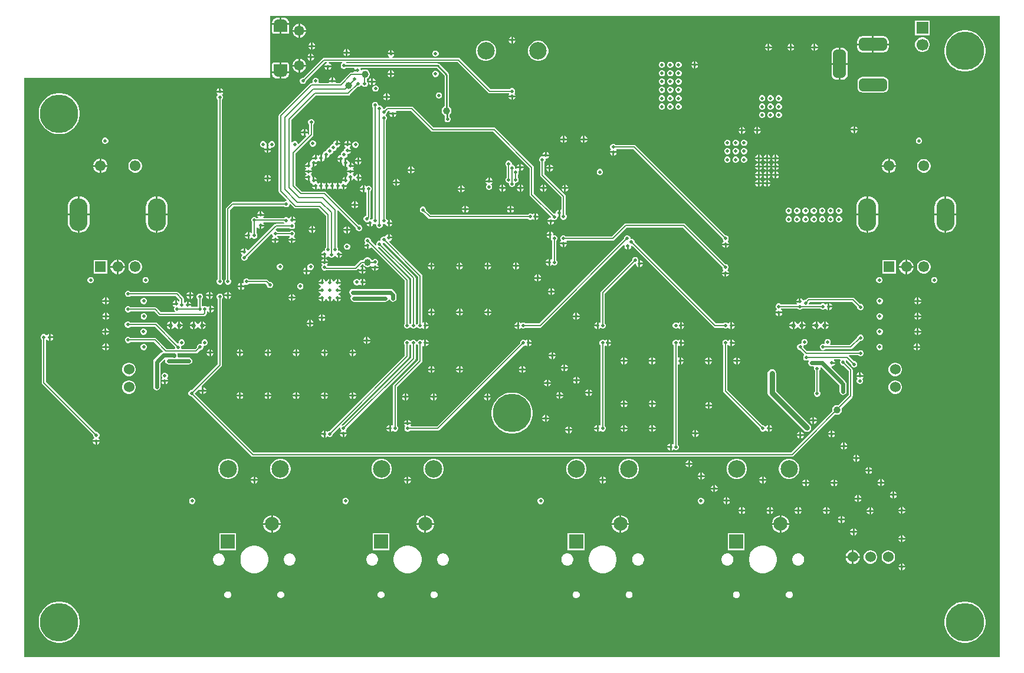
<source format=gbl>
G04*
G04 #@! TF.GenerationSoftware,Altium Limited,Altium Designer,24.5.2 (23)*
G04*
G04 Layer_Physical_Order=4*
G04 Layer_Color=16711680*
%FSLAX44Y44*%
%MOMM*%
G71*
G04*
G04 #@! TF.SameCoordinates,75C5DE1E-65E4-46FA-8C81-F02E573EC27C*
G04*
G04*
G04 #@! TF.FilePolarity,Positive*
G04*
G01*
G75*
%ADD12C,0.2000*%
%ADD13C,0.2540*%
%ADD29C,1.0000*%
G04:AMPARAMS|DCode=98|XSize=2.6mm|YSize=4.7mm|CornerRadius=1.3mm|HoleSize=0mm|Usage=FLASHONLY|Rotation=0.000|XOffset=0mm|YOffset=0mm|HoleType=Round|Shape=RoundedRectangle|*
%AMROUNDEDRECTD98*
21,1,2.6000,2.1000,0,0,0.0*
21,1,0.0000,4.7000,0,0,0.0*
1,1,2.6000,0.0000,-1.0500*
1,1,2.6000,0.0000,-1.0500*
1,1,2.6000,0.0000,1.0500*
1,1,2.6000,0.0000,1.0500*
%
%ADD98ROUNDEDRECTD98*%
%ADD99C,1.5500*%
%ADD100R,1.5500X1.5500*%
%ADD114C,0.6000*%
%ADD118C,0.8000*%
%ADD120C,1.5240*%
%ADD121C,1.4500*%
G04:AMPARAMS|DCode=122|XSize=4mm|YSize=1.8mm|CornerRadius=0.45mm|HoleSize=0mm|Usage=FLASHONLY|Rotation=90.000|XOffset=0mm|YOffset=0mm|HoleType=Round|Shape=RoundedRectangle|*
%AMROUNDEDRECTD122*
21,1,4.0000,0.9000,0,0,90.0*
21,1,3.1000,1.8000,0,0,90.0*
1,1,0.9000,0.4500,1.5500*
1,1,0.9000,0.4500,-1.5500*
1,1,0.9000,-0.4500,-1.5500*
1,1,0.9000,-0.4500,1.5500*
%
%ADD122ROUNDEDRECTD122*%
G04:AMPARAMS|DCode=123|XSize=4mm|YSize=1.8mm|CornerRadius=0.45mm|HoleSize=0mm|Usage=FLASHONLY|Rotation=0.000|XOffset=0mm|YOffset=0mm|HoleType=Round|Shape=RoundedRectangle|*
%AMROUNDEDRECTD123*
21,1,4.0000,0.9000,0,0,0.0*
21,1,3.1000,1.8000,0,0,0.0*
1,1,0.9000,1.5500,-0.4500*
1,1,0.9000,-1.5500,-0.4500*
1,1,0.9000,-1.5500,0.4500*
1,1,0.9000,1.5500,0.4500*
%
%ADD123ROUNDEDRECTD123*%
%ADD124C,1.7000*%
%ADD125R,1.7000X1.7000*%
%ADD126C,2.0000*%
%ADD127R,2.0000X2.0000*%
%ADD128C,0.5000*%
%ADD129C,0.6600*%
%ADD130C,2.5000*%
%ADD131C,5.5000*%
G36*
X1400000Y0D02*
X0D01*
Y829734D01*
X0Y831000D01*
X352500D01*
Y920000D01*
X1400000D01*
Y0D01*
D02*
G37*
%LPC*%
G36*
X372250Y917590D02*
X369020D01*
Y910270D01*
X379840D01*
Y910492D01*
X379790Y910743D01*
Y910998D01*
X379598Y911964D01*
X379500Y912199D01*
X379450Y912449D01*
X379074Y913360D01*
X378932Y913572D01*
X378834Y913807D01*
X378287Y914626D01*
X378107Y914807D01*
X377965Y915019D01*
X377268Y915715D01*
X377057Y915857D01*
X376876Y916037D01*
X376057Y916584D01*
X375822Y916682D01*
X375609Y916824D01*
X374700Y917200D01*
X374449Y917250D01*
X374214Y917348D01*
X373248Y917540D01*
X372993D01*
X372742Y917590D01*
X372250Y917590D01*
X372250Y917590D01*
D02*
G37*
G36*
X366480D02*
X362532D01*
X362282Y917540D01*
X362027D01*
X361109Y917357D01*
X360873Y917260D01*
X360623Y917210D01*
X359759Y916852D01*
X359547Y916710D01*
X359311Y916613D01*
X358533Y916093D01*
X358353Y915912D01*
X358141Y915771D01*
X357479Y915109D01*
X357337Y914897D01*
X357157Y914717D01*
X356637Y913939D01*
X356540Y913703D01*
X356398Y913491D01*
X356040Y912627D01*
X355990Y912376D01*
X355892Y912141D01*
X355710Y911223D01*
Y910968D01*
X355660Y910718D01*
Y910270D01*
X366480D01*
Y917590D01*
D02*
G37*
G36*
X395789Y908790D02*
X395770D01*
Y900270D01*
X404290D01*
Y900289D01*
X403623Y902779D01*
X402334Y905011D01*
X400511Y906834D01*
X398279Y908123D01*
X395789Y908790D01*
D02*
G37*
G36*
X393230D02*
X393211D01*
X390721Y908123D01*
X388489Y906834D01*
X386666Y905011D01*
X385377Y902779D01*
X384710Y900289D01*
Y900270D01*
X393230D01*
Y908790D01*
D02*
G37*
G36*
X379840Y907730D02*
X369020D01*
Y894410D01*
X377250D01*
X378241Y894607D01*
X379081Y895169D01*
X379643Y896009D01*
X379840Y897000D01*
X379840Y907730D01*
D02*
G37*
G36*
X366480D02*
X355660D01*
Y897000D01*
X355857Y896009D01*
X356419Y895169D01*
X357259Y894607D01*
X358250Y894410D01*
X366480D01*
Y907730D01*
D02*
G37*
G36*
X1299500Y913500D02*
X1278500D01*
Y892500D01*
X1299500D01*
Y913500D01*
D02*
G37*
G36*
X404290Y897730D02*
X395770D01*
Y889210D01*
X395789D01*
X398279Y889877D01*
X400511Y891166D01*
X402334Y892989D01*
X403623Y895221D01*
X404290Y897711D01*
Y897730D01*
D02*
G37*
G36*
X393230D02*
X384710D01*
Y897711D01*
X385377Y895221D01*
X386666Y892989D01*
X388489Y891166D01*
X390721Y889877D01*
X393211Y889210D01*
X393230D01*
Y897730D01*
D02*
G37*
G36*
X701270Y890429D02*
Y886770D01*
X704929D01*
X704273Y888355D01*
X702855Y889773D01*
X701270Y890429D01*
D02*
G37*
G36*
X698730D02*
X697145Y889773D01*
X695727Y888355D01*
X695071Y886770D01*
X698730D01*
Y890429D01*
D02*
G37*
G36*
X1233500Y891101D02*
X1219270D01*
Y880770D01*
X1240601D01*
Y884000D01*
X1240359Y885838D01*
X1239649Y887550D01*
X1238521Y889021D01*
X1237050Y890149D01*
X1235338Y890859D01*
X1233500Y891101D01*
D02*
G37*
G36*
X1216730D02*
X1202500D01*
X1200662Y890859D01*
X1198950Y890149D01*
X1197479Y889021D01*
X1196351Y887550D01*
X1195641Y885838D01*
X1195399Y884000D01*
Y880770D01*
X1216730D01*
Y891101D01*
D02*
G37*
G36*
X704929Y884230D02*
X701270D01*
Y880571D01*
X702855Y881227D01*
X704273Y882645D01*
X704929Y884230D01*
D02*
G37*
G36*
X698730D02*
X695071D01*
X695727Y882645D01*
X697145Y881227D01*
X698730Y880571D01*
Y884230D01*
D02*
G37*
G36*
X413770Y881929D02*
Y878270D01*
X417429D01*
X416773Y879855D01*
X415355Y881273D01*
X413770Y881929D01*
D02*
G37*
G36*
X411230D02*
X409645Y881273D01*
X408227Y879855D01*
X407571Y878270D01*
X411230D01*
Y881929D01*
D02*
G37*
G36*
X1135270Y880179D02*
Y876520D01*
X1138929D01*
X1138273Y878105D01*
X1136855Y879523D01*
X1135270Y880179D01*
D02*
G37*
G36*
X1132730D02*
X1131145Y879523D01*
X1129727Y878105D01*
X1129071Y876520D01*
X1132730D01*
Y880179D01*
D02*
G37*
G36*
X1101270D02*
Y876520D01*
X1104929D01*
X1104273Y878105D01*
X1102855Y879523D01*
X1101270Y880179D01*
D02*
G37*
G36*
X1098730D02*
X1097145Y879523D01*
X1095727Y878105D01*
X1095071Y876520D01*
X1098730D01*
Y880179D01*
D02*
G37*
G36*
X1069270D02*
Y876520D01*
X1072929D01*
X1072273Y878105D01*
X1070855Y879523D01*
X1069270Y880179D01*
D02*
G37*
G36*
X1066730D02*
X1065145Y879523D01*
X1063727Y878105D01*
X1063071Y876520D01*
X1066730D01*
Y880179D01*
D02*
G37*
G36*
X417429Y875730D02*
X413770D01*
Y872071D01*
X415355Y872727D01*
X416773Y874145D01*
X417429Y875730D01*
D02*
G37*
G36*
X411230D02*
X407571D01*
X408227Y874145D01*
X409645Y872727D01*
X411230Y872071D01*
Y875730D01*
D02*
G37*
G36*
X1138929Y873980D02*
X1135270D01*
Y870321D01*
X1136855Y870977D01*
X1138273Y872395D01*
X1138929Y873980D01*
D02*
G37*
G36*
X1132730D02*
X1129071D01*
X1129727Y872395D01*
X1131145Y870977D01*
X1132730Y870321D01*
Y873980D01*
D02*
G37*
G36*
X1104929D02*
X1101270D01*
Y870321D01*
X1102855Y870977D01*
X1104273Y872395D01*
X1104929Y873980D01*
D02*
G37*
G36*
X1098730D02*
X1095071D01*
X1095727Y872395D01*
X1097145Y870977D01*
X1098730Y870321D01*
Y873980D01*
D02*
G37*
G36*
X1072929D02*
X1069270D01*
Y870321D01*
X1070855Y870977D01*
X1072273Y872395D01*
X1072929Y873980D01*
D02*
G37*
G36*
X1066730D02*
X1063071D01*
X1063727Y872395D01*
X1065145Y870977D01*
X1066730Y870321D01*
Y873980D01*
D02*
G37*
G36*
X463790Y872449D02*
Y868790D01*
X467449D01*
X466793Y870375D01*
X465375Y871793D01*
X463790Y872449D01*
D02*
G37*
G36*
X461250D02*
X459665Y871793D01*
X458247Y870375D01*
X457591Y868790D01*
X461250D01*
Y872449D01*
D02*
G37*
G36*
X1290382Y889500D02*
X1287618D01*
X1284947Y888784D01*
X1282553Y887402D01*
X1280598Y885447D01*
X1279216Y883053D01*
X1278500Y880382D01*
Y877618D01*
X1279216Y874947D01*
X1280598Y872553D01*
X1282553Y870598D01*
X1284947Y869216D01*
X1287618Y868500D01*
X1290382D01*
X1293053Y869216D01*
X1295447Y870598D01*
X1297402Y872553D01*
X1298784Y874947D01*
X1299500Y877618D01*
Y880382D01*
X1298784Y883053D01*
X1297402Y885447D01*
X1295447Y887402D01*
X1293053Y888784D01*
X1290382Y889500D01*
D02*
G37*
G36*
X1240601Y878230D02*
X1219270D01*
Y867899D01*
X1233500D01*
X1235338Y868141D01*
X1237050Y868851D01*
X1238521Y869979D01*
X1239649Y871450D01*
X1240359Y873162D01*
X1240601Y875000D01*
Y878230D01*
D02*
G37*
G36*
X1216730D02*
X1195399D01*
Y875000D01*
X1195641Y873162D01*
X1196351Y871450D01*
X1197479Y869979D01*
X1198950Y868851D01*
X1200662Y868141D01*
X1202500Y867899D01*
X1216730D01*
Y878230D01*
D02*
G37*
G36*
X527270Y870929D02*
Y867270D01*
X530929D01*
X530273Y868855D01*
X528855Y870273D01*
X527270Y870929D01*
D02*
G37*
G36*
X524730D02*
X523145Y870273D01*
X521727Y868855D01*
X521071Y867270D01*
X524730D01*
Y870929D01*
D02*
G37*
G36*
X467449Y866250D02*
X463790D01*
Y862591D01*
X465375Y863247D01*
X466793Y864665D01*
X467449Y866250D01*
D02*
G37*
G36*
X461250D02*
X457591D01*
X458247Y864665D01*
X459665Y863247D01*
X461250Y862591D01*
Y866250D01*
D02*
G37*
G36*
X412270Y865929D02*
Y862270D01*
X415929D01*
X415273Y863855D01*
X413855Y865273D01*
X412270Y865929D01*
D02*
G37*
G36*
X409730D02*
X408145Y865273D01*
X406727Y863855D01*
X406071Y862270D01*
X409730D01*
Y865929D01*
D02*
G37*
G36*
X590895Y870500D02*
X589105D01*
X587451Y869815D01*
X586185Y868549D01*
X585500Y866895D01*
Y865105D01*
X586185Y863451D01*
X587451Y862185D01*
X589105Y861500D01*
X590895D01*
X592549Y862185D01*
X593815Y863451D01*
X594500Y865105D01*
Y866895D01*
X593815Y868549D01*
X592549Y869815D01*
X590895Y870500D01*
D02*
G37*
G36*
X415929Y859730D02*
X412270D01*
Y856071D01*
X413855Y856727D01*
X415273Y858145D01*
X415929Y859730D01*
D02*
G37*
G36*
X409730D02*
X406071D01*
X406727Y858145D01*
X408145Y856727D01*
X409730Y856071D01*
Y859730D01*
D02*
G37*
G36*
X739409Y884500D02*
X735591D01*
X731903Y883512D01*
X728597Y881603D01*
X725897Y878903D01*
X723988Y875597D01*
X723000Y871909D01*
Y868091D01*
X723988Y864403D01*
X725897Y861097D01*
X728597Y858397D01*
X731903Y856488D01*
X735591Y855500D01*
X739409D01*
X743097Y856488D01*
X746403Y858397D01*
X749103Y861097D01*
X751012Y864403D01*
X752000Y868091D01*
Y871909D01*
X751012Y875597D01*
X749103Y878903D01*
X746403Y881603D01*
X743097Y883512D01*
X739409Y884500D01*
D02*
G37*
G36*
X664409D02*
X660591D01*
X656903Y883512D01*
X653597Y881603D01*
X650897Y878903D01*
X648988Y875597D01*
X648000Y871909D01*
Y868091D01*
X648988Y864403D01*
X650897Y861097D01*
X653597Y858397D01*
X656903Y856488D01*
X660591Y855500D01*
X664409D01*
X668097Y856488D01*
X671403Y858397D01*
X674103Y861097D01*
X676012Y864403D01*
X677000Y868091D01*
Y871909D01*
X676012Y875597D01*
X674103Y878903D01*
X671403Y881603D01*
X668097Y883512D01*
X664409Y884500D01*
D02*
G37*
G36*
X1174500Y874101D02*
X1171270D01*
Y852770D01*
X1181601D01*
Y867000D01*
X1181359Y868838D01*
X1180649Y870550D01*
X1179521Y872021D01*
X1178050Y873149D01*
X1176338Y873859D01*
X1174500Y874101D01*
D02*
G37*
G36*
X1168730D02*
X1165500D01*
X1163662Y873859D01*
X1161950Y873149D01*
X1160479Y872021D01*
X1159351Y870550D01*
X1158641Y868838D01*
X1158399Y867000D01*
Y852770D01*
X1168730D01*
Y874101D01*
D02*
G37*
G36*
X963270Y854929D02*
Y851270D01*
X966929D01*
X966273Y852855D01*
X964855Y854273D01*
X963270Y854929D01*
D02*
G37*
G36*
X960730D02*
X959145Y854273D01*
X957727Y852855D01*
X957071Y851270D01*
X960730D01*
Y854929D01*
D02*
G37*
G36*
X395789Y858790D02*
X395770D01*
Y850270D01*
X404290D01*
Y850289D01*
X403623Y852779D01*
X402334Y855011D01*
X400511Y856834D01*
X398279Y858123D01*
X395789Y858790D01*
D02*
G37*
G36*
X393230D02*
X393211D01*
X390721Y858123D01*
X388489Y856834D01*
X386666Y855011D01*
X385377Y852779D01*
X384710Y850289D01*
Y850270D01*
X393230D01*
Y858790D01*
D02*
G37*
G36*
X939895Y854500D02*
X938105D01*
X936451Y853815D01*
X935185Y852549D01*
X934500Y850895D01*
Y849105D01*
X935185Y847451D01*
X936451Y846185D01*
X938105Y845500D01*
X939895D01*
X941549Y846185D01*
X942815Y847451D01*
X943500Y849105D01*
Y850895D01*
X942815Y852549D01*
X941549Y853815D01*
X939895Y854500D01*
D02*
G37*
G36*
X927895D02*
X926105D01*
X924451Y853815D01*
X923185Y852549D01*
X922500Y850895D01*
Y849105D01*
X923185Y847451D01*
X924451Y846185D01*
X926105Y845500D01*
X927895D01*
X929549Y846185D01*
X930815Y847451D01*
X931500Y849105D01*
Y850895D01*
X930815Y852549D01*
X929549Y853815D01*
X927895Y854500D01*
D02*
G37*
G36*
X915895D02*
X914105D01*
X912451Y853815D01*
X911185Y852549D01*
X910500Y850895D01*
Y849105D01*
X911185Y847451D01*
X912451Y846185D01*
X914105Y845500D01*
X915895D01*
X917549Y846185D01*
X918815Y847451D01*
X919500Y849105D01*
Y850895D01*
X918815Y852549D01*
X917549Y853815D01*
X915895Y854500D01*
D02*
G37*
G36*
X966929Y848730D02*
X963270D01*
Y845071D01*
X964855Y845727D01*
X966273Y847145D01*
X966929Y848730D01*
D02*
G37*
G36*
X960730D02*
X957071D01*
X957727Y847145D01*
X959145Y845727D01*
X960730Y845071D01*
Y848730D01*
D02*
G37*
G36*
X440429Y846480D02*
X436770D01*
Y842821D01*
X438355Y843477D01*
X439773Y844895D01*
X440429Y846480D01*
D02*
G37*
G36*
X434230D02*
X430571D01*
X431227Y844895D01*
X432645Y843477D01*
X434230Y842821D01*
Y846480D01*
D02*
G37*
G36*
X1352322Y899500D02*
X1347678D01*
X1343092Y898774D01*
X1338676Y897339D01*
X1334539Y895231D01*
X1330782Y892501D01*
X1327499Y889218D01*
X1324769Y885461D01*
X1322661Y881324D01*
X1321226Y876908D01*
X1320500Y872322D01*
Y867678D01*
X1321226Y863092D01*
X1322661Y858676D01*
X1324769Y854539D01*
X1327499Y850782D01*
X1330782Y847499D01*
X1334539Y844769D01*
X1338676Y842661D01*
X1343092Y841226D01*
X1347678Y840500D01*
X1352322D01*
X1356908Y841226D01*
X1361324Y842661D01*
X1365461Y844769D01*
X1369218Y847499D01*
X1372501Y850782D01*
X1375231Y854539D01*
X1377339Y858676D01*
X1378774Y863092D01*
X1379500Y867678D01*
Y872322D01*
X1378774Y876908D01*
X1377339Y881324D01*
X1375231Y885461D01*
X1372501Y889218D01*
X1369218Y892501D01*
X1365461Y895231D01*
X1361324Y897339D01*
X1356908Y898774D01*
X1352322Y899500D01*
D02*
G37*
G36*
X377000Y853590D02*
X368770D01*
Y840270D01*
X379590D01*
Y851000D01*
X379393Y851991D01*
X378831Y852831D01*
X377991Y853393D01*
X377000Y853590D01*
D02*
G37*
G36*
X366230D02*
X358000D01*
X357009Y853393D01*
X356169Y852831D01*
X355607Y851991D01*
X355410Y851000D01*
X355410Y840270D01*
X366230D01*
Y853590D01*
D02*
G37*
G36*
X404290Y847730D02*
X395770D01*
Y839210D01*
X395789D01*
X398279Y839877D01*
X400511Y841166D01*
X402334Y842989D01*
X403623Y845221D01*
X404290Y847711D01*
Y847730D01*
D02*
G37*
G36*
X393230D02*
X384710D01*
Y847711D01*
X385377Y845221D01*
X386666Y842989D01*
X388489Y841166D01*
X390721Y839877D01*
X393211Y839210D01*
X393230D01*
Y847730D01*
D02*
G37*
G36*
X527270Y841929D02*
Y838270D01*
X530929D01*
X530273Y839855D01*
X528855Y841273D01*
X527270Y841929D01*
D02*
G37*
G36*
X524730D02*
X523145Y841273D01*
X521727Y839855D01*
X521071Y838270D01*
X524730D01*
Y841929D01*
D02*
G37*
G36*
X939895Y842500D02*
X938105D01*
X936451Y841815D01*
X935185Y840549D01*
X934500Y838895D01*
Y837105D01*
X935185Y835451D01*
X936451Y834185D01*
X938105Y833500D01*
X939895D01*
X941549Y834185D01*
X942815Y835451D01*
X943500Y837105D01*
Y838895D01*
X942815Y840549D01*
X941549Y841815D01*
X939895Y842500D01*
D02*
G37*
G36*
X927895D02*
X926105D01*
X924451Y841815D01*
X923185Y840549D01*
X922500Y838895D01*
Y837105D01*
X923185Y835451D01*
X924451Y834185D01*
X926105Y833500D01*
X927895D01*
X929549Y834185D01*
X930815Y835451D01*
X931500Y837105D01*
Y838895D01*
X930815Y840549D01*
X929549Y841815D01*
X927895Y842500D01*
D02*
G37*
G36*
X915895D02*
X914105D01*
X912451Y841815D01*
X911185Y840549D01*
X910500Y838895D01*
Y837105D01*
X911185Y835451D01*
X912451Y834185D01*
X914105Y833500D01*
X915895D01*
X917549Y834185D01*
X918815Y835451D01*
X919500Y837105D01*
Y838895D01*
X918815Y840549D01*
X917549Y841815D01*
X915895Y842500D01*
D02*
G37*
G36*
X590895Y841500D02*
X589105D01*
X587451Y840815D01*
X586185Y839549D01*
X585500Y837895D01*
Y836105D01*
X586185Y834451D01*
X587451Y833185D01*
X589105Y832500D01*
X590895D01*
X592549Y833185D01*
X593815Y834451D01*
X594500Y836105D01*
Y837895D01*
X593815Y839549D01*
X592549Y840815D01*
X590895Y841500D01*
D02*
G37*
G36*
X530929Y835730D02*
X527270D01*
Y832071D01*
X528855Y832727D01*
X530273Y834145D01*
X530929Y835730D01*
D02*
G37*
G36*
X524730D02*
X521071D01*
X521727Y834145D01*
X523145Y832727D01*
X524730Y832071D01*
Y835730D01*
D02*
G37*
G36*
X379590Y837730D02*
X368770D01*
Y830410D01*
X372718D01*
X372968Y830460D01*
X373223D01*
X374141Y830643D01*
X374376Y830740D01*
X374627Y830790D01*
X375491Y831148D01*
X375703Y831290D01*
X375939Y831387D01*
X376717Y831907D01*
X376897Y832087D01*
X377109Y832229D01*
X377771Y832891D01*
X377912Y833103D01*
X378093Y833283D01*
X378613Y834061D01*
X378710Y834297D01*
X378852Y834509D01*
X379210Y835373D01*
X379260Y835624D01*
X379357Y835859D01*
X379540Y836777D01*
Y837032D01*
X379590Y837282D01*
Y837730D01*
D02*
G37*
G36*
X366230D02*
X355410D01*
Y837507D01*
X355460Y837257D01*
Y837002D01*
X355652Y836036D01*
X355750Y835801D01*
X355799Y835551D01*
X356176Y834641D01*
X356318Y834428D01*
X356416Y834193D01*
X356963Y833374D01*
X357143Y833194D01*
X357285Y832981D01*
X357981Y832285D01*
X358194Y832143D01*
X358374Y831963D01*
X359193Y831416D01*
X359428Y831318D01*
X359641Y831177D01*
X360550Y830800D01*
X360801Y830750D01*
X361036Y830652D01*
X362002Y830460D01*
X362257D01*
X362508Y830410D01*
X363000Y830410D01*
X363000Y830410D01*
X366230D01*
Y837730D01*
D02*
G37*
G36*
X1181601Y850230D02*
X1171270D01*
Y828899D01*
X1174500D01*
X1176338Y829141D01*
X1178050Y829851D01*
X1179521Y830979D01*
X1180649Y832450D01*
X1181359Y834162D01*
X1181601Y836000D01*
Y850230D01*
D02*
G37*
G36*
X1168730D02*
X1158399D01*
Y836000D01*
X1158641Y834162D01*
X1159351Y832450D01*
X1160479Y830979D01*
X1161950Y829851D01*
X1163662Y829141D01*
X1165500Y828899D01*
X1168730D01*
Y850230D01*
D02*
G37*
G36*
X443270Y831929D02*
Y828270D01*
X446929D01*
X446273Y829855D01*
X444855Y831273D01*
X443270Y831929D01*
D02*
G37*
G36*
X440730D02*
X439145Y831273D01*
X437727Y829855D01*
X437071Y828270D01*
X440730D01*
Y831929D01*
D02*
G37*
G36*
X500270Y830679D02*
Y827020D01*
X503929D01*
X503273Y828605D01*
X501855Y830023D01*
X500270Y830679D01*
D02*
G37*
G36*
X497730D02*
X496145Y830023D01*
X494727Y828605D01*
X494071Y827020D01*
X497730D01*
Y830679D01*
D02*
G37*
G36*
X939895Y830500D02*
X938105D01*
X936451Y829815D01*
X935185Y828549D01*
X934500Y826895D01*
Y825105D01*
X935185Y823451D01*
X936451Y822185D01*
X938105Y821500D01*
X939895D01*
X941549Y822185D01*
X942815Y823451D01*
X943500Y825105D01*
Y826895D01*
X942815Y828549D01*
X941549Y829815D01*
X939895Y830500D01*
D02*
G37*
G36*
X927895D02*
X926105D01*
X924451Y829815D01*
X923185Y828549D01*
X922500Y826895D01*
Y825105D01*
X923185Y823451D01*
X924451Y822185D01*
X926105Y821500D01*
X927895D01*
X929549Y822185D01*
X930815Y823451D01*
X931500Y825105D01*
Y826895D01*
X930815Y828549D01*
X929549Y829815D01*
X927895Y830500D01*
D02*
G37*
G36*
X915895D02*
X914105D01*
X912451Y829815D01*
X911185Y828549D01*
X910500Y826895D01*
Y825105D01*
X911185Y823451D01*
X912451Y822185D01*
X914105Y821500D01*
X915895D01*
X917549Y822185D01*
X918815Y823451D01*
X919500Y825105D01*
Y826895D01*
X918815Y828549D01*
X917549Y829815D01*
X915895Y830500D01*
D02*
G37*
G36*
X503929Y824480D02*
X500270D01*
Y820821D01*
X501855Y821477D01*
X503273Y822895D01*
X503929Y824480D01*
D02*
G37*
G36*
X497730D02*
X494071D01*
X494727Y822895D01*
X496145Y821477D01*
X497730Y820821D01*
Y824480D01*
D02*
G37*
G36*
X281770Y816429D02*
Y812770D01*
X285429D01*
X284773Y814355D01*
X283355Y815773D01*
X281770Y816429D01*
D02*
G37*
G36*
X279230D02*
X277645Y815773D01*
X276227Y814355D01*
X275571Y812770D01*
X279230D01*
Y816429D01*
D02*
G37*
G36*
X504895Y820500D02*
X503105D01*
X501451Y819815D01*
X500185Y818549D01*
X499500Y816895D01*
Y815105D01*
X500185Y813451D01*
X501451Y812185D01*
X503105Y811500D01*
X504895D01*
X506549Y812185D01*
X507815Y813451D01*
X508500Y815105D01*
Y816895D01*
X507815Y818549D01*
X506549Y819815D01*
X504895Y820500D01*
D02*
G37*
G36*
X1233500Y832556D02*
X1202500D01*
X1200803Y832333D01*
X1199222Y831678D01*
X1197864Y830636D01*
X1196822Y829278D01*
X1196167Y827697D01*
X1195944Y826000D01*
Y817000D01*
X1196167Y815303D01*
X1196822Y813722D01*
X1197864Y812364D01*
X1199222Y811322D01*
X1200803Y810667D01*
X1202500Y810444D01*
X1233500D01*
X1235197Y810667D01*
X1236778Y811322D01*
X1238136Y812364D01*
X1239178Y813722D01*
X1239833Y815303D01*
X1240056Y817000D01*
Y826000D01*
X1239833Y827697D01*
X1239178Y829278D01*
X1238136Y830636D01*
X1236778Y831678D01*
X1235197Y832333D01*
X1233500Y832556D01*
D02*
G37*
G36*
X939895Y818500D02*
X938105D01*
X936451Y817815D01*
X935185Y816549D01*
X934500Y814895D01*
Y813105D01*
X935185Y811451D01*
X936451Y810185D01*
X938105Y809500D01*
X939895D01*
X941549Y810185D01*
X942815Y811451D01*
X943500Y813105D01*
Y814895D01*
X942815Y816549D01*
X941549Y817815D01*
X939895Y818500D01*
D02*
G37*
G36*
X927895D02*
X926105D01*
X924451Y817815D01*
X923185Y816549D01*
X922500Y814895D01*
Y813105D01*
X923185Y811451D01*
X924451Y810185D01*
X926105Y809500D01*
X927895D01*
X929549Y810185D01*
X930815Y811451D01*
X931500Y813105D01*
Y814895D01*
X930815Y816549D01*
X929549Y817815D01*
X927895Y818500D01*
D02*
G37*
G36*
X915895D02*
X914105D01*
X912451Y817815D01*
X911185Y816549D01*
X910500Y814895D01*
Y813105D01*
X911185Y811451D01*
X912451Y810185D01*
X914105Y809500D01*
X915895D01*
X917549Y810185D01*
X918815Y811451D01*
X919500Y813105D01*
Y814895D01*
X918815Y816549D01*
X917549Y817815D01*
X915895Y818500D01*
D02*
G37*
G36*
X530929Y864730D02*
X521071D01*
X521727Y863145D01*
X523145Y861727D01*
X524107Y861329D01*
X523855Y860059D01*
X430000D01*
X428829Y859826D01*
X427837Y859163D01*
X427837Y859163D01*
X400174Y831500D01*
X399105D01*
X397451Y830815D01*
X396185Y829549D01*
X395500Y827895D01*
Y826105D01*
X396185Y824451D01*
X397451Y823185D01*
X399105Y822500D01*
X400895D01*
X402549Y823185D01*
X403815Y824451D01*
X404500Y826105D01*
Y827174D01*
X431267Y853941D01*
X433958D01*
X434211Y852671D01*
X432645Y852023D01*
X431227Y850605D01*
X430571Y849020D01*
X440429D01*
X439773Y850605D01*
X438355Y852023D01*
X436789Y852671D01*
X437042Y853941D01*
X455684D01*
X455954Y852745D01*
X455955Y852671D01*
X454702Y851418D01*
X454017Y849764D01*
Y847974D01*
X454702Y846320D01*
X455968Y845054D01*
X457622Y844369D01*
X459412D01*
X461066Y845054D01*
X461547Y845535D01*
X472748D01*
X473483Y844265D01*
X473071Y843270D01*
X478000D01*
Y840730D01*
X473071D01*
X473237Y840329D01*
X472388Y839059D01*
X469000D01*
X467830Y838826D01*
X466837Y838163D01*
X466837Y838163D01*
X452733Y824059D01*
X447612D01*
X446763Y825329D01*
X446929Y825730D01*
X437071D01*
X437237Y825329D01*
X436388Y824059D01*
X423027D01*
X422178Y825329D01*
X422500Y826105D01*
Y827895D01*
X421815Y829549D01*
X420549Y830815D01*
X418895Y831500D01*
X417105D01*
X415451Y830815D01*
X414185Y829549D01*
X413500Y827895D01*
Y826105D01*
X413821Y825329D01*
X412973Y824059D01*
X412000D01*
X410830Y823826D01*
X409837Y823163D01*
X365837Y779163D01*
X365174Y778171D01*
X364941Y777000D01*
X364941Y777000D01*
Y668500D01*
X364941Y668500D01*
X365174Y667329D01*
X365837Y666337D01*
X376404Y655770D01*
X375878Y654500D01*
X375105D01*
X373451Y653815D01*
X372695Y653059D01*
X298750D01*
X297579Y652826D01*
X296587Y652163D01*
X296587Y652163D01*
X289837Y645413D01*
X289174Y644420D01*
X288941Y643250D01*
X288941Y643250D01*
Y542305D01*
X288185Y541549D01*
X287500Y539895D01*
Y538105D01*
X288185Y536451D01*
X289451Y535185D01*
X291105Y534500D01*
X292895D01*
X294549Y535185D01*
X295815Y536451D01*
X296500Y538105D01*
Y539895D01*
X295815Y541549D01*
X295059Y542305D01*
Y641983D01*
X300017Y646941D01*
X372695D01*
X373451Y646185D01*
X375105Y645500D01*
X376895D01*
X378549Y646185D01*
X379815Y647451D01*
X380500Y649105D01*
Y649878D01*
X381770Y650404D01*
X387337Y644837D01*
X388330Y644174D01*
X389500Y643941D01*
X389500Y643941D01*
X422233D01*
X432941Y633233D01*
Y588055D01*
X432185Y587299D01*
X431500Y585645D01*
Y583855D01*
X430956Y583040D01*
X429997D01*
X428145Y582273D01*
X426727Y580855D01*
X426071Y579270D01*
X431000D01*
Y578000D01*
X432270D01*
Y573071D01*
X433855Y573727D01*
X435273Y575145D01*
X435501Y575697D01*
X436876D01*
X437185Y574951D01*
X438451Y573685D01*
X440105Y573000D01*
X441895D01*
X443549Y573685D01*
X444815Y574951D01*
X445124Y575697D01*
X446499D01*
X446727Y575145D01*
X448145Y573727D01*
X449730Y573071D01*
Y578000D01*
X451000D01*
Y579270D01*
X455929D01*
X455273Y580855D01*
X453855Y582273D01*
X452002Y583040D01*
X451045D01*
X450500Y583855D01*
Y585645D01*
X449815Y587299D01*
X449059Y588055D01*
Y640819D01*
X450329Y641346D01*
X475750Y615924D01*
Y614855D01*
X476435Y613201D01*
X477701Y611935D01*
X479355Y611250D01*
X481145D01*
X482799Y611935D01*
X484065Y613201D01*
X484750Y614855D01*
Y616645D01*
X484065Y618299D01*
X482799Y619565D01*
X481145Y620250D01*
X480076D01*
X433163Y667163D01*
X432171Y667826D01*
X431000Y668059D01*
X431000Y668059D01*
X398267D01*
X389059Y677267D01*
Y722733D01*
X413805Y747479D01*
X413805Y747479D01*
X414468Y748471D01*
X414701Y749642D01*
X414701Y749642D01*
Y764145D01*
X415457Y764901D01*
X416142Y766555D01*
Y768345D01*
X415457Y769999D01*
X414191Y771265D01*
X412537Y771950D01*
X410747D01*
X409093Y771265D01*
X407827Y769999D01*
X407142Y768345D01*
Y766555D01*
X407827Y764901D01*
X408583Y764145D01*
Y750909D01*
X407526Y749852D01*
X406449Y750571D01*
X406929Y751730D01*
X403270D01*
Y748071D01*
X404429Y748551D01*
X405149Y747474D01*
X393770Y736096D01*
X392500Y736622D01*
Y736895D01*
X391815Y738549D01*
X390549Y739815D01*
X388895Y740500D01*
X387105D01*
X385451Y739815D01*
X384329Y738693D01*
X383653Y738801D01*
X383059Y739082D01*
Y770733D01*
X418267Y805941D01*
X464750D01*
X464750Y805941D01*
X465921Y806174D01*
X466913Y806837D01*
X478326Y818250D01*
X479395D01*
X481049Y818935D01*
X482315Y820201D01*
X482827Y821436D01*
X484173D01*
X484685Y820201D01*
X485951Y818935D01*
X487605Y818250D01*
X489395D01*
X491049Y818935D01*
X492315Y820201D01*
X493000Y821855D01*
Y823645D01*
X492315Y825299D01*
X491641Y825973D01*
Y830026D01*
X492963Y830789D01*
X494266Y832092D01*
X495187Y833688D01*
X495664Y835468D01*
Y837311D01*
X495187Y839092D01*
X494266Y840688D01*
X492963Y841991D01*
X491367Y842913D01*
X489586Y843390D01*
X487743D01*
X485963Y842913D01*
X484366Y841991D01*
X484310Y841935D01*
X483040Y842461D01*
Y843002D01*
X482517Y844265D01*
X483252Y845535D01*
X591750D01*
X602999Y834286D01*
Y790350D01*
X601702Y789601D01*
X600399Y788298D01*
X599477Y786702D01*
X599000Y784922D01*
Y783078D01*
X599477Y781298D01*
X600399Y779702D01*
X601702Y778399D01*
X603298Y777477D01*
X603695Y777371D01*
Y774559D01*
X603685Y774549D01*
X603000Y772895D01*
Y771105D01*
X603685Y769451D01*
X604951Y768185D01*
X606605Y767500D01*
X608395D01*
X610049Y768185D01*
X611315Y769451D01*
X612000Y771105D01*
Y772895D01*
X611315Y774549D01*
X610363Y775501D01*
Y778464D01*
X611601Y779702D01*
X612523Y781298D01*
X613000Y783078D01*
Y784922D01*
X612523Y786702D01*
X611601Y788298D01*
X610298Y789601D01*
X609667Y789966D01*
Y835667D01*
X609413Y836943D01*
X608690Y838025D01*
X595488Y851227D01*
X594407Y851949D01*
X593131Y852203D01*
X462155D01*
X462118Y852222D01*
X461752Y852671D01*
X462356Y853941D01*
X621733D01*
X665837Y809837D01*
X665837Y809837D01*
X666830Y809174D01*
X668000Y808941D01*
X668000Y808941D01*
X695267D01*
X695794Y807671D01*
X695727Y807605D01*
X695071Y806020D01*
X704929D01*
X704273Y807605D01*
X703121Y808757D01*
X703815Y809451D01*
X704500Y811105D01*
Y812895D01*
X703815Y814549D01*
X702549Y815815D01*
X700895Y816500D01*
X699105D01*
X697451Y815815D01*
X696695Y815059D01*
X669267D01*
X625163Y859163D01*
X624170Y859826D01*
X623000Y860059D01*
X623000Y860059D01*
X528145D01*
X527893Y861329D01*
X528855Y861727D01*
X530273Y863145D01*
X530929Y864730D01*
D02*
G37*
G36*
X521270Y808929D02*
Y805270D01*
X524929D01*
X524273Y806855D01*
X522855Y808273D01*
X521270Y808929D01*
D02*
G37*
G36*
X518730D02*
X517145Y808273D01*
X515727Y806855D01*
X515071Y805270D01*
X518730D01*
Y808929D01*
D02*
G37*
G36*
X595895Y810500D02*
X594105D01*
X592451Y809815D01*
X591185Y808549D01*
X590500Y806895D01*
Y805105D01*
X591185Y803451D01*
X592451Y802185D01*
X594105Y801500D01*
X595895D01*
X597549Y802185D01*
X598815Y803451D01*
X599500Y805105D01*
Y806895D01*
X598815Y808549D01*
X597549Y809815D01*
X595895Y810500D01*
D02*
G37*
G36*
X704929Y803480D02*
X701270D01*
Y799821D01*
X702855Y800477D01*
X704273Y801895D01*
X704929Y803480D01*
D02*
G37*
G36*
X698730D02*
X695071D01*
X695727Y801895D01*
X697145Y800477D01*
X698730Y799821D01*
Y803480D01*
D02*
G37*
G36*
X524929Y802730D02*
X521270D01*
Y799071D01*
X522855Y799727D01*
X524273Y801145D01*
X524929Y802730D01*
D02*
G37*
G36*
X518730D02*
X515071D01*
X515727Y801145D01*
X517145Y799727D01*
X518730Y799071D01*
Y802730D01*
D02*
G37*
G36*
X1083895Y806500D02*
X1082105D01*
X1080451Y805815D01*
X1079185Y804549D01*
X1078500Y802895D01*
Y801105D01*
X1079185Y799451D01*
X1080451Y798185D01*
X1082105Y797500D01*
X1083895D01*
X1085549Y798185D01*
X1086815Y799451D01*
X1087500Y801105D01*
Y802895D01*
X1086815Y804549D01*
X1085549Y805815D01*
X1083895Y806500D01*
D02*
G37*
G36*
X1071895D02*
X1070105D01*
X1068451Y805815D01*
X1067185Y804549D01*
X1066500Y802895D01*
Y801105D01*
X1067185Y799451D01*
X1068451Y798185D01*
X1070105Y797500D01*
X1071895D01*
X1073549Y798185D01*
X1074815Y799451D01*
X1075500Y801105D01*
Y802895D01*
X1074815Y804549D01*
X1073549Y805815D01*
X1071895Y806500D01*
D02*
G37*
G36*
X1059895D02*
X1058105D01*
X1056451Y805815D01*
X1055185Y804549D01*
X1054500Y802895D01*
Y801105D01*
X1055185Y799451D01*
X1056451Y798185D01*
X1058105Y797500D01*
X1059895D01*
X1061549Y798185D01*
X1062815Y799451D01*
X1063500Y801105D01*
Y802895D01*
X1062815Y804549D01*
X1061549Y805815D01*
X1059895Y806500D01*
D02*
G37*
G36*
X939895D02*
X938105D01*
X936451Y805815D01*
X935185Y804549D01*
X934500Y802895D01*
Y801105D01*
X935185Y799451D01*
X936451Y798185D01*
X938105Y797500D01*
X939895D01*
X941549Y798185D01*
X942815Y799451D01*
X943500Y801105D01*
Y802895D01*
X942815Y804549D01*
X941549Y805815D01*
X939895Y806500D01*
D02*
G37*
G36*
X927895D02*
X926105D01*
X924451Y805815D01*
X923185Y804549D01*
X922500Y802895D01*
Y801105D01*
X923185Y799451D01*
X924451Y798185D01*
X926105Y797500D01*
X927895D01*
X929549Y798185D01*
X930815Y799451D01*
X931500Y801105D01*
Y802895D01*
X930815Y804549D01*
X929549Y805815D01*
X927895Y806500D01*
D02*
G37*
G36*
X915895D02*
X914105D01*
X912451Y805815D01*
X911185Y804549D01*
X910500Y802895D01*
Y801105D01*
X911185Y799451D01*
X912451Y798185D01*
X914105Y797500D01*
X915895D01*
X917549Y798185D01*
X918815Y799451D01*
X919500Y801105D01*
Y802895D01*
X918815Y804549D01*
X917549Y805815D01*
X915895Y806500D01*
D02*
G37*
G36*
X1083895Y794500D02*
X1082105D01*
X1080451Y793815D01*
X1079185Y792549D01*
X1078500Y790895D01*
Y789105D01*
X1079185Y787451D01*
X1080451Y786185D01*
X1082105Y785500D01*
X1083895D01*
X1085549Y786185D01*
X1086815Y787451D01*
X1087500Y789105D01*
Y790895D01*
X1086815Y792549D01*
X1085549Y793815D01*
X1083895Y794500D01*
D02*
G37*
G36*
X1071895D02*
X1070105D01*
X1068451Y793815D01*
X1067185Y792549D01*
X1066500Y790895D01*
Y789105D01*
X1067185Y787451D01*
X1068451Y786185D01*
X1070105Y785500D01*
X1071895D01*
X1073549Y786185D01*
X1074815Y787451D01*
X1075500Y789105D01*
Y790895D01*
X1074815Y792549D01*
X1073549Y793815D01*
X1071895Y794500D01*
D02*
G37*
G36*
X1059895D02*
X1058105D01*
X1056451Y793815D01*
X1055185Y792549D01*
X1054500Y790895D01*
Y789105D01*
X1055185Y787451D01*
X1056451Y786185D01*
X1058105Y785500D01*
X1059895D01*
X1061549Y786185D01*
X1062815Y787451D01*
X1063500Y789105D01*
Y790895D01*
X1062815Y792549D01*
X1061549Y793815D01*
X1059895Y794500D01*
D02*
G37*
G36*
X939895D02*
X938105D01*
X936451Y793815D01*
X935185Y792549D01*
X934500Y790895D01*
Y789105D01*
X935185Y787451D01*
X936451Y786185D01*
X938105Y785500D01*
X939895D01*
X941549Y786185D01*
X942815Y787451D01*
X943500Y789105D01*
Y790895D01*
X942815Y792549D01*
X941549Y793815D01*
X939895Y794500D01*
D02*
G37*
G36*
X927895D02*
X926105D01*
X924451Y793815D01*
X923185Y792549D01*
X922500Y790895D01*
Y789105D01*
X923185Y787451D01*
X924451Y786185D01*
X926105Y785500D01*
X927895D01*
X929549Y786185D01*
X930815Y787451D01*
X931500Y789105D01*
Y790895D01*
X930815Y792549D01*
X929549Y793815D01*
X927895Y794500D01*
D02*
G37*
G36*
X915895D02*
X914105D01*
X912451Y793815D01*
X911185Y792549D01*
X910500Y790895D01*
Y789105D01*
X911185Y787451D01*
X912451Y786185D01*
X914105Y785500D01*
X915895D01*
X917549Y786185D01*
X918815Y787451D01*
X919500Y789105D01*
Y790895D01*
X918815Y792549D01*
X917549Y793815D01*
X915895Y794500D01*
D02*
G37*
G36*
X533929Y778730D02*
X530270D01*
Y775071D01*
X531855Y775727D01*
X533273Y777145D01*
X533929Y778730D01*
D02*
G37*
G36*
X527730D02*
X524071D01*
X524727Y777145D01*
X526145Y775727D01*
X527730Y775071D01*
Y778730D01*
D02*
G37*
G36*
X1083895Y782500D02*
X1082105D01*
X1080451Y781815D01*
X1079185Y780549D01*
X1078500Y778895D01*
Y777105D01*
X1079185Y775451D01*
X1080451Y774185D01*
X1082105Y773500D01*
X1083895D01*
X1085549Y774185D01*
X1086815Y775451D01*
X1087500Y777105D01*
Y778895D01*
X1086815Y780549D01*
X1085549Y781815D01*
X1083895Y782500D01*
D02*
G37*
G36*
X1071895D02*
X1070105D01*
X1068451Y781815D01*
X1067185Y780549D01*
X1066500Y778895D01*
Y777105D01*
X1067185Y775451D01*
X1068451Y774185D01*
X1070105Y773500D01*
X1071895D01*
X1073549Y774185D01*
X1074815Y775451D01*
X1075500Y777105D01*
Y778895D01*
X1074815Y780549D01*
X1073549Y781815D01*
X1071895Y782500D01*
D02*
G37*
G36*
X1059895D02*
X1058105D01*
X1056451Y781815D01*
X1055185Y780549D01*
X1054500Y778895D01*
Y777105D01*
X1055185Y775451D01*
X1056451Y774185D01*
X1058105Y773500D01*
X1059895D01*
X1061549Y774185D01*
X1062815Y775451D01*
X1063500Y777105D01*
Y778895D01*
X1062815Y780549D01*
X1061549Y781815D01*
X1059895Y782500D01*
D02*
G37*
G36*
X1192270Y761929D02*
Y758270D01*
X1195929D01*
X1195273Y759855D01*
X1193855Y761273D01*
X1192270Y761929D01*
D02*
G37*
G36*
X1189730D02*
X1188145Y761273D01*
X1186727Y759855D01*
X1186071Y758270D01*
X1189730D01*
Y761929D01*
D02*
G37*
G36*
X1053270Y760929D02*
Y757270D01*
X1056929D01*
X1056273Y758855D01*
X1054855Y760273D01*
X1053270Y760929D01*
D02*
G37*
G36*
X1050730D02*
X1049145Y760273D01*
X1047727Y758855D01*
X1047071Y757270D01*
X1050730D01*
Y760929D01*
D02*
G37*
G36*
X1031270D02*
Y757270D01*
X1034929D01*
X1034273Y758855D01*
X1032855Y760273D01*
X1031270Y760929D01*
D02*
G37*
G36*
X1028730D02*
X1027145Y760273D01*
X1025727Y758855D01*
X1025071Y757270D01*
X1028730D01*
Y760929D01*
D02*
G37*
G36*
X403270Y757929D02*
Y754270D01*
X406929D01*
X406273Y755855D01*
X404855Y757273D01*
X403270Y757929D01*
D02*
G37*
G36*
X400730D02*
X399145Y757273D01*
X397727Y755855D01*
X397071Y754270D01*
X400730D01*
Y757929D01*
D02*
G37*
G36*
X1195929Y755730D02*
X1192270D01*
Y752071D01*
X1193855Y752727D01*
X1195273Y754145D01*
X1195929Y755730D01*
D02*
G37*
G36*
X1189730D02*
X1186071D01*
X1186727Y754145D01*
X1188145Y752727D01*
X1189730Y752071D01*
Y755730D01*
D02*
G37*
G36*
X1056929Y754730D02*
X1053270D01*
Y751071D01*
X1054855Y751727D01*
X1056273Y753145D01*
X1056929Y754730D01*
D02*
G37*
G36*
X1050730D02*
X1047071D01*
X1047727Y753145D01*
X1049145Y751727D01*
X1050730Y751071D01*
Y754730D01*
D02*
G37*
G36*
X1034929D02*
X1031270D01*
Y751071D01*
X1032855Y751727D01*
X1034273Y753145D01*
X1034929Y754730D01*
D02*
G37*
G36*
X1028730D02*
X1025071D01*
X1025727Y753145D01*
X1027145Y751727D01*
X1028730Y751071D01*
Y754730D01*
D02*
G37*
G36*
X52322Y809500D02*
X47678D01*
X43092Y808774D01*
X38676Y807339D01*
X34539Y805231D01*
X30782Y802501D01*
X27499Y799218D01*
X24769Y795461D01*
X22661Y791324D01*
X21226Y786908D01*
X20500Y782322D01*
Y777678D01*
X21226Y773092D01*
X22661Y768676D01*
X24769Y764539D01*
X27499Y760782D01*
X30782Y757499D01*
X34539Y754769D01*
X38676Y752661D01*
X43092Y751226D01*
X47678Y750500D01*
X52322D01*
X56908Y751226D01*
X61324Y752661D01*
X65461Y754769D01*
X69218Y757499D01*
X72501Y760782D01*
X75231Y764539D01*
X77339Y768676D01*
X78774Y773092D01*
X79500Y777678D01*
Y782322D01*
X78774Y786908D01*
X77339Y791324D01*
X75231Y795461D01*
X72501Y799218D01*
X69218Y802501D01*
X65461Y805231D01*
X61324Y807339D01*
X56908Y808774D01*
X52322Y809500D01*
D02*
G37*
G36*
X400730Y751730D02*
X397071D01*
X397727Y750145D01*
X399145Y748727D01*
X400730Y748071D01*
Y751730D01*
D02*
G37*
G36*
X804270Y747929D02*
Y744270D01*
X807929D01*
X807273Y745855D01*
X805855Y747273D01*
X804270Y747929D01*
D02*
G37*
G36*
X801730D02*
X800145Y747273D01*
X798727Y745855D01*
X798071Y744270D01*
X801730D01*
Y747929D01*
D02*
G37*
G36*
X775270D02*
Y744270D01*
X778929D01*
X778273Y745855D01*
X776855Y747273D01*
X775270Y747929D01*
D02*
G37*
G36*
X772730D02*
X771145Y747273D01*
X769727Y745855D01*
X769071Y744270D01*
X772730D01*
Y747929D01*
D02*
G37*
G36*
X807929Y741730D02*
X804270D01*
Y738071D01*
X805855Y738727D01*
X807273Y740145D01*
X807929Y741730D01*
D02*
G37*
G36*
X801730D02*
X798071D01*
X798727Y740145D01*
X800145Y738727D01*
X801730Y738071D01*
Y741730D01*
D02*
G37*
G36*
X778929D02*
X775270D01*
Y738071D01*
X776855Y738727D01*
X778273Y740145D01*
X778929Y741730D01*
D02*
G37*
G36*
X772730D02*
X769071D01*
X769727Y740145D01*
X771145Y738727D01*
X772730Y738071D01*
Y741730D01*
D02*
G37*
G36*
X450020Y741679D02*
Y738020D01*
X453679D01*
X453023Y739605D01*
X451605Y741023D01*
X450020Y741679D01*
D02*
G37*
G36*
X465270Y740929D02*
Y737270D01*
X468929D01*
X468273Y738855D01*
X466855Y740273D01*
X465270Y740929D01*
D02*
G37*
G36*
X462730D02*
X461145Y740273D01*
X459727Y738855D01*
X459071Y737270D01*
X462730D01*
Y740929D01*
D02*
G37*
G36*
X1284895Y745500D02*
X1283105D01*
X1281451Y744815D01*
X1280185Y743549D01*
X1279500Y741895D01*
Y740105D01*
X1280185Y738451D01*
X1281451Y737185D01*
X1283105Y736500D01*
X1284895D01*
X1286549Y737185D01*
X1287815Y738451D01*
X1288500Y740105D01*
Y741895D01*
X1287815Y743549D01*
X1286549Y744815D01*
X1284895Y745500D01*
D02*
G37*
G36*
X116895D02*
X115105D01*
X113451Y744815D01*
X112185Y743549D01*
X111500Y741895D01*
Y740105D01*
X112185Y738451D01*
X113451Y737185D01*
X115105Y736500D01*
X116895D01*
X118549Y737185D01*
X119815Y738451D01*
X120500Y740105D01*
Y741895D01*
X119815Y743549D01*
X118549Y744815D01*
X116895Y745500D01*
D02*
G37*
G36*
X1033895Y742500D02*
X1032105D01*
X1030451Y741815D01*
X1029185Y740549D01*
X1028500Y738895D01*
Y737105D01*
X1029185Y735451D01*
X1030451Y734185D01*
X1032105Y733500D01*
X1033895D01*
X1035549Y734185D01*
X1036815Y735451D01*
X1037500Y737105D01*
Y738895D01*
X1036815Y740549D01*
X1035549Y741815D01*
X1033895Y742500D01*
D02*
G37*
G36*
X1021895D02*
X1020105D01*
X1018451Y741815D01*
X1017185Y740549D01*
X1016500Y738895D01*
Y737105D01*
X1017185Y735451D01*
X1018451Y734185D01*
X1020105Y733500D01*
X1021895D01*
X1023549Y734185D01*
X1024815Y735451D01*
X1025500Y737105D01*
Y738895D01*
X1024815Y740549D01*
X1023549Y741815D01*
X1021895Y742500D01*
D02*
G37*
G36*
X1009895D02*
X1008105D01*
X1006451Y741815D01*
X1005185Y740549D01*
X1004500Y738895D01*
Y737105D01*
X1005185Y735451D01*
X1006451Y734185D01*
X1008105Y733500D01*
X1009895D01*
X1011549Y734185D01*
X1012815Y735451D01*
X1013500Y737105D01*
Y738895D01*
X1012815Y740549D01*
X1011549Y741815D01*
X1009895Y742500D01*
D02*
G37*
G36*
X414895Y741500D02*
X413105D01*
X411451Y740815D01*
X410185Y739549D01*
X409500Y737895D01*
Y736105D01*
X410185Y734451D01*
X411451Y733185D01*
X413105Y732500D01*
X414895D01*
X416549Y733185D01*
X417815Y734451D01*
X418500Y736105D01*
Y737895D01*
X417815Y739549D01*
X416549Y740815D01*
X414895Y741500D01*
D02*
G37*
G36*
X476145Y739750D02*
X474355D01*
X472701Y739065D01*
X471435Y737799D01*
X470750Y736145D01*
Y734355D01*
X471435Y732701D01*
X472701Y731435D01*
X474355Y730750D01*
X476145D01*
X477799Y731435D01*
X479065Y732701D01*
X479750Y734355D01*
Y736145D01*
X479065Y737799D01*
X477799Y739065D01*
X476145Y739750D01*
D02*
G37*
G36*
X355895Y740500D02*
X354105D01*
X352451Y739815D01*
X351185Y738549D01*
X350500Y736895D01*
Y735105D01*
X350698Y734626D01*
X350391Y734147D01*
X350270Y734028D01*
Y729770D01*
X353929D01*
X353699Y730327D01*
X353774Y730544D01*
X354587Y731500D01*
X355895D01*
X357549Y732185D01*
X358815Y733451D01*
X359500Y735105D01*
Y736895D01*
X358815Y738549D01*
X357549Y739815D01*
X355895Y740500D01*
D02*
G37*
G36*
X343895D02*
X342105D01*
X340451Y739815D01*
X339185Y738549D01*
X338500Y736895D01*
Y735105D01*
X339185Y733451D01*
X340451Y732185D01*
X342105Y731500D01*
X343413D01*
X344226Y730544D01*
X344301Y730327D01*
X344071Y729770D01*
X347730D01*
Y734028D01*
X347609Y734147D01*
X347302Y734626D01*
X347500Y735105D01*
Y736895D01*
X346815Y738549D01*
X345549Y739815D01*
X343895Y740500D01*
D02*
G37*
G36*
X353929Y727230D02*
X350270D01*
Y723571D01*
X351855Y724227D01*
X353273Y725645D01*
X353929Y727230D01*
D02*
G37*
G36*
X347730D02*
X344071D01*
X344727Y725645D01*
X346145Y724227D01*
X347730Y723571D01*
Y727230D01*
D02*
G37*
G36*
X1033895Y730500D02*
X1032105D01*
X1030451Y729815D01*
X1029185Y728549D01*
X1028500Y726895D01*
Y725105D01*
X1029185Y723451D01*
X1030451Y722185D01*
X1032105Y721500D01*
X1033895D01*
X1035549Y722185D01*
X1036815Y723451D01*
X1037500Y725105D01*
Y726895D01*
X1036815Y728549D01*
X1035549Y729815D01*
X1033895Y730500D01*
D02*
G37*
G36*
X1021895D02*
X1020105D01*
X1018451Y729815D01*
X1017185Y728549D01*
X1016500Y726895D01*
Y725105D01*
X1017185Y723451D01*
X1018451Y722185D01*
X1020105Y721500D01*
X1021895D01*
X1023549Y722185D01*
X1024815Y723451D01*
X1025500Y725105D01*
Y726895D01*
X1024815Y728549D01*
X1023549Y729815D01*
X1021895Y730500D01*
D02*
G37*
G36*
X1009895D02*
X1008105D01*
X1006451Y729815D01*
X1005185Y728549D01*
X1004500Y726895D01*
Y725105D01*
X1005185Y723451D01*
X1006451Y722185D01*
X1008105Y721500D01*
X1009895D01*
X1011549Y722185D01*
X1012815Y723451D01*
X1013500Y725105D01*
Y726895D01*
X1012815Y728549D01*
X1011549Y729815D01*
X1009895Y730500D01*
D02*
G37*
G36*
X749770Y724929D02*
Y721270D01*
X753429D01*
X752773Y722855D01*
X751355Y724273D01*
X749770Y724929D01*
D02*
G37*
G36*
X747230D02*
X745645Y724273D01*
X744227Y722855D01*
X743571Y721270D01*
X747230D01*
Y724929D01*
D02*
G37*
G36*
X850179Y723480D02*
X846520D01*
Y719821D01*
X848105Y720477D01*
X849523Y721895D01*
X850179Y723480D01*
D02*
G37*
G36*
X843980D02*
X840321D01*
X840977Y721895D01*
X842395Y720477D01*
X843980Y719821D01*
Y723480D01*
D02*
G37*
G36*
X424730Y720929D02*
X423145Y720273D01*
X422000Y719128D01*
X420855Y720273D01*
X419270Y720929D01*
Y716000D01*
X418000D01*
Y714730D01*
X413071D01*
X413451Y713813D01*
X412145Y713273D01*
X410727Y711855D01*
X410319Y710869D01*
X409270Y710209D01*
Y705000D01*
X408000D01*
Y703730D01*
X403071D01*
X403727Y702145D01*
X404872Y701000D01*
X403727Y699855D01*
X403071Y698270D01*
X412929D01*
X412273Y699855D01*
X411128Y701000D01*
X412273Y702145D01*
X412681Y703131D01*
X413730Y703792D01*
Y709000D01*
X415000D01*
Y710270D01*
X419929D01*
X419549Y711187D01*
X420855Y711727D01*
X422000Y712872D01*
X423145Y711727D01*
X424730Y711071D01*
Y716000D01*
Y720929D01*
D02*
G37*
G36*
X416730D02*
X415145Y720273D01*
X413727Y718855D01*
X413071Y717270D01*
X416730D01*
Y720929D01*
D02*
G37*
G36*
X1079270Y720929D02*
Y717270D01*
X1082929D01*
X1082273Y718855D01*
X1080855Y720273D01*
X1079270Y720929D01*
D02*
G37*
G36*
X1076730D02*
X1075145Y720273D01*
X1073727Y718855D01*
X1073071Y717270D01*
X1076730D01*
Y720929D01*
D02*
G37*
G36*
X1067270D02*
Y717270D01*
X1070929D01*
X1070273Y718855D01*
X1068855Y720273D01*
X1067270Y720929D01*
D02*
G37*
G36*
X1064730D02*
X1063145Y720273D01*
X1061727Y718855D01*
X1061071Y717270D01*
X1064730D01*
Y720929D01*
D02*
G37*
G36*
X1055270D02*
Y717270D01*
X1058929D01*
X1058273Y718855D01*
X1056855Y720273D01*
X1055270Y720929D01*
D02*
G37*
G36*
X1052730D02*
X1051145Y720273D01*
X1049727Y718855D01*
X1049071Y717270D01*
X1052730D01*
Y720929D01*
D02*
G37*
G36*
X447480Y741679D02*
X445895Y741023D01*
X444477Y739605D01*
X443710Y737753D01*
Y736290D01*
X442497D01*
X440645Y735523D01*
X439227Y734105D01*
X438460Y732253D01*
Y731040D01*
X437248D01*
X435395Y730273D01*
X433977Y728855D01*
X433210Y727002D01*
Y726040D01*
X431997D01*
X430145Y725273D01*
X428727Y723855D01*
X427960Y722002D01*
Y721680D01*
X427270Y721219D01*
Y716000D01*
Y711071D01*
X428855Y711727D01*
X430273Y713145D01*
X431040Y714997D01*
Y715320D01*
X431730Y715781D01*
Y721000D01*
X434270D01*
Y716071D01*
X435855Y716727D01*
X437273Y718145D01*
X438040Y719997D01*
Y720960D01*
X439253D01*
X441105Y721727D01*
X442523Y723145D01*
X443290Y724997D01*
Y726210D01*
X444502D01*
X446355Y726977D01*
X447773Y728395D01*
X448540Y730247D01*
Y731710D01*
X449753D01*
X451605Y732477D01*
X453023Y733895D01*
X453679Y735480D01*
X448750D01*
Y736750D01*
X447480D01*
Y741679D01*
D02*
G37*
G36*
X480520Y716929D02*
Y713270D01*
X484179D01*
X483523Y714855D01*
X482105Y716273D01*
X480520Y716929D01*
D02*
G37*
G36*
X477980D02*
X476395Y716273D01*
X474977Y714855D01*
X474321Y713270D01*
X477980D01*
Y716929D01*
D02*
G37*
G36*
X1082929Y714730D02*
X1079270D01*
Y711071D01*
X1080855Y711727D01*
X1082273Y713145D01*
X1082929Y714730D01*
D02*
G37*
G36*
X1076730D02*
X1073071D01*
X1073727Y713145D01*
X1075145Y711727D01*
X1076730Y711071D01*
Y714730D01*
D02*
G37*
G36*
X1070929D02*
X1067270D01*
Y711071D01*
X1068855Y711727D01*
X1070273Y713145D01*
X1070929Y714730D01*
D02*
G37*
G36*
X1064730D02*
X1061071D01*
X1061727Y713145D01*
X1063145Y711727D01*
X1064730Y711071D01*
Y714730D01*
D02*
G37*
G36*
X1058929D02*
X1055270D01*
Y711071D01*
X1056855Y711727D01*
X1058273Y713145D01*
X1058929Y714730D01*
D02*
G37*
G36*
X1052730D02*
X1049071D01*
X1049727Y713145D01*
X1051145Y711727D01*
X1052730Y711071D01*
Y714730D01*
D02*
G37*
G36*
X452730Y713730D02*
X449071D01*
X449727Y712145D01*
X451145Y710727D01*
X452730Y710071D01*
Y713730D01*
D02*
G37*
G36*
X1033895Y718500D02*
X1032105D01*
X1030451Y717815D01*
X1029185Y716549D01*
X1028500Y714895D01*
Y713105D01*
X1029185Y711451D01*
X1030451Y710185D01*
X1032105Y709500D01*
X1033895D01*
X1035549Y710185D01*
X1036815Y711451D01*
X1037500Y713105D01*
Y714895D01*
X1036815Y716549D01*
X1035549Y717815D01*
X1033895Y718500D01*
D02*
G37*
G36*
X1021895D02*
X1020105D01*
X1018451Y717815D01*
X1017185Y716549D01*
X1016500Y714895D01*
Y713105D01*
X1017185Y711451D01*
X1018451Y710185D01*
X1020105Y709500D01*
X1021895D01*
X1023549Y710185D01*
X1024815Y711451D01*
X1025500Y713105D01*
Y714895D01*
X1024815Y716549D01*
X1023549Y717815D01*
X1021895Y718500D01*
D02*
G37*
G36*
X1009895D02*
X1008105D01*
X1006451Y717815D01*
X1005185Y716549D01*
X1004500Y714895D01*
Y713105D01*
X1005185Y711451D01*
X1006451Y710185D01*
X1008105Y709500D01*
X1009895D01*
X1011549Y710185D01*
X1012815Y711451D01*
X1013500Y713105D01*
Y714895D01*
X1012815Y716549D01*
X1011549Y717815D01*
X1009895Y718500D01*
D02*
G37*
G36*
X484179Y710730D02*
X480520D01*
Y707071D01*
X482105Y707727D01*
X483523Y709145D01*
X484179Y710730D01*
D02*
G37*
G36*
X477980D02*
X474321D01*
X474977Y709145D01*
X476395Y707727D01*
X477980Y707071D01*
Y710730D01*
D02*
G37*
G36*
X1242355Y715290D02*
X1242270D01*
Y706270D01*
X1251290D01*
Y706355D01*
X1250589Y708972D01*
X1249234Y711318D01*
X1247318Y713234D01*
X1244972Y714589D01*
X1242355Y715290D01*
D02*
G37*
G36*
X1239730D02*
X1239645D01*
X1237028Y714589D01*
X1234682Y713234D01*
X1232766Y711318D01*
X1231411Y708972D01*
X1230710Y706355D01*
Y706270D01*
X1239730D01*
Y715290D01*
D02*
G37*
G36*
X469270Y709929D02*
Y706270D01*
X472929D01*
X472273Y707855D01*
X470855Y709273D01*
X469270Y709929D01*
D02*
G37*
G36*
X406730D02*
X405145Y709273D01*
X403727Y707855D01*
X403071Y706270D01*
X406730D01*
Y709929D01*
D02*
G37*
G36*
X110355Y715290D02*
X110270D01*
Y706270D01*
X119290D01*
Y706355D01*
X118589Y708972D01*
X117234Y711318D01*
X115318Y713234D01*
X112972Y714589D01*
X110355Y715290D01*
D02*
G37*
G36*
X107730D02*
X107645D01*
X105028Y714589D01*
X102682Y713234D01*
X100766Y711318D01*
X99411Y708972D01*
X98710Y706355D01*
Y706270D01*
X107730D01*
Y715290D01*
D02*
G37*
G36*
X1079270Y708929D02*
Y705270D01*
X1082929D01*
X1082273Y706855D01*
X1080855Y708273D01*
X1079270Y708929D01*
D02*
G37*
G36*
X1076730D02*
X1075145Y708273D01*
X1073727Y706855D01*
X1073071Y705270D01*
X1076730D01*
Y708929D01*
D02*
G37*
G36*
X1067270D02*
Y705270D01*
X1070929D01*
X1070273Y706855D01*
X1068855Y708273D01*
X1067270Y708929D01*
D02*
G37*
G36*
X1064730D02*
X1063145Y708273D01*
X1061727Y706855D01*
X1061071Y705270D01*
X1064730D01*
Y708929D01*
D02*
G37*
G36*
X1055270D02*
Y705270D01*
X1058929D01*
X1058273Y706855D01*
X1056855Y708273D01*
X1055270Y708929D01*
D02*
G37*
G36*
X1052730D02*
X1051145Y708273D01*
X1049727Y706855D01*
X1049071Y705270D01*
X1052730D01*
Y708929D01*
D02*
G37*
G36*
X713020Y707824D02*
Y704165D01*
X716679D01*
X716023Y705750D01*
X714605Y707168D01*
X713020Y707824D01*
D02*
G37*
G36*
X710480D02*
X708895Y707168D01*
X707477Y705750D01*
X706821Y704165D01*
X710480D01*
Y707824D01*
D02*
G37*
G36*
X468929Y734730D02*
X459071D01*
X459727Y733145D01*
X460543Y732330D01*
X461016Y731500D01*
X460543Y730670D01*
X459727Y729855D01*
X458960Y728002D01*
Y726040D01*
X457998D01*
X456145Y725273D01*
X454727Y723855D01*
X453960Y722002D01*
Y720040D01*
X452998D01*
X451145Y719273D01*
X449727Y717855D01*
X449071Y716270D01*
X454000D01*
Y715000D01*
X455270D01*
Y709687D01*
X455960Y708982D01*
Y707998D01*
X456727Y706145D01*
X458145Y704727D01*
X459730Y704071D01*
Y709000D01*
Y714835D01*
X459513Y715109D01*
X459822Y715960D01*
X460003D01*
X461855Y716727D01*
X463273Y718145D01*
X464040Y719997D01*
Y721960D01*
X465003D01*
X466855Y722727D01*
X468273Y724145D01*
X468929Y725730D01*
X464000D01*
Y728270D01*
X468929D01*
X468273Y729855D01*
X467457Y730670D01*
X466984Y731500D01*
X467457Y732330D01*
X468273Y733145D01*
X468929Y734730D01*
D02*
G37*
G36*
X419929Y707730D02*
X416270D01*
Y704071D01*
X417855Y704727D01*
X419273Y706145D01*
X419929Y707730D01*
D02*
G37*
G36*
X755270Y706929D02*
Y703270D01*
X758929D01*
X758273Y704855D01*
X756855Y706273D01*
X755270Y706929D01*
D02*
G37*
G36*
X752730D02*
X751145Y706273D01*
X749727Y704855D01*
X749071Y703270D01*
X752730D01*
Y706929D01*
D02*
G37*
G36*
X556270Y703929D02*
Y700270D01*
X559929D01*
X559273Y701855D01*
X557855Y703273D01*
X556270Y703929D01*
D02*
G37*
G36*
X553730D02*
X552145Y703273D01*
X550727Y701855D01*
X550071Y700270D01*
X553730D01*
Y703929D01*
D02*
G37*
G36*
X1082929Y702730D02*
X1079270D01*
Y699071D01*
X1080855Y699727D01*
X1082273Y701145D01*
X1082929Y702730D01*
D02*
G37*
G36*
X1076730D02*
X1073071D01*
X1073727Y701145D01*
X1075145Y699727D01*
X1076730Y699071D01*
Y702730D01*
D02*
G37*
G36*
X1070929D02*
X1067270D01*
Y699071D01*
X1068855Y699727D01*
X1070273Y701145D01*
X1070929Y702730D01*
D02*
G37*
G36*
X1064730D02*
X1061071D01*
X1061727Y701145D01*
X1063145Y699727D01*
X1064730Y699071D01*
Y702730D01*
D02*
G37*
G36*
X1058929D02*
X1055270D01*
Y699071D01*
X1056855Y699727D01*
X1058273Y701145D01*
X1058929Y702730D01*
D02*
G37*
G36*
X1052730D02*
X1049071D01*
X1049727Y701145D01*
X1051145Y699727D01*
X1052730Y699071D01*
Y702730D01*
D02*
G37*
G36*
X462270Y713929D02*
Y709000D01*
Y703792D01*
X463319Y703131D01*
X463727Y702145D01*
X464872Y701000D01*
X463727Y699855D01*
X463071Y698270D01*
X472929D01*
X472273Y699855D01*
X471128Y701000D01*
X472273Y702145D01*
X472929Y703730D01*
X468000D01*
Y705000D01*
X466730D01*
Y710209D01*
X465681Y710869D01*
X465273Y711855D01*
X463855Y713273D01*
X462270Y713929D01*
D02*
G37*
G36*
X716679Y701625D02*
X713020D01*
Y697966D01*
X714605Y698622D01*
X716023Y700040D01*
X716679Y701625D01*
D02*
G37*
G36*
X695895Y712500D02*
X694105D01*
X692451Y711815D01*
X691185Y710549D01*
X690500Y708895D01*
Y707105D01*
X691185Y705451D01*
X691941Y704695D01*
Y688305D01*
X691185Y687549D01*
X690500Y685895D01*
Y684105D01*
X691185Y682451D01*
X692451Y681185D01*
X694105Y680500D01*
X695096D01*
X695500Y679895D01*
Y678105D01*
X696185Y676451D01*
X697451Y675185D01*
X699105Y674500D01*
X700895D01*
X702549Y675185D01*
X703815Y676451D01*
X704500Y678105D01*
Y679895D01*
X704904Y680500D01*
X705895D01*
X707549Y681185D01*
X708815Y682451D01*
X709500Y684105D01*
Y685895D01*
X708815Y687549D01*
X708059Y688305D01*
Y692695D01*
X708815Y693451D01*
X709500Y695105D01*
Y696895D01*
X709449Y697018D01*
X710421Y697990D01*
X710480Y697966D01*
Y701625D01*
X706821D01*
X706842Y701575D01*
X706043Y700649D01*
X704747Y700736D01*
X704500Y701105D01*
Y702895D01*
X703815Y704549D01*
X702549Y705815D01*
X700895Y706500D01*
X699904D01*
X699500Y707105D01*
Y708895D01*
X698815Y710549D01*
X697549Y711815D01*
X695895Y712500D01*
D02*
G37*
G36*
X758929Y700730D02*
X755270D01*
Y697071D01*
X756855Y697727D01*
X758273Y699145D01*
X758929Y700730D01*
D02*
G37*
G36*
X752730D02*
X749071D01*
X749727Y699145D01*
X751145Y697727D01*
X752730Y697071D01*
Y700730D01*
D02*
G37*
G36*
X1292284Y714750D02*
X1289716D01*
X1287237Y714085D01*
X1285013Y712802D01*
X1283198Y710987D01*
X1281915Y708763D01*
X1281250Y706284D01*
Y703716D01*
X1281915Y701237D01*
X1283198Y699013D01*
X1285013Y697198D01*
X1287237Y695915D01*
X1289716Y695250D01*
X1292284D01*
X1294763Y695915D01*
X1296987Y697198D01*
X1298802Y699013D01*
X1300085Y701237D01*
X1300750Y703716D01*
Y706284D01*
X1300085Y708763D01*
X1298802Y710987D01*
X1296987Y712802D01*
X1294763Y714085D01*
X1292284Y714750D01*
D02*
G37*
G36*
X160284D02*
X157716D01*
X155237Y714085D01*
X153013Y712802D01*
X151198Y710987D01*
X149915Y708763D01*
X149250Y706284D01*
Y703716D01*
X149915Y701237D01*
X151198Y699013D01*
X153013Y697198D01*
X155237Y695915D01*
X157716Y695250D01*
X160284D01*
X162763Y695915D01*
X164987Y697198D01*
X166802Y699013D01*
X168085Y701237D01*
X168750Y703716D01*
Y706284D01*
X168085Y708763D01*
X166802Y710987D01*
X164987Y712802D01*
X162763Y714085D01*
X160284Y714750D01*
D02*
G37*
G36*
X1251290Y703730D02*
X1242270D01*
Y694710D01*
X1242355D01*
X1244972Y695411D01*
X1247318Y696766D01*
X1249234Y698682D01*
X1250589Y701028D01*
X1251290Y703645D01*
Y703730D01*
D02*
G37*
G36*
X1239730D02*
X1230710D01*
Y703645D01*
X1231411Y701028D01*
X1232766Y698682D01*
X1234682Y696766D01*
X1237028Y695411D01*
X1239645Y694710D01*
X1239730D01*
Y703730D01*
D02*
G37*
G36*
X119290D02*
X110270D01*
Y694710D01*
X110355D01*
X112972Y695411D01*
X115318Y696766D01*
X117234Y698682D01*
X118589Y701028D01*
X119290Y703645D01*
Y703730D01*
D02*
G37*
G36*
X107730D02*
X98710D01*
Y703645D01*
X99411Y701028D01*
X100766Y698682D01*
X102682Y696766D01*
X105028Y695411D01*
X107645Y694710D01*
X107730D01*
Y703730D01*
D02*
G37*
G36*
X559929Y697730D02*
X556270D01*
Y694071D01*
X557855Y694727D01*
X559273Y696145D01*
X559929Y697730D01*
D02*
G37*
G36*
X553730D02*
X550071D01*
X550727Y696145D01*
X552145Y694727D01*
X553730Y694071D01*
Y697730D01*
D02*
G37*
G36*
X1079270Y696929D02*
Y693270D01*
X1082929D01*
X1082273Y694855D01*
X1080855Y696273D01*
X1079270Y696929D01*
D02*
G37*
G36*
X1076730D02*
X1075145Y696273D01*
X1073727Y694855D01*
X1073071Y693270D01*
X1076730D01*
Y696929D01*
D02*
G37*
G36*
X1067270D02*
Y693270D01*
X1070929D01*
X1070273Y694855D01*
X1068855Y696273D01*
X1067270Y696929D01*
D02*
G37*
G36*
X1064730D02*
X1063145Y696273D01*
X1061727Y694855D01*
X1061071Y693270D01*
X1064730D01*
Y696929D01*
D02*
G37*
G36*
X1055270D02*
Y693270D01*
X1058929D01*
X1058273Y694855D01*
X1056855Y696273D01*
X1055270Y696929D01*
D02*
G37*
G36*
X1052730D02*
X1051145Y696273D01*
X1049727Y694855D01*
X1049071Y693270D01*
X1052730D01*
Y696929D01*
D02*
G37*
G36*
X826895Y700500D02*
X825105D01*
X823451Y699815D01*
X822185Y698549D01*
X821500Y696895D01*
Y695105D01*
X822185Y693451D01*
X823451Y692185D01*
X825105Y691500D01*
X826895D01*
X828549Y692185D01*
X829815Y693451D01*
X830500Y695105D01*
Y696895D01*
X829815Y698549D01*
X828549Y699815D01*
X826895Y700500D01*
D02*
G37*
G36*
X480520Y692929D02*
Y689270D01*
X484179D01*
X483523Y690855D01*
X482105Y692273D01*
X480520Y692929D01*
D02*
G37*
G36*
X350270Y691929D02*
Y688270D01*
X353929D01*
X353273Y689855D01*
X351855Y691273D01*
X350270Y691929D01*
D02*
G37*
G36*
X347730D02*
X346145Y691273D01*
X344727Y689855D01*
X344071Y688270D01*
X347730D01*
Y691929D01*
D02*
G37*
G36*
X1082929Y690730D02*
X1079270D01*
Y687071D01*
X1080855Y687727D01*
X1082273Y689145D01*
X1082929Y690730D01*
D02*
G37*
G36*
X1076730D02*
X1073071D01*
X1073727Y689145D01*
X1075145Y687727D01*
X1076730Y687071D01*
Y690730D01*
D02*
G37*
G36*
X1070929D02*
X1067270D01*
Y687071D01*
X1068855Y687727D01*
X1070273Y689145D01*
X1070929Y690730D01*
D02*
G37*
G36*
X1064730D02*
X1061071D01*
X1061727Y689145D01*
X1063145Y687727D01*
X1064730Y687071D01*
Y690730D01*
D02*
G37*
G36*
X1058929D02*
X1055270D01*
Y687071D01*
X1056855Y687727D01*
X1058273Y689145D01*
X1058929Y690730D01*
D02*
G37*
G36*
X1052730D02*
X1049071D01*
X1049727Y689145D01*
X1051145Y687727D01*
X1052730Y687071D01*
Y690730D01*
D02*
G37*
G36*
X459730Y688929D02*
X458145Y688273D01*
X456727Y686855D01*
X456071Y685270D01*
X459730D01*
Y688929D01*
D02*
G37*
G36*
X416270D02*
Y685270D01*
X419929D01*
X419273Y686855D01*
X417855Y688273D01*
X416270Y688929D01*
D02*
G37*
G36*
X668270Y687929D02*
Y684270D01*
X671929D01*
X671273Y685855D01*
X669855Y687273D01*
X668270Y687929D01*
D02*
G37*
G36*
X665730D02*
X664145Y687273D01*
X662727Y685855D01*
X662071Y684270D01*
X665730D01*
Y687929D01*
D02*
G37*
G36*
X406730Y687730D02*
X403071D01*
X403727Y686145D01*
X405145Y684727D01*
X406730Y684071D01*
Y687730D01*
D02*
G37*
G36*
X484179Y686730D02*
X480520D01*
Y683071D01*
X482105Y683727D01*
X483523Y685145D01*
X484179Y686730D01*
D02*
G37*
G36*
X472929Y695730D02*
X463071D01*
X463727Y694145D01*
X464872Y693000D01*
X463727Y691855D01*
X462966Y690016D01*
X462754Y689542D01*
X462270Y689219D01*
Y684000D01*
X461000D01*
Y682730D01*
X456071D01*
X456339Y682082D01*
X455707Y680506D01*
X455145Y680273D01*
X454000Y679128D01*
X452855Y680273D01*
X451270Y680929D01*
Y676000D01*
Y671071D01*
X452855Y671727D01*
X454000Y672872D01*
X455145Y671727D01*
X456730Y671071D01*
Y676000D01*
X458000D01*
Y677270D01*
X462929D01*
X462661Y677918D01*
X463293Y679494D01*
X463855Y679727D01*
X465273Y681145D01*
X466035Y682984D01*
X466246Y683458D01*
X466730Y683781D01*
Y689000D01*
X469270D01*
Y684071D01*
X470855Y684727D01*
X472273Y686145D01*
X472940Y687756D01*
X474210Y687503D01*
Y686998D01*
X474977Y685145D01*
X476395Y683727D01*
X477980Y683071D01*
Y688000D01*
Y692929D01*
X476395Y692273D01*
X474977Y690855D01*
X474310Y689244D01*
X473040Y689497D01*
Y690003D01*
X472273Y691855D01*
X471128Y693000D01*
X472273Y694145D01*
X472929Y695730D01*
D02*
G37*
G36*
X535141Y686313D02*
Y682653D01*
X538800D01*
X538143Y684238D01*
X536726Y685656D01*
X535141Y686313D01*
D02*
G37*
G36*
X532601D02*
X531016Y685656D01*
X529598Y684238D01*
X528941Y682653D01*
X532601D01*
Y686313D01*
D02*
G37*
G36*
X353929Y685730D02*
X350270D01*
Y682071D01*
X351855Y682727D01*
X353273Y684145D01*
X353929Y685730D01*
D02*
G37*
G36*
X347730D02*
X344071D01*
X344727Y684145D01*
X346145Y682727D01*
X347730Y682071D01*
Y685730D01*
D02*
G37*
G36*
X1067270Y684929D02*
Y681270D01*
X1070929D01*
X1070273Y682855D01*
X1068855Y684273D01*
X1067270Y684929D01*
D02*
G37*
G36*
X1064730D02*
X1063145Y684273D01*
X1061727Y682855D01*
X1061071Y681270D01*
X1064730D01*
Y684929D01*
D02*
G37*
G36*
X1055270D02*
Y681270D01*
X1058929D01*
X1058273Y682855D01*
X1056855Y684273D01*
X1055270Y684929D01*
D02*
G37*
G36*
X1052730D02*
X1051145Y684273D01*
X1049727Y682855D01*
X1049071Y681270D01*
X1052730D01*
Y684929D01*
D02*
G37*
G36*
X432730Y680929D02*
X431145Y680273D01*
X430000Y679128D01*
X428855Y680273D01*
X427270Y680929D01*
Y676000D01*
Y671071D01*
X428855Y671727D01*
X430000Y672872D01*
X431145Y671727D01*
X432730Y671071D01*
Y676000D01*
Y680929D01*
D02*
G37*
G36*
X448730D02*
X447145Y680273D01*
X446000Y679128D01*
X444855Y680273D01*
X443270Y680929D01*
Y676000D01*
Y671071D01*
X444855Y671727D01*
X446000Y672872D01*
X447145Y671727D01*
X448730Y671071D01*
Y676000D01*
Y680929D01*
D02*
G37*
G36*
X440730D02*
X439145Y680273D01*
X438000Y679128D01*
X436855Y680273D01*
X435270Y680929D01*
Y676000D01*
Y671071D01*
X436855Y671727D01*
X438000Y672872D01*
X439145Y671727D01*
X440730Y671071D01*
Y676000D01*
Y680929D01*
D02*
G37*
G36*
X538800Y680113D02*
X535141D01*
Y676454D01*
X536726Y677111D01*
X538143Y678529D01*
X538800Y680113D01*
D02*
G37*
G36*
X532601D02*
X528941D01*
X529598Y678529D01*
X531016Y677111D01*
X532601Y676454D01*
Y680113D01*
D02*
G37*
G36*
X1070929Y678730D02*
X1067270D01*
Y675071D01*
X1068855Y675727D01*
X1070273Y677145D01*
X1070929Y678730D01*
D02*
G37*
G36*
X1064730D02*
X1061071D01*
X1061727Y677145D01*
X1063145Y675727D01*
X1064730Y675071D01*
Y678730D01*
D02*
G37*
G36*
X1058929D02*
X1055270D01*
Y675071D01*
X1056855Y675727D01*
X1058273Y677145D01*
X1058929Y678730D01*
D02*
G37*
G36*
X1052730D02*
X1049071D01*
X1049727Y677145D01*
X1051145Y675727D01*
X1052730Y675071D01*
Y678730D01*
D02*
G37*
G36*
X777270Y677929D02*
Y674270D01*
X780929D01*
X780273Y675855D01*
X778855Y677273D01*
X777270Y677929D01*
D02*
G37*
G36*
X774730D02*
X773145Y677273D01*
X771727Y675855D01*
X771071Y674270D01*
X774730D01*
Y677929D01*
D02*
G37*
G36*
X746270D02*
Y674270D01*
X749929D01*
X749273Y675855D01*
X747855Y677273D01*
X746270Y677929D01*
D02*
G37*
G36*
X743730D02*
X742145Y677273D01*
X740727Y675855D01*
X740071Y674270D01*
X743730D01*
Y677929D01*
D02*
G37*
G36*
X713270D02*
Y674270D01*
X716929D01*
X716273Y675855D01*
X714855Y677273D01*
X713270Y677929D01*
D02*
G37*
G36*
X710730D02*
X709145Y677273D01*
X707727Y675855D01*
X707071Y674270D01*
X710730D01*
Y677929D01*
D02*
G37*
G36*
X687270D02*
Y674270D01*
X690929D01*
X690273Y675855D01*
X688855Y677273D01*
X687270Y677929D01*
D02*
G37*
G36*
X684730D02*
X683145Y677273D01*
X681727Y675855D01*
X681071Y674270D01*
X684730D01*
Y677929D01*
D02*
G37*
G36*
X628270Y676929D02*
Y673270D01*
X631929D01*
X631273Y674855D01*
X629855Y676273D01*
X628270Y676929D01*
D02*
G37*
G36*
X625730D02*
X624145Y676273D01*
X622727Y674855D01*
X622071Y673270D01*
X625730D01*
Y676929D01*
D02*
G37*
G36*
X485480D02*
X483895Y676273D01*
X482477Y674855D01*
X481821Y673270D01*
X485480D01*
Y676929D01*
D02*
G37*
G36*
X462929Y674730D02*
X459270D01*
Y671071D01*
X460855Y671727D01*
X462273Y673145D01*
X462929Y674730D01*
D02*
G37*
G36*
X412929Y695730D02*
X403071D01*
X403727Y694145D01*
X404872Y693000D01*
X403727Y691855D01*
X403071Y690270D01*
X408000D01*
Y689000D01*
X409270D01*
Y683781D01*
X409754Y683458D01*
X409966Y682984D01*
X410727Y681145D01*
X412145Y679727D01*
X412707Y679494D01*
X413339Y677918D01*
X413071Y677270D01*
X418000D01*
Y676000D01*
X419270D01*
Y671071D01*
X420855Y671727D01*
X422000Y672872D01*
X423145Y671727D01*
X424730Y671071D01*
Y676000D01*
Y680929D01*
X423145Y680273D01*
X422000Y679128D01*
X420855Y680273D01*
X420293Y680506D01*
X419661Y682082D01*
X419929Y682730D01*
X415000D01*
Y684000D01*
X413730D01*
Y689219D01*
X413246Y689542D01*
X413035Y690016D01*
X412273Y691855D01*
X411128Y693000D01*
X412273Y694145D01*
X412929Y695730D01*
D02*
G37*
G36*
X416730Y674730D02*
X413071D01*
X413727Y673145D01*
X415145Y671727D01*
X416730Y671071D01*
Y674730D01*
D02*
G37*
G36*
X671929Y681730D02*
X662071D01*
X662727Y680145D01*
X664145Y678727D01*
X664181Y678545D01*
X663185Y677549D01*
X662500Y675895D01*
Y674105D01*
X663185Y672451D01*
X664451Y671185D01*
X666105Y670500D01*
X667895D01*
X669549Y671185D01*
X670815Y672451D01*
X671500Y674105D01*
Y675895D01*
X670815Y677549D01*
X669819Y678545D01*
X669855Y678727D01*
X671273Y680145D01*
X671929Y681730D01*
D02*
G37*
G36*
X780929Y671730D02*
X777270D01*
Y668071D01*
X778855Y668727D01*
X780273Y670145D01*
X780929Y671730D01*
D02*
G37*
G36*
X774730D02*
X771071D01*
X771727Y670145D01*
X773145Y668727D01*
X774730Y668071D01*
Y671730D01*
D02*
G37*
G36*
X749929D02*
X746270D01*
Y668071D01*
X747855Y668727D01*
X749273Y670145D01*
X749929Y671730D01*
D02*
G37*
G36*
X743730D02*
X740071D01*
X740727Y670145D01*
X742145Y668727D01*
X743730Y668071D01*
Y671730D01*
D02*
G37*
G36*
X716929D02*
X713270D01*
Y668071D01*
X714855Y668727D01*
X716273Y670145D01*
X716929Y671730D01*
D02*
G37*
G36*
X710730D02*
X707071D01*
X707727Y670145D01*
X709145Y668727D01*
X710730Y668071D01*
Y671730D01*
D02*
G37*
G36*
X690929D02*
X687270D01*
Y668071D01*
X688855Y668727D01*
X690273Y670145D01*
X690929Y671730D01*
D02*
G37*
G36*
X684730D02*
X681071D01*
X681727Y670145D01*
X683145Y668727D01*
X684730Y668071D01*
Y671730D01*
D02*
G37*
G36*
X631929Y670730D02*
X628270D01*
Y667071D01*
X629855Y667727D01*
X631273Y669145D01*
X631929Y670730D01*
D02*
G37*
G36*
X625730D02*
X622071D01*
X622727Y669145D01*
X624145Y667727D01*
X625730Y667071D01*
Y670730D01*
D02*
G37*
G36*
X485480D02*
X481821D01*
X482477Y669145D01*
X483895Y667727D01*
X485480Y667071D01*
Y670730D01*
D02*
G37*
G36*
X475520Y653929D02*
Y650270D01*
X479179D01*
X478523Y651855D01*
X477105Y653273D01*
X475520Y653929D01*
D02*
G37*
G36*
X472980D02*
X471395Y653273D01*
X469977Y651855D01*
X469321Y650270D01*
X472980D01*
Y653929D01*
D02*
G37*
G36*
X479179Y647730D02*
X475520D01*
Y644071D01*
X477105Y644727D01*
X478523Y646145D01*
X479179Y647730D01*
D02*
G37*
G36*
X472980D02*
X469321D01*
X469977Y646145D01*
X471395Y644727D01*
X472980Y644071D01*
Y647730D01*
D02*
G37*
G36*
X699020Y647679D02*
Y644020D01*
X702679D01*
X702023Y645605D01*
X700605Y647023D01*
X699020Y647679D01*
D02*
G37*
G36*
X696480D02*
X694895Y647023D01*
X693477Y645605D01*
X692821Y644020D01*
X696480D01*
Y647679D01*
D02*
G37*
G36*
X634020D02*
Y644020D01*
X637679D01*
X637023Y645605D01*
X635605Y647023D01*
X634020Y647679D01*
D02*
G37*
G36*
X631480D02*
X629895Y647023D01*
X628477Y645605D01*
X627821Y644020D01*
X631480D01*
Y647679D01*
D02*
G37*
G36*
X753429Y718730D02*
X742966D01*
X742337Y718389D01*
X740951Y717815D01*
X739685Y716549D01*
X739000Y714895D01*
Y713105D01*
X739685Y711451D01*
X740441Y710695D01*
Y691500D01*
X740441Y691500D01*
X740674Y690330D01*
X741337Y689337D01*
X770691Y659983D01*
Y642612D01*
X769421Y641763D01*
X769020Y641929D01*
Y637000D01*
Y631466D01*
X769361Y630837D01*
X769935Y629451D01*
X771201Y628185D01*
X772855Y627500D01*
X774645D01*
X776299Y628185D01*
X777565Y629451D01*
X778250Y631105D01*
Y632895D01*
X777565Y634549D01*
X776809Y635305D01*
Y661250D01*
X776576Y662421D01*
X775913Y663413D01*
X746559Y692767D01*
Y710695D01*
X747315Y711451D01*
X748000Y713105D01*
Y714895D01*
X748043Y714960D01*
X749502D01*
X751355Y715727D01*
X752773Y717145D01*
X753429Y718730D01*
D02*
G37*
G36*
X702679Y641480D02*
X699020D01*
Y637821D01*
X700605Y638477D01*
X702023Y639895D01*
X702679Y641480D01*
D02*
G37*
G36*
X696480D02*
X692821D01*
X693477Y639895D01*
X694895Y638477D01*
X696480Y637821D01*
Y641480D01*
D02*
G37*
G36*
X637679D02*
X634020D01*
Y637821D01*
X635605Y638477D01*
X637023Y639895D01*
X637679Y641480D01*
D02*
G37*
G36*
X631480D02*
X627821D01*
X628477Y639895D01*
X629895Y638477D01*
X631480Y637821D01*
Y641480D01*
D02*
G37*
G36*
X1323270Y660990D02*
Y636270D01*
X1337615D01*
Y645500D01*
X1337315Y648546D01*
X1336427Y651476D01*
X1334984Y654175D01*
X1333042Y656542D01*
X1330675Y658484D01*
X1327976Y659927D01*
X1325046Y660815D01*
X1323270Y660990D01*
D02*
G37*
G36*
X1320730D02*
X1318954Y660815D01*
X1316024Y659927D01*
X1313325Y658484D01*
X1310958Y656542D01*
X1309017Y654175D01*
X1307574Y651476D01*
X1306685Y648546D01*
X1306385Y645500D01*
Y636270D01*
X1320730D01*
Y660990D01*
D02*
G37*
G36*
X1211270D02*
Y636270D01*
X1225615D01*
Y645500D01*
X1225315Y648546D01*
X1224427Y651476D01*
X1222984Y654175D01*
X1221042Y656542D01*
X1218675Y658484D01*
X1215976Y659927D01*
X1213046Y660815D01*
X1211270Y660990D01*
D02*
G37*
G36*
X1208730D02*
X1206954Y660815D01*
X1204024Y659927D01*
X1201325Y658484D01*
X1198958Y656542D01*
X1197017Y654175D01*
X1195574Y651476D01*
X1194685Y648546D01*
X1194385Y645500D01*
Y636270D01*
X1208730D01*
Y660990D01*
D02*
G37*
G36*
X191270D02*
Y636270D01*
X205615D01*
Y645500D01*
X205315Y648546D01*
X204426Y651476D01*
X202983Y654175D01*
X201042Y656542D01*
X198675Y658484D01*
X195976Y659927D01*
X193046Y660815D01*
X191270Y660990D01*
D02*
G37*
G36*
X188730D02*
X186954Y660815D01*
X184024Y659927D01*
X181325Y658484D01*
X178958Y656542D01*
X177017Y654175D01*
X175574Y651476D01*
X174685Y648546D01*
X174385Y645500D01*
Y636270D01*
X188730D01*
Y660990D01*
D02*
G37*
G36*
X79270D02*
Y636270D01*
X93615D01*
Y645500D01*
X93315Y648546D01*
X92427Y651476D01*
X90984Y654175D01*
X89042Y656542D01*
X86675Y658484D01*
X83976Y659927D01*
X81046Y660815D01*
X79270Y660990D01*
D02*
G37*
G36*
X76730D02*
X74954Y660815D01*
X72024Y659927D01*
X69325Y658484D01*
X66958Y656542D01*
X65016Y654175D01*
X63573Y651476D01*
X62685Y648546D01*
X62385Y645500D01*
Y636270D01*
X76730D01*
Y660990D01*
D02*
G37*
G36*
X340290Y639659D02*
Y636000D01*
X343949D01*
X343293Y637585D01*
X341875Y639003D01*
X340290Y639659D01*
D02*
G37*
G36*
X337750D02*
X336165Y639003D01*
X334747Y637585D01*
X334091Y636000D01*
X337750D01*
Y639659D01*
D02*
G37*
G36*
X1170012Y644898D02*
X1168222D01*
X1166568Y644213D01*
X1165302Y642947D01*
X1164617Y641293D01*
Y639503D01*
X1165302Y637849D01*
X1166568Y636583D01*
X1168222Y635898D01*
X1170012D01*
X1171666Y636583D01*
X1172932Y637849D01*
X1173617Y639503D01*
Y641293D01*
X1172932Y642947D01*
X1171666Y644213D01*
X1170012Y644898D01*
D02*
G37*
G36*
X1158012D02*
X1156222D01*
X1154568Y644213D01*
X1153302Y642947D01*
X1152617Y641293D01*
Y639503D01*
X1153302Y637849D01*
X1154568Y636583D01*
X1156222Y635898D01*
X1158012D01*
X1159666Y636583D01*
X1160932Y637849D01*
X1161617Y639503D01*
Y641293D01*
X1160932Y642947D01*
X1159666Y644213D01*
X1158012Y644898D01*
D02*
G37*
G36*
X1146012D02*
X1144222D01*
X1142568Y644213D01*
X1141302Y642947D01*
X1140617Y641293D01*
Y639503D01*
X1141302Y637849D01*
X1142568Y636583D01*
X1144222Y635898D01*
X1146012D01*
X1147666Y636583D01*
X1148932Y637849D01*
X1149617Y639503D01*
Y641293D01*
X1148932Y642947D01*
X1147666Y644213D01*
X1146012Y644898D01*
D02*
G37*
G36*
X1134012D02*
X1132222D01*
X1130568Y644213D01*
X1129302Y642947D01*
X1128617Y641293D01*
Y639503D01*
X1129302Y637849D01*
X1130568Y636583D01*
X1132222Y635898D01*
X1134012D01*
X1135666Y636583D01*
X1136932Y637849D01*
X1137617Y639503D01*
Y641293D01*
X1136932Y642947D01*
X1135666Y644213D01*
X1134012Y644898D01*
D02*
G37*
G36*
X1122012D02*
X1120222D01*
X1118568Y644213D01*
X1117302Y642947D01*
X1116617Y641293D01*
Y639503D01*
X1117302Y637849D01*
X1118568Y636583D01*
X1120222Y635898D01*
X1122012D01*
X1123666Y636583D01*
X1124932Y637849D01*
X1125617Y639503D01*
Y641293D01*
X1124932Y642947D01*
X1123666Y644213D01*
X1122012Y644898D01*
D02*
G37*
G36*
X1110012D02*
X1108222D01*
X1106568Y644213D01*
X1105302Y642947D01*
X1104617Y641293D01*
Y639503D01*
X1105302Y637849D01*
X1106568Y636583D01*
X1108222Y635898D01*
X1110012D01*
X1111666Y636583D01*
X1112932Y637849D01*
X1113617Y639503D01*
Y641293D01*
X1112932Y642947D01*
X1111666Y644213D01*
X1110012Y644898D01*
D02*
G37*
G36*
X1098012D02*
X1096222D01*
X1094568Y644213D01*
X1093302Y642947D01*
X1092617Y641293D01*
Y639503D01*
X1093302Y637849D01*
X1094568Y636583D01*
X1096222Y635898D01*
X1098012D01*
X1099666Y636583D01*
X1100932Y637849D01*
X1101617Y639503D01*
Y641293D01*
X1100932Y642947D01*
X1099666Y644213D01*
X1098012Y644898D01*
D02*
G37*
G36*
X734520Y636929D02*
Y633270D01*
X738179D01*
X737523Y634855D01*
X736105Y636273D01*
X734520Y636929D01*
D02*
G37*
G36*
X504353Y796904D02*
X502563D01*
X500909Y796219D01*
X499643Y794953D01*
X498958Y793299D01*
Y791509D01*
X499643Y789855D01*
X500399Y789099D01*
Y629305D01*
X499643Y628549D01*
X499524Y628262D01*
X497869Y627585D01*
X497165Y627877D01*
X495902D01*
X495871Y627923D01*
X495801Y629147D01*
X496163Y629509D01*
X496826Y630501D01*
X497059Y631672D01*
X497059Y631672D01*
Y668695D01*
X497815Y669451D01*
X498500Y671105D01*
Y672895D01*
X497815Y674549D01*
X496549Y675815D01*
X494895Y676500D01*
X493105D01*
X491451Y675815D01*
X490757Y675121D01*
X489605Y676273D01*
X488020Y676929D01*
Y672000D01*
Y667071D01*
X489605Y667727D01*
X489671Y667794D01*
X490941Y667268D01*
Y633500D01*
X490355D01*
X488701Y632815D01*
X487435Y631549D01*
X486750Y629895D01*
Y628105D01*
X487435Y626451D01*
X488701Y625185D01*
X490071Y624618D01*
X490761Y624107D01*
X496163D01*
Y622837D01*
X497433D01*
Y617908D01*
X499018Y618564D01*
X500436Y619982D01*
X501203Y621835D01*
X501414Y621976D01*
X502563Y621500D01*
X504126D01*
X504564Y621264D01*
X505250Y620497D01*
Y619105D01*
X505935Y617451D01*
X507201Y616185D01*
X508855Y615500D01*
X510645D01*
X512299Y616185D01*
X513565Y617451D01*
X514250Y619105D01*
Y620480D01*
X514884Y621236D01*
X515374Y621500D01*
X516895D01*
X518044Y621976D01*
X518255Y621835D01*
X519022Y619982D01*
X520440Y618564D01*
X522025Y617908D01*
Y622837D01*
Y627766D01*
X521589Y627585D01*
X519934Y628262D01*
X519815Y628549D01*
X519059Y629305D01*
Y770695D01*
X519815Y771451D01*
X520500Y773105D01*
Y774895D01*
X519815Y776549D01*
X519052Y777312D01*
X518671Y778094D01*
X519052Y778971D01*
X519774Y779693D01*
X520459Y781347D01*
Y782003D01*
X522398Y783941D01*
X524154D01*
X524651Y782671D01*
X524071Y781270D01*
X533929D01*
X533349Y782671D01*
X533846Y783941D01*
X554983D01*
X584087Y754837D01*
X584087Y754837D01*
X585079Y754174D01*
X586250Y753941D01*
X672983D01*
X725191Y701733D01*
Y664000D01*
X725191Y664000D01*
X725424Y662830D01*
X726087Y661837D01*
X755864Y632060D01*
X755672Y630790D01*
X754498D01*
X752645Y630023D01*
X751227Y628605D01*
X750571Y627020D01*
X761034D01*
X761663Y627361D01*
X763049Y627935D01*
X764315Y629201D01*
X765000Y630855D01*
Y631309D01*
X766270Y632158D01*
X766480Y632071D01*
Y637000D01*
Y641929D01*
X764895Y641273D01*
X763477Y639855D01*
X762710Y638003D01*
Y637080D01*
X761440Y636231D01*
X761395Y636250D01*
X760326D01*
X731309Y665267D01*
Y703000D01*
X731309Y703000D01*
X731076Y704171D01*
X730413Y705163D01*
X676413Y759163D01*
X675421Y759826D01*
X674250Y760059D01*
X674250Y760059D01*
X587517D01*
X558413Y789163D01*
X557421Y789826D01*
X556250Y790059D01*
X556250Y790059D01*
X521131D01*
X519960Y789826D01*
X518968Y789163D01*
X518968Y789163D01*
X516547Y786742D01*
X515379D01*
X515064Y786742D01*
X514206Y787761D01*
Y788185D01*
X513521Y789839D01*
X512255Y791105D01*
X510601Y791790D01*
X509131D01*
X508811Y791790D01*
X507958Y792812D01*
Y793299D01*
X507273Y794953D01*
X506007Y796219D01*
X504353Y796904D01*
D02*
G37*
G36*
X343949Y633460D02*
X334091D01*
X334747Y631875D01*
X335419Y631204D01*
X334893Y629934D01*
X333430D01*
X332549Y630815D01*
X330895Y631500D01*
X329105D01*
X327451Y630815D01*
X326185Y629549D01*
X325500Y627895D01*
Y626105D01*
X326185Y624451D01*
X326941Y623695D01*
Y608305D01*
X325818Y607872D01*
X325302Y608326D01*
X324355Y609273D01*
X322770Y609929D01*
Y605000D01*
Y600071D01*
X324355Y600727D01*
X325302Y601674D01*
X325817Y602127D01*
X326955Y601681D01*
X327451Y601185D01*
X329105Y600500D01*
X330895D01*
X332549Y601185D01*
X333815Y602451D01*
X334500Y604105D01*
Y605895D01*
X333815Y607549D01*
X333059Y608305D01*
Y617173D01*
X334329Y617425D01*
X334747Y616415D01*
X336165Y614997D01*
X337750Y614341D01*
Y619270D01*
X339020D01*
Y620540D01*
X343949D01*
X343293Y622125D01*
X342871Y622546D01*
X343397Y623816D01*
X372133D01*
X372877Y622992D01*
X372445Y621809D01*
X361250D01*
X360079Y621576D01*
X359087Y620913D01*
X359087Y620913D01*
X321802Y583628D01*
X320304Y583926D01*
X320023Y584605D01*
X318605Y586023D01*
X317020Y586679D01*
Y581750D01*
X315750D01*
Y580480D01*
X310821D01*
X311477Y578895D01*
X312425Y577948D01*
X312878Y577433D01*
X312431Y576295D01*
X311935Y575799D01*
X311250Y574145D01*
Y572355D01*
X311935Y570701D01*
X313201Y569435D01*
X314855Y568750D01*
X316645D01*
X318299Y569435D01*
X319565Y570701D01*
X320250Y572355D01*
Y573424D01*
X354230Y607404D01*
X355500Y606878D01*
Y606855D01*
X356185Y605201D01*
X356681Y604705D01*
X357127Y603567D01*
X356674Y603052D01*
X355727Y602105D01*
X355071Y600520D01*
X364929D01*
X364273Y602105D01*
X363326Y603052D01*
X363022Y603397D01*
X363317Y604306D01*
X363471Y604566D01*
X380570D01*
X380681Y604455D01*
X381128Y603317D01*
X380675Y602802D01*
X379727Y601855D01*
X379071Y600270D01*
X388929D01*
X388273Y601855D01*
X387325Y602802D01*
X386872Y603317D01*
X387319Y604455D01*
X387815Y604951D01*
X388500Y606605D01*
Y608395D01*
X387815Y610049D01*
X386549Y611315D01*
X384895Y612000D01*
X383105D01*
X381451Y611315D01*
X380820Y610684D01*
X363430D01*
X362549Y611565D01*
X360895Y612250D01*
X360872D01*
X360346Y613520D01*
X362517Y615691D01*
X380945D01*
X381701Y614935D01*
X383355Y614250D01*
X385145D01*
X386799Y614935D01*
X388065Y616201D01*
X388750Y617855D01*
Y619645D01*
X388065Y621299D01*
X387642Y621722D01*
X387355Y622977D01*
X388773Y624395D01*
X389429Y625980D01*
X384500D01*
Y627250D01*
X383230D01*
Y632179D01*
X381645Y631523D01*
X380227Y630105D01*
X378825Y630039D01*
X378299Y630565D01*
X376645Y631250D01*
X374855D01*
X373201Y630565D01*
X372570Y629934D01*
X343147D01*
X342621Y631204D01*
X343293Y631875D01*
X343949Y633460D01*
D02*
G37*
G36*
X385770Y632179D02*
Y628520D01*
X389429D01*
X388773Y630105D01*
X387355Y631523D01*
X385770Y632179D01*
D02*
G37*
G36*
X738179Y630730D02*
X734520D01*
Y627071D01*
X736105Y627727D01*
X737523Y629145D01*
X738179Y630730D01*
D02*
G37*
G36*
X572895Y646500D02*
X571105D01*
X569451Y645815D01*
X568185Y644549D01*
X567500Y642895D01*
Y641105D01*
X568185Y639451D01*
X569451Y638185D01*
X571105Y637500D01*
X572174D01*
X579837Y629837D01*
X579837Y629837D01*
X580830Y629174D01*
X582000Y628941D01*
X722695D01*
X723451Y628185D01*
X725105Y627500D01*
X726895D01*
X728549Y628185D01*
X729243Y628879D01*
X730395Y627727D01*
X731980Y627071D01*
Y632000D01*
Y636929D01*
X730395Y636273D01*
X729243Y635121D01*
X728549Y635815D01*
X726895Y636500D01*
X725105D01*
X723451Y635815D01*
X722695Y635059D01*
X583267D01*
X576500Y641826D01*
Y642895D01*
X575815Y644549D01*
X574549Y645815D01*
X572895Y646500D01*
D02*
G37*
G36*
X524565Y627766D02*
Y624107D01*
X528224D01*
X527568Y625692D01*
X526150Y627110D01*
X524565Y627766D01*
D02*
G37*
G36*
X1170012Y632898D02*
X1168222D01*
X1166568Y632213D01*
X1165302Y630947D01*
X1164617Y629293D01*
Y627503D01*
X1165302Y625849D01*
X1166568Y624583D01*
X1168222Y623898D01*
X1170012D01*
X1171666Y624583D01*
X1172932Y625849D01*
X1173617Y627503D01*
Y629293D01*
X1172932Y630947D01*
X1171666Y632213D01*
X1170012Y632898D01*
D02*
G37*
G36*
X1158012D02*
X1156222D01*
X1154568Y632213D01*
X1153302Y630947D01*
X1152617Y629293D01*
Y627503D01*
X1153302Y625849D01*
X1154568Y624583D01*
X1156222Y623898D01*
X1158012D01*
X1159666Y624583D01*
X1160932Y625849D01*
X1161617Y627503D01*
Y629293D01*
X1160932Y630947D01*
X1159666Y632213D01*
X1158012Y632898D01*
D02*
G37*
G36*
X1146012D02*
X1144222D01*
X1142568Y632213D01*
X1141302Y630947D01*
X1140617Y629293D01*
Y627503D01*
X1141302Y625849D01*
X1142568Y624583D01*
X1144222Y623898D01*
X1146012D01*
X1147666Y624583D01*
X1148932Y625849D01*
X1149617Y627503D01*
Y629293D01*
X1148932Y630947D01*
X1147666Y632213D01*
X1146012Y632898D01*
D02*
G37*
G36*
X1134012D02*
X1132222D01*
X1130568Y632213D01*
X1129302Y630947D01*
X1128617Y629293D01*
Y627503D01*
X1129302Y625849D01*
X1130568Y624583D01*
X1132222Y623898D01*
X1134012D01*
X1135666Y624583D01*
X1136932Y625849D01*
X1137617Y627503D01*
Y629293D01*
X1136932Y630947D01*
X1135666Y632213D01*
X1134012Y632898D01*
D02*
G37*
G36*
X1122012D02*
X1120222D01*
X1118568Y632213D01*
X1117302Y630947D01*
X1116617Y629293D01*
Y627503D01*
X1117302Y625849D01*
X1118568Y624583D01*
X1120222Y623898D01*
X1122012D01*
X1123666Y624583D01*
X1124932Y625849D01*
X1125617Y627503D01*
Y629293D01*
X1124932Y630947D01*
X1123666Y632213D01*
X1122012Y632898D01*
D02*
G37*
G36*
X1110012D02*
X1108222D01*
X1106568Y632213D01*
X1105302Y630947D01*
X1104617Y629293D01*
Y627503D01*
X1105302Y625849D01*
X1106568Y624583D01*
X1108222Y623898D01*
X1110012D01*
X1111666Y624583D01*
X1112932Y625849D01*
X1113617Y627503D01*
Y629293D01*
X1112932Y630947D01*
X1111666Y632213D01*
X1110012Y632898D01*
D02*
G37*
G36*
X1098012D02*
X1096222D01*
X1094568Y632213D01*
X1093302Y630947D01*
X1092617Y629293D01*
Y627503D01*
X1093302Y625849D01*
X1094568Y624583D01*
X1096222Y623898D01*
X1098012D01*
X1099666Y624583D01*
X1100932Y625849D01*
X1101617Y627503D01*
Y629293D01*
X1100932Y630947D01*
X1099666Y632213D01*
X1098012Y632898D01*
D02*
G37*
G36*
X946500Y622309D02*
X946500Y622309D01*
X863250D01*
X863250Y622309D01*
X862079Y622076D01*
X861087Y621413D01*
X861087Y621413D01*
X843483Y603809D01*
X777055D01*
X776299Y604565D01*
X774645Y605250D01*
X772855D01*
X771201Y604565D01*
X769935Y603299D01*
X769250Y601645D01*
Y599855D01*
X769935Y598201D01*
X770629Y597507D01*
X769477Y596355D01*
X768821Y594770D01*
X778679D01*
X778023Y596355D01*
X777956Y596421D01*
X778482Y597691D01*
X844750D01*
X844750Y597691D01*
X845921Y597924D01*
X846913Y598587D01*
X864517Y616191D01*
X945233D01*
X1001750Y559674D01*
Y558605D01*
X1002435Y556951D01*
X1002931Y556455D01*
X1003378Y555317D01*
X1002925Y554802D01*
X1001977Y553855D01*
X1001321Y552270D01*
X1011179D01*
X1010523Y553855D01*
X1009576Y554802D01*
X1009122Y555317D01*
X1009569Y556455D01*
X1010065Y556951D01*
X1010750Y558605D01*
Y560395D01*
X1010065Y562049D01*
X1008799Y563315D01*
X1007145Y564000D01*
X1006076D01*
X948663Y621413D01*
X947671Y622076D01*
X946500Y622309D01*
D02*
G37*
G36*
X760429Y624480D02*
X756770D01*
Y620821D01*
X758355Y621477D01*
X759773Y622895D01*
X760429Y624480D01*
D02*
G37*
G36*
X754230D02*
X750571D01*
X751227Y622895D01*
X752645Y621477D01*
X754230Y620821D01*
Y624480D01*
D02*
G37*
G36*
X528224Y621567D02*
X524565D01*
Y617908D01*
X526150Y618564D01*
X527568Y619982D01*
X528224Y621567D01*
D02*
G37*
G36*
X494893D02*
X491234D01*
X491890Y619982D01*
X493308Y618564D01*
X494893Y617908D01*
Y621567D01*
D02*
G37*
G36*
X414270Y618679D02*
Y615020D01*
X417929D01*
X417273Y616605D01*
X415855Y618023D01*
X414270Y618679D01*
D02*
G37*
G36*
X411730D02*
X410145Y618023D01*
X408727Y616605D01*
X408071Y615020D01*
X411730D01*
Y618679D01*
D02*
G37*
G36*
X343949Y618000D02*
X340290D01*
Y614341D01*
X341875Y614997D01*
X343293Y616415D01*
X343949Y618000D01*
D02*
G37*
G36*
X464270Y617929D02*
Y614270D01*
X467929D01*
X467273Y615855D01*
X465855Y617273D01*
X464270Y617929D01*
D02*
G37*
G36*
X461730D02*
X460145Y617273D01*
X458727Y615855D01*
X458071Y614270D01*
X461730D01*
Y617929D01*
D02*
G37*
G36*
X1337615Y633730D02*
X1323270D01*
Y609010D01*
X1325046Y609185D01*
X1327976Y610074D01*
X1330675Y611516D01*
X1333042Y613458D01*
X1334984Y615825D01*
X1336427Y618524D01*
X1337315Y621454D01*
X1337615Y624500D01*
Y633730D01*
D02*
G37*
G36*
X1320730D02*
X1306385D01*
Y624500D01*
X1306685Y621454D01*
X1307574Y618524D01*
X1309017Y615825D01*
X1310958Y613458D01*
X1313325Y611516D01*
X1316024Y610074D01*
X1318954Y609185D01*
X1320730Y609010D01*
Y633730D01*
D02*
G37*
G36*
X1225615D02*
X1211270D01*
Y609010D01*
X1213046Y609185D01*
X1215976Y610074D01*
X1218675Y611516D01*
X1221042Y613458D01*
X1222984Y615825D01*
X1224427Y618524D01*
X1225315Y621454D01*
X1225615Y624500D01*
Y633730D01*
D02*
G37*
G36*
X1208730D02*
X1194385D01*
Y624500D01*
X1194685Y621454D01*
X1195574Y618524D01*
X1197017Y615825D01*
X1198958Y613458D01*
X1201325Y611516D01*
X1204024Y610074D01*
X1206954Y609185D01*
X1208730Y609010D01*
Y633730D01*
D02*
G37*
G36*
X205615D02*
X191270D01*
Y609010D01*
X193046Y609185D01*
X195976Y610074D01*
X198675Y611516D01*
X201042Y613458D01*
X202983Y615825D01*
X204426Y618524D01*
X205315Y621454D01*
X205615Y624500D01*
Y633730D01*
D02*
G37*
G36*
X188730D02*
X174385D01*
Y624500D01*
X174685Y621454D01*
X175574Y618524D01*
X177017Y615825D01*
X178958Y613458D01*
X181325Y611516D01*
X184024Y610074D01*
X186954Y609185D01*
X188730Y609010D01*
Y633730D01*
D02*
G37*
G36*
X93615D02*
X79270D01*
Y609010D01*
X81046Y609185D01*
X83976Y610074D01*
X86675Y611516D01*
X89042Y613458D01*
X90984Y615825D01*
X92427Y618524D01*
X93315Y621454D01*
X93615Y624500D01*
Y633730D01*
D02*
G37*
G36*
X76730D02*
X62385D01*
Y624500D01*
X62685Y621454D01*
X63573Y618524D01*
X65016Y615825D01*
X66958Y613458D01*
X69325Y611516D01*
X72024Y610074D01*
X74954Y609185D01*
X76730Y609010D01*
Y633730D01*
D02*
G37*
G36*
X417929Y612480D02*
X414270D01*
Y608821D01*
X415855Y609477D01*
X417273Y610895D01*
X417929Y612480D01*
D02*
G37*
G36*
X411730D02*
X408071D01*
X408727Y610895D01*
X410145Y609477D01*
X411730Y608821D01*
Y612480D01*
D02*
G37*
G36*
X467929Y611730D02*
X464270D01*
Y608071D01*
X465855Y608727D01*
X467273Y610145D01*
X467929Y611730D01*
D02*
G37*
G36*
X461730D02*
X458071D01*
X458727Y610145D01*
X460145Y608727D01*
X461730Y608071D01*
Y611730D01*
D02*
G37*
G36*
X753230Y610679D02*
X751645Y610023D01*
X750227Y608605D01*
X749571Y607020D01*
X753230D01*
Y610679D01*
D02*
G37*
G36*
X320230Y609929D02*
X318645Y609273D01*
X317227Y607855D01*
X316571Y606270D01*
X320230D01*
Y609929D01*
D02*
G37*
G36*
X524565Y607092D02*
Y603433D01*
X528224D01*
X527568Y605018D01*
X526150Y606436D01*
X524565Y607092D01*
D02*
G37*
G36*
X522025D02*
X520440Y606436D01*
X519022Y605018D01*
X518255Y603165D01*
X518044Y603024D01*
X516895Y603500D01*
X515105D01*
X513451Y602815D01*
X512185Y601549D01*
X511500Y599895D01*
Y598270D01*
X511035Y597715D01*
X510480Y597250D01*
X508855D01*
X507201Y596565D01*
X505935Y595299D01*
X505250Y593645D01*
Y591855D01*
X505592Y591030D01*
X504515Y590311D01*
X497250Y597576D01*
Y598645D01*
X496565Y600299D01*
X495299Y601565D01*
X493645Y602250D01*
X491855D01*
X490201Y601565D01*
X488935Y600299D01*
X488250Y598645D01*
Y596855D01*
X488935Y595201D01*
X489629Y594507D01*
X488477Y593355D01*
X487821Y591770D01*
X492750D01*
Y590500D01*
X494020D01*
Y585571D01*
X495605Y586227D01*
X497023Y587645D01*
X497026Y587654D01*
X498272Y587902D01*
X546191Y539983D01*
Y479055D01*
X545435Y478299D01*
X544750Y476645D01*
Y474855D01*
X545435Y473201D01*
X546701Y471935D01*
X548355Y471250D01*
X550145D01*
X551799Y471935D01*
X553065Y473201D01*
X553188Y473497D01*
X554562D01*
X554685Y473201D01*
X555951Y471935D01*
X557605Y471250D01*
X559395D01*
X561049Y471935D01*
X562315Y473201D01*
X562563Y473799D01*
X563937D01*
X564185Y473201D01*
X565451Y471935D01*
X567105Y471250D01*
X568895D01*
X570549Y471935D01*
X571243Y472629D01*
X572395Y471477D01*
X573980Y470821D01*
Y475750D01*
Y480679D01*
X572395Y480023D01*
X572329Y479956D01*
X571059Y480482D01*
Y547000D01*
X570826Y548171D01*
X570163Y549163D01*
X570163Y549163D01*
X523473Y595853D01*
X523999Y597123D01*
X524298D01*
X526150Y597890D01*
X527568Y599308D01*
X528224Y600893D01*
X523295D01*
Y602163D01*
X522025D01*
Y607092D01*
D02*
G37*
G36*
X753230Y604480D02*
X749571D01*
X750227Y602895D01*
X751645Y601477D01*
X753230Y600821D01*
Y604480D01*
D02*
G37*
G36*
X320230Y603730D02*
X316571D01*
X317227Y602145D01*
X318645Y600727D01*
X320230Y600071D01*
Y603730D01*
D02*
G37*
G36*
X364929Y597980D02*
X361270D01*
Y594321D01*
X362855Y594977D01*
X364273Y596395D01*
X364929Y597980D01*
D02*
G37*
G36*
X358730D02*
X355071D01*
X355727Y596395D01*
X357145Y594977D01*
X358730Y594321D01*
Y597980D01*
D02*
G37*
G36*
X388929Y597730D02*
X385270D01*
Y594071D01*
X386855Y594727D01*
X388273Y596145D01*
X388929Y597730D01*
D02*
G37*
G36*
X382730D02*
X379071D01*
X379727Y596145D01*
X381145Y594727D01*
X382730Y594071D01*
Y597730D01*
D02*
G37*
G36*
X846145Y736500D02*
X844355D01*
X842701Y735815D01*
X841435Y734549D01*
X840750Y732895D01*
Y731105D01*
X841435Y729451D01*
X842129Y728757D01*
X840977Y727605D01*
X840321Y726020D01*
X850179D01*
X849523Y727605D01*
X849456Y727671D01*
X849983Y728941D01*
X873983D01*
X1002000Y600924D01*
Y599855D01*
X1002685Y598201D01*
X1003181Y597705D01*
X1003627Y596567D01*
X1003175Y596052D01*
X1002227Y595105D01*
X1001571Y593520D01*
X1011429D01*
X1010773Y595105D01*
X1009825Y596052D01*
X1009372Y596567D01*
X1009819Y597705D01*
X1010315Y598201D01*
X1011000Y599855D01*
Y601645D01*
X1010315Y603299D01*
X1009049Y604565D01*
X1007395Y605250D01*
X1006326D01*
X877413Y734163D01*
X876421Y734826D01*
X875250Y735059D01*
X875250Y735059D01*
X848555D01*
X847799Y735815D01*
X846145Y736500D01*
D02*
G37*
G36*
X778679Y592230D02*
X775020D01*
Y588571D01*
X776605Y589227D01*
X778023Y590645D01*
X778679Y592230D01*
D02*
G37*
G36*
X772480D02*
X768821D01*
X769477Y590645D01*
X770895Y589227D01*
X772480Y588571D01*
Y592230D01*
D02*
G37*
G36*
X1011429Y590980D02*
X1007770D01*
Y587321D01*
X1009355Y587977D01*
X1010773Y589395D01*
X1011429Y590980D01*
D02*
G37*
G36*
X1005230D02*
X1001571D01*
X1002227Y589395D01*
X1003645Y587977D01*
X1005230Y587321D01*
Y590980D01*
D02*
G37*
G36*
X491480Y589230D02*
X487821D01*
X488477Y587645D01*
X489895Y586227D01*
X491480Y585571D01*
Y589230D01*
D02*
G37*
G36*
X463895Y593500D02*
X462105D01*
X460451Y592815D01*
X459185Y591549D01*
X458500Y589895D01*
Y588105D01*
X459185Y586451D01*
X460451Y585185D01*
X462105Y584500D01*
X463895D01*
X465549Y585185D01*
X466815Y586451D01*
X467500Y588105D01*
Y589895D01*
X466815Y591549D01*
X465549Y592815D01*
X463895Y593500D01*
D02*
G37*
G36*
X314480Y586679D02*
X312895Y586023D01*
X311477Y584605D01*
X310821Y583020D01*
X314480D01*
Y586679D01*
D02*
G37*
G36*
X455929Y576730D02*
X452270D01*
Y573071D01*
X453855Y573727D01*
X455273Y575145D01*
X455929Y576730D01*
D02*
G37*
G36*
X429730D02*
X426071D01*
X426727Y575145D01*
X428145Y573727D01*
X429730Y573071D01*
Y576730D01*
D02*
G37*
G36*
X755770Y610679D02*
Y605750D01*
Y600216D01*
X756111Y599587D01*
X756685Y598201D01*
X757441Y597445D01*
Y571232D01*
X756171Y570706D01*
X756105Y570773D01*
X754520Y571429D01*
Y566500D01*
Y561571D01*
X756105Y562227D01*
X757257Y563379D01*
X757951Y562685D01*
X759605Y562000D01*
X761395D01*
X763049Y562685D01*
X764315Y563951D01*
X765000Y565605D01*
Y567395D01*
X764315Y569049D01*
X763559Y569805D01*
Y597445D01*
X764315Y598201D01*
X765000Y599855D01*
Y601645D01*
X764315Y603299D01*
X763049Y604565D01*
X761395Y605250D01*
X759605D01*
X759540Y605293D01*
Y606753D01*
X758773Y608605D01*
X757355Y610023D01*
X755770Y610679D01*
D02*
G37*
G36*
X493422Y573500D02*
X491578D01*
X489798Y573023D01*
X488202Y572101D01*
X486899Y570798D01*
X486138Y569480D01*
X483672D01*
X483672Y569480D01*
X482501Y569248D01*
X481509Y568585D01*
X481509Y568584D01*
X473983Y561059D01*
X435121D01*
X434815Y561799D01*
X434121Y562493D01*
X435273Y563645D01*
X435929Y565230D01*
X426071D01*
X426727Y563645D01*
X427879Y562493D01*
X427185Y561799D01*
X426500Y560145D01*
Y558355D01*
X427185Y556701D01*
X428451Y555435D01*
X430105Y554750D01*
X431895D01*
X432585Y555036D01*
X433062Y554941D01*
X433062Y554941D01*
X475250D01*
X475250Y554941D01*
X476421Y555174D01*
X477413Y555837D01*
X479297Y557722D01*
X480374Y557002D01*
X480071Y556270D01*
X483730D01*
Y559929D01*
X482998Y559626D01*
X482278Y560703D01*
X484939Y563363D01*
X486228D01*
X486899Y562202D01*
X488202Y560899D01*
X489798Y559977D01*
X491578Y559500D01*
X493422D01*
X495202Y559977D01*
X496798Y560899D01*
X497142Y561242D01*
X497849Y560770D01*
X508179D01*
X507523Y562355D01*
X506371Y563507D01*
X507065Y564201D01*
X507750Y565855D01*
Y567645D01*
X507065Y569299D01*
X505799Y570565D01*
X504145Y571250D01*
X502355D01*
X500701Y570565D01*
X499916Y569780D01*
X498631Y569880D01*
X498101Y570798D01*
X496798Y572101D01*
X495202Y573023D01*
X493422Y573500D01*
D02*
G37*
G36*
X751980Y571429D02*
X750395Y570773D01*
X748977Y569355D01*
X748321Y567770D01*
X751980D01*
Y571429D01*
D02*
G37*
G36*
X432270D02*
Y567770D01*
X435929D01*
X435273Y569355D01*
X433855Y570773D01*
X432270Y571429D01*
D02*
G37*
G36*
X429730D02*
X428145Y570773D01*
X426727Y569355D01*
X426071Y567770D01*
X429730D01*
Y571429D01*
D02*
G37*
G36*
X884020Y569679D02*
Y566020D01*
X887679D01*
X887023Y567605D01*
X885605Y569023D01*
X884020Y569679D01*
D02*
G37*
G36*
X706770Y566179D02*
Y562520D01*
X710429D01*
X709773Y564105D01*
X708355Y565523D01*
X706770Y566179D01*
D02*
G37*
G36*
X704230D02*
X702645Y565523D01*
X701227Y564105D01*
X700571Y562520D01*
X704230D01*
Y566179D01*
D02*
G37*
G36*
X666270D02*
Y562520D01*
X669929D01*
X669273Y564105D01*
X667855Y565523D01*
X666270Y566179D01*
D02*
G37*
G36*
X663730D02*
X662145Y565523D01*
X660727Y564105D01*
X660071Y562520D01*
X663730D01*
Y566179D01*
D02*
G37*
G36*
X625770D02*
Y562520D01*
X629429D01*
X628773Y564105D01*
X627355Y565523D01*
X625770Y566179D01*
D02*
G37*
G36*
X623230D02*
X621645Y565523D01*
X620227Y564105D01*
X619571Y562520D01*
X623230D01*
Y566179D01*
D02*
G37*
G36*
X585270D02*
Y562520D01*
X588929D01*
X588273Y564105D01*
X586855Y565523D01*
X585270Y566179D01*
D02*
G37*
G36*
X582730D02*
X581145Y565523D01*
X579727Y564105D01*
X579071Y562520D01*
X582730D01*
Y566179D01*
D02*
G37*
G36*
X751980Y565230D02*
X748321D01*
X748977Y563645D01*
X750395Y562227D01*
X751980Y561571D01*
Y565230D01*
D02*
G37*
G36*
X1267355Y570290D02*
X1267270D01*
Y561270D01*
X1276290D01*
Y561355D01*
X1275589Y563972D01*
X1274234Y566318D01*
X1272318Y568234D01*
X1269972Y569589D01*
X1267355Y570290D01*
D02*
G37*
G36*
X1264730D02*
X1264645D01*
X1262028Y569589D01*
X1259682Y568234D01*
X1257766Y566318D01*
X1256411Y563972D01*
X1255710Y561355D01*
Y561270D01*
X1264730D01*
Y570290D01*
D02*
G37*
G36*
X135355D02*
X135270D01*
Y561270D01*
X144290D01*
Y561355D01*
X143589Y563972D01*
X142234Y566318D01*
X140318Y568234D01*
X137972Y569589D01*
X135355Y570290D01*
D02*
G37*
G36*
X132730D02*
X132645D01*
X130028Y569589D01*
X127682Y568234D01*
X125766Y566318D01*
X124411Y563972D01*
X123710Y561355D01*
Y561270D01*
X132730D01*
Y570290D01*
D02*
G37*
G36*
X887679Y563480D02*
X884020D01*
Y559821D01*
X885605Y560477D01*
X887023Y561895D01*
X887679Y563480D01*
D02*
G37*
G36*
X877645Y574250D02*
X875855D01*
X874201Y573565D01*
X872935Y572299D01*
X872250Y570645D01*
Y569576D01*
X827837Y525163D01*
X827174Y524170D01*
X826941Y523000D01*
X826941Y523000D01*
Y480482D01*
X825671Y479956D01*
X825605Y480023D01*
X824020Y480679D01*
Y475750D01*
Y470821D01*
X825605Y471477D01*
X826757Y472629D01*
X827451Y471935D01*
X829105Y471250D01*
X830895D01*
X832549Y471935D01*
X833815Y473201D01*
X834500Y474855D01*
Y476645D01*
X833815Y478299D01*
X833059Y479055D01*
Y521733D01*
X876440Y565114D01*
X877710Y564922D01*
Y563747D01*
X878477Y561895D01*
X879895Y560477D01*
X881480Y559821D01*
Y564750D01*
Y570284D01*
X881139Y570913D01*
X880565Y572299D01*
X879299Y573565D01*
X877645Y574250D01*
D02*
G37*
G36*
X710429Y559980D02*
X706770D01*
Y556321D01*
X708355Y556977D01*
X709773Y558395D01*
X710429Y559980D01*
D02*
G37*
G36*
X704230D02*
X700571D01*
X701227Y558395D01*
X702645Y556977D01*
X704230Y556321D01*
Y559980D01*
D02*
G37*
G36*
X669929D02*
X666270D01*
Y556321D01*
X667855Y556977D01*
X669273Y558395D01*
X669929Y559980D01*
D02*
G37*
G36*
X663730D02*
X660071D01*
X660727Y558395D01*
X662145Y556977D01*
X663730Y556321D01*
Y559980D01*
D02*
G37*
G36*
X629429D02*
X625770D01*
Y556321D01*
X627355Y556977D01*
X628773Y558395D01*
X629429Y559980D01*
D02*
G37*
G36*
X623230D02*
X619571D01*
X620227Y558395D01*
X621645Y556977D01*
X623230Y556321D01*
Y559980D01*
D02*
G37*
G36*
X588929D02*
X585270D01*
Y556321D01*
X586855Y556977D01*
X588273Y558395D01*
X588929Y559980D01*
D02*
G37*
G36*
X582730D02*
X579071D01*
X579727Y558395D01*
X581145Y556977D01*
X582730Y556321D01*
Y559980D01*
D02*
G37*
G36*
X486270Y559929D02*
Y556270D01*
X489929D01*
X489273Y557855D01*
X487855Y559273D01*
X486270Y559929D01*
D02*
G37*
G36*
X367895Y564500D02*
X366105D01*
X364451Y563815D01*
X363185Y562549D01*
X362500Y560895D01*
Y559105D01*
X363185Y557451D01*
X364451Y556185D01*
X366105Y555500D01*
X367895D01*
X369549Y556185D01*
X370815Y557451D01*
X371500Y559105D01*
Y560895D01*
X370815Y562549D01*
X369549Y563815D01*
X367895Y564500D01*
D02*
G37*
G36*
X411895D02*
X410105D01*
X408451Y563815D01*
X407185Y562549D01*
X406500Y560895D01*
Y560209D01*
X406270Y559668D01*
Y555270D01*
X410668D01*
X411209Y555500D01*
X411895D01*
X413549Y556185D01*
X414815Y557451D01*
X415500Y559105D01*
Y560895D01*
X414815Y562549D01*
X413549Y563815D01*
X411895Y564500D01*
D02*
G37*
G36*
X403730Y558929D02*
X402145Y558273D01*
X400727Y556855D01*
X400071Y555270D01*
X403730D01*
Y558929D01*
D02*
G37*
G36*
X508179Y558230D02*
X504520D01*
Y554571D01*
X506105Y555227D01*
X507523Y556645D01*
X508179Y558230D01*
D02*
G37*
G36*
X501980D02*
X498321D01*
X498977Y556645D01*
X500395Y555227D01*
X501980Y554571D01*
Y558230D01*
D02*
G37*
G36*
X1292284Y569750D02*
X1289716D01*
X1287237Y569086D01*
X1285013Y567802D01*
X1283198Y565987D01*
X1281915Y563763D01*
X1281250Y561284D01*
Y558716D01*
X1281915Y556237D01*
X1283198Y554013D01*
X1285013Y552198D01*
X1287237Y550914D01*
X1289716Y550250D01*
X1292284D01*
X1294763Y550914D01*
X1296987Y552198D01*
X1298802Y554013D01*
X1300085Y556237D01*
X1300750Y558716D01*
Y561284D01*
X1300085Y563763D01*
X1298802Y565987D01*
X1296987Y567802D01*
X1294763Y569086D01*
X1292284Y569750D01*
D02*
G37*
G36*
X1250750D02*
X1231250D01*
Y550250D01*
X1250750D01*
Y569750D01*
D02*
G37*
G36*
X160284D02*
X157716D01*
X155237Y569086D01*
X153013Y567802D01*
X151198Y565987D01*
X149915Y563763D01*
X149250Y561284D01*
Y558716D01*
X149915Y556237D01*
X151198Y554013D01*
X153013Y552198D01*
X155237Y550914D01*
X157716Y550250D01*
X160284D01*
X162763Y550914D01*
X164987Y552198D01*
X166802Y554013D01*
X168085Y556237D01*
X168750Y558716D01*
Y561284D01*
X168085Y563763D01*
X166802Y565987D01*
X164987Y567802D01*
X162763Y569086D01*
X160284Y569750D01*
D02*
G37*
G36*
X118750D02*
X99250D01*
Y550250D01*
X118750D01*
Y569750D01*
D02*
G37*
G36*
X489929Y553730D02*
X486270D01*
Y550071D01*
X487855Y550727D01*
X489273Y552145D01*
X489929Y553730D01*
D02*
G37*
G36*
X483730D02*
X480071D01*
X480727Y552145D01*
X482145Y550727D01*
X483730Y550071D01*
Y553730D01*
D02*
G37*
G36*
X1276290Y558730D02*
X1267270D01*
Y549710D01*
X1267355D01*
X1269972Y550411D01*
X1272318Y551766D01*
X1274234Y553682D01*
X1275589Y556028D01*
X1276290Y558645D01*
Y558730D01*
D02*
G37*
G36*
X1264730D02*
X1255710D01*
Y558645D01*
X1256411Y556028D01*
X1257766Y553682D01*
X1259682Y551766D01*
X1262028Y550411D01*
X1264645Y549710D01*
X1264730D01*
Y558730D01*
D02*
G37*
G36*
X144290D02*
X135270D01*
Y549710D01*
X135355D01*
X137972Y550411D01*
X140318Y551766D01*
X142234Y553682D01*
X143589Y556028D01*
X144290Y558645D01*
Y558730D01*
D02*
G37*
G36*
X132730D02*
X123710D01*
Y558645D01*
X124411Y556028D01*
X125766Y553682D01*
X127682Y551766D01*
X130028Y550411D01*
X132645Y549710D01*
X132730D01*
Y558730D01*
D02*
G37*
G36*
X409929Y552730D02*
X406270D01*
Y549071D01*
X407855Y549727D01*
X409273Y551145D01*
X409929Y552730D01*
D02*
G37*
G36*
X403730D02*
X400071D01*
X400727Y551145D01*
X402145Y549727D01*
X403730Y549071D01*
Y552730D01*
D02*
G37*
G36*
X1011179Y549730D02*
X1007520D01*
Y546071D01*
X1009105Y546727D01*
X1010523Y548145D01*
X1011179Y549730D01*
D02*
G37*
G36*
X1004980D02*
X1001321D01*
X1001977Y548145D01*
X1003395Y546727D01*
X1004980Y546071D01*
Y549730D01*
D02*
G37*
G36*
X738020Y548929D02*
Y545270D01*
X741679D01*
X741023Y546855D01*
X739605Y548273D01*
X738020Y548929D01*
D02*
G37*
G36*
X735480D02*
X733895Y548273D01*
X732477Y546855D01*
X731821Y545270D01*
X735480D01*
Y548929D01*
D02*
G37*
G36*
X483730Y542929D02*
X482145Y542273D01*
X480727Y540855D01*
X480545Y540819D01*
X479549Y541815D01*
X477895Y542500D01*
X476105D01*
X474451Y541815D01*
X473185Y540549D01*
X472500Y538895D01*
Y537105D01*
X473185Y535451D01*
X474451Y534185D01*
X476105Y533500D01*
X477895D01*
X479549Y534185D01*
X480545Y535181D01*
X480727Y535145D01*
X482145Y533727D01*
X483730Y533071D01*
Y538000D01*
Y542929D01*
D02*
G37*
G36*
X486270D02*
Y539270D01*
X489929D01*
X489273Y540855D01*
X487855Y542273D01*
X486270Y542929D01*
D02*
G37*
G36*
X741679Y542730D02*
X738020D01*
Y539071D01*
X739605Y539727D01*
X741023Y541145D01*
X741679Y542730D01*
D02*
G37*
G36*
X735480D02*
X731821D01*
X732477Y541145D01*
X733895Y539727D01*
X735480Y539071D01*
Y542730D01*
D02*
G37*
G36*
X448230Y542179D02*
X446645Y541523D01*
X445227Y540105D01*
X444687Y538801D01*
X443313D01*
X442773Y540105D01*
X441355Y541523D01*
X439770Y542179D01*
Y537250D01*
X437230D01*
Y542179D01*
X435645Y541523D01*
X434227Y540105D01*
X433687Y538801D01*
X432313D01*
X431773Y540105D01*
X430355Y541523D01*
X428770Y542179D01*
Y537250D01*
X427500D01*
Y535980D01*
X422571D01*
X423227Y534395D01*
X424645Y532977D01*
X425949Y532437D01*
Y531063D01*
X424645Y530523D01*
X423227Y529105D01*
X422571Y527520D01*
X427500D01*
Y524980D01*
X422571D01*
X423227Y523395D01*
X424645Y521977D01*
X425949Y521437D01*
Y520063D01*
X424645Y519523D01*
X423227Y518105D01*
X422571Y516520D01*
X427500D01*
Y515250D01*
X428770D01*
Y510321D01*
X430355Y510977D01*
X431773Y512395D01*
X432313Y513699D01*
X433687D01*
X434227Y512395D01*
X435645Y510977D01*
X437230Y510321D01*
Y515250D01*
X439770D01*
Y510321D01*
X441355Y510977D01*
X442773Y512395D01*
X443313Y513699D01*
X444687D01*
X445227Y512395D01*
X446645Y510977D01*
X448230Y510321D01*
Y515250D01*
X449500D01*
Y516520D01*
X454429D01*
X453773Y518105D01*
X452355Y519523D01*
X451051Y520063D01*
Y521437D01*
X452355Y521977D01*
X453773Y523395D01*
X454429Y524980D01*
X449500D01*
Y527520D01*
X454429D01*
X453773Y529105D01*
X452355Y530523D01*
X451051Y531063D01*
Y532437D01*
X452355Y532977D01*
X453773Y534395D01*
X454429Y535980D01*
X449500D01*
Y537250D01*
X448230D01*
Y542179D01*
D02*
G37*
G36*
X450770D02*
Y538520D01*
X454429D01*
X453773Y540105D01*
X452355Y541523D01*
X450770Y542179D01*
D02*
G37*
G36*
X426230D02*
X424645Y541523D01*
X423227Y540105D01*
X422571Y538520D01*
X426230D01*
Y542179D01*
D02*
G37*
G36*
X1306895Y545500D02*
X1305105D01*
X1303451Y544815D01*
X1302185Y543549D01*
X1301500Y541895D01*
Y540105D01*
X1302185Y538451D01*
X1303451Y537185D01*
X1305105Y536500D01*
X1306895D01*
X1308549Y537185D01*
X1309815Y538451D01*
X1310500Y540105D01*
Y541895D01*
X1309815Y543549D01*
X1308549Y544815D01*
X1306895Y545500D01*
D02*
G37*
G36*
X1227895D02*
X1226105D01*
X1224451Y544815D01*
X1223185Y543549D01*
X1222500Y541895D01*
Y540105D01*
X1223185Y538451D01*
X1224451Y537185D01*
X1226105Y536500D01*
X1227895D01*
X1229549Y537185D01*
X1230815Y538451D01*
X1231500Y540105D01*
Y541895D01*
X1230815Y543549D01*
X1229549Y544815D01*
X1227895Y545500D01*
D02*
G37*
G36*
X174895D02*
X173105D01*
X171451Y544815D01*
X170185Y543549D01*
X169500Y541895D01*
Y540105D01*
X170185Y538451D01*
X171451Y537185D01*
X173105Y536500D01*
X174895D01*
X176549Y537185D01*
X177815Y538451D01*
X178500Y540105D01*
Y541895D01*
X177815Y543549D01*
X176549Y544815D01*
X174895Y545500D01*
D02*
G37*
G36*
X95895D02*
X94105D01*
X92451Y544815D01*
X91185Y543549D01*
X90500Y541895D01*
Y540105D01*
X91185Y538451D01*
X92451Y537185D01*
X94105Y536500D01*
X95895D01*
X97549Y537185D01*
X98815Y538451D01*
X99500Y540105D01*
Y541895D01*
X98815Y543549D01*
X97549Y544815D01*
X95895Y545500D01*
D02*
G37*
G36*
X319645Y543500D02*
X317855D01*
X316201Y542815D01*
X314935Y541549D01*
X314250Y539895D01*
Y538105D01*
X314613Y537229D01*
X314395Y536954D01*
X313589Y536383D01*
X312270Y536929D01*
Y533270D01*
X315929D01*
X315556Y534171D01*
X316575Y535030D01*
X317855Y534500D01*
X319645D01*
X321299Y535185D01*
X322055Y535941D01*
X346233D01*
X348000Y534174D01*
Y533105D01*
X348685Y531451D01*
X349951Y530185D01*
X351605Y529500D01*
X353395D01*
X355049Y530185D01*
X356315Y531451D01*
X357000Y533105D01*
Y534895D01*
X356315Y536549D01*
X355049Y537815D01*
X353395Y538500D01*
X352326D01*
X349663Y541163D01*
X348671Y541826D01*
X347500Y542059D01*
X347500Y542059D01*
X322055D01*
X321299Y542815D01*
X319645Y543500D01*
D02*
G37*
G36*
X285429Y810230D02*
X275571D01*
X276227Y808645D01*
X277175Y807698D01*
X277628Y807183D01*
X277181Y806045D01*
X276685Y805549D01*
X276000Y803895D01*
Y802105D01*
X276685Y800451D01*
X277441Y799695D01*
Y542305D01*
X276685Y541549D01*
X276000Y539895D01*
Y538105D01*
X276685Y536451D01*
X277951Y535185D01*
X279605Y534500D01*
X281395D01*
X283049Y535185D01*
X284315Y536451D01*
X285000Y538105D01*
Y539895D01*
X284315Y541549D01*
X283559Y542305D01*
Y799695D01*
X284315Y800451D01*
X285000Y802105D01*
Y803895D01*
X284315Y805549D01*
X283819Y806045D01*
X283372Y807183D01*
X283825Y807698D01*
X284773Y808645D01*
X285429Y810230D01*
D02*
G37*
G36*
X309730Y536929D02*
X308145Y536273D01*
X306727Y534855D01*
X306071Y533270D01*
X309730D01*
Y536929D01*
D02*
G37*
G36*
X489929Y536730D02*
X486270D01*
Y533071D01*
X487855Y533727D01*
X489273Y535145D01*
X489929Y536730D01*
D02*
G37*
G36*
X396895Y536500D02*
X395105D01*
X393451Y535815D01*
X392185Y534549D01*
X391500Y532895D01*
Y531105D01*
X392185Y529451D01*
X393451Y528185D01*
X395105Y527500D01*
X396895D01*
X398549Y528185D01*
X399815Y529451D01*
X400500Y531105D01*
Y532895D01*
X399815Y534549D01*
X398549Y535815D01*
X396895Y536500D01*
D02*
G37*
G36*
X315929Y530730D02*
X312270D01*
Y527071D01*
X313855Y527727D01*
X315273Y529145D01*
X315929Y530730D01*
D02*
G37*
G36*
X309730D02*
X306071D01*
X306727Y529145D01*
X308145Y527727D01*
X309730Y527071D01*
Y530730D01*
D02*
G37*
G36*
X757520Y529429D02*
Y525770D01*
X761179D01*
X760523Y527355D01*
X759105Y528773D01*
X757520Y529429D01*
D02*
G37*
G36*
X754980D02*
X753395Y528773D01*
X751977Y527355D01*
X751321Y525770D01*
X754980D01*
Y529429D01*
D02*
G37*
G36*
X293270Y523929D02*
Y520270D01*
X296929D01*
X296273Y521855D01*
X294855Y523273D01*
X293270Y523929D01*
D02*
G37*
G36*
X290730D02*
X289145Y523273D01*
X287727Y521855D01*
X287071Y520270D01*
X290730D01*
Y523929D01*
D02*
G37*
G36*
X267020D02*
Y520270D01*
X270679D01*
X270023Y521855D01*
X268605Y523273D01*
X267020Y523929D01*
D02*
G37*
G36*
X264480D02*
X262895Y523273D01*
X261477Y521855D01*
X260821Y520270D01*
X264480D01*
Y523929D01*
D02*
G37*
G36*
X239020D02*
Y520270D01*
X242679D01*
X242023Y521855D01*
X240605Y523273D01*
X239020Y523929D01*
D02*
G37*
G36*
X236480D02*
X234895Y523273D01*
X233477Y521855D01*
X232821Y520270D01*
X236480D01*
Y523929D01*
D02*
G37*
G36*
X761179Y523230D02*
X757520D01*
Y519571D01*
X759105Y520227D01*
X760523Y521645D01*
X761179Y523230D01*
D02*
G37*
G36*
X754980D02*
X751321D01*
X751977Y521645D01*
X753395Y520227D01*
X754980Y519571D01*
Y523230D01*
D02*
G37*
G36*
X385270Y520929D02*
Y517270D01*
X388929D01*
X388273Y518855D01*
X386855Y520273D01*
X385270Y520929D01*
D02*
G37*
G36*
X382730D02*
X381145Y520273D01*
X379727Y518855D01*
X379071Y517270D01*
X382730D01*
Y520929D01*
D02*
G37*
G36*
X296929Y517730D02*
X293270D01*
Y514071D01*
X294855Y514727D01*
X296273Y516145D01*
X296929Y517730D01*
D02*
G37*
G36*
X290730D02*
X287071D01*
X287727Y516145D01*
X289145Y514727D01*
X290730Y514071D01*
Y517730D01*
D02*
G37*
G36*
X270679D02*
X267020D01*
Y514071D01*
X268605Y514727D01*
X270023Y516145D01*
X270679Y517730D01*
D02*
G37*
G36*
X264480D02*
X260821D01*
X261477Y516145D01*
X262895Y514727D01*
X264480Y514071D01*
Y517730D01*
D02*
G37*
G36*
X242679D02*
X239020D01*
Y514071D01*
X240605Y514727D01*
X242023Y516145D01*
X242679Y517730D01*
D02*
G37*
G36*
X236480D02*
X232821D01*
X233477Y516145D01*
X234895Y514727D01*
X236480Y514071D01*
Y517730D01*
D02*
G37*
G36*
X1283520Y515929D02*
Y512270D01*
X1287179D01*
X1286523Y513855D01*
X1285105Y515273D01*
X1283520Y515929D01*
D02*
G37*
G36*
X1280980D02*
X1279395Y515273D01*
X1277977Y513855D01*
X1277321Y512270D01*
X1280980D01*
Y515929D01*
D02*
G37*
G36*
X118020D02*
Y512270D01*
X121679D01*
X121023Y513855D01*
X119605Y515273D01*
X118020Y515929D01*
D02*
G37*
G36*
X115480D02*
X113895Y515273D01*
X112477Y513855D01*
X111821Y512270D01*
X115480D01*
Y515929D01*
D02*
G37*
G36*
X1189500Y515809D02*
X1189500Y515809D01*
X1125942D01*
X1124772Y515576D01*
X1123780Y514913D01*
X1121617Y512750D01*
X1120355D01*
X1118701Y512065D01*
X1117501Y512304D01*
X1117273Y512855D01*
X1115855Y514273D01*
X1114270Y514929D01*
Y510000D01*
X1113000D01*
Y508730D01*
X1108071D01*
X1108651Y507329D01*
X1108358Y506580D01*
X1108018Y506059D01*
X1086305D01*
X1085549Y506815D01*
X1083895Y507500D01*
X1082105D01*
X1080451Y506815D01*
X1079185Y505549D01*
X1078500Y503895D01*
Y502105D01*
X1079185Y500451D01*
X1079681Y499955D01*
X1080127Y498817D01*
X1079675Y498302D01*
X1078727Y497355D01*
X1078071Y495770D01*
X1087929D01*
X1087273Y497355D01*
X1086325Y498302D01*
X1085872Y498818D01*
X1086305Y499941D01*
X1109695D01*
X1110451Y499185D01*
X1112105Y498500D01*
X1113895D01*
X1115549Y499185D01*
X1116305Y499941D01*
X1142695D01*
X1143451Y499185D01*
X1145105Y498500D01*
X1146895D01*
X1148549Y499185D01*
X1149045Y499681D01*
X1150183Y500127D01*
X1150698Y499675D01*
X1151645Y498727D01*
X1153230Y498071D01*
Y503000D01*
Y507929D01*
X1151645Y507273D01*
X1150698Y506325D01*
X1150183Y505872D01*
X1149045Y506319D01*
X1148549Y506815D01*
X1146895Y507500D01*
X1145105D01*
X1143451Y506815D01*
X1142695Y506059D01*
X1126356D01*
X1125650Y507115D01*
X1125750Y507355D01*
Y508232D01*
X1127209Y509691D01*
X1188233D01*
X1195500Y502424D01*
Y501355D01*
X1196185Y499701D01*
X1197451Y498435D01*
X1199105Y497750D01*
X1200895D01*
X1202549Y498435D01*
X1203815Y499701D01*
X1204500Y501355D01*
Y503145D01*
X1203815Y504799D01*
X1202549Y506065D01*
X1200895Y506750D01*
X1199826D01*
X1191663Y514913D01*
X1190670Y515576D01*
X1189500Y515809D01*
D02*
G37*
G36*
X1111730Y514929D02*
X1110145Y514273D01*
X1108727Y512855D01*
X1108071Y511270D01*
X1111730D01*
Y514929D01*
D02*
G37*
G36*
X388929Y514730D02*
X385270D01*
Y511071D01*
X386855Y511727D01*
X388273Y513145D01*
X388929Y514730D01*
D02*
G37*
G36*
X382730D02*
X379071D01*
X379727Y513145D01*
X381145Y511727D01*
X382730Y511071D01*
Y514730D01*
D02*
G37*
G36*
X149895Y525750D02*
X148105D01*
X146451Y525065D01*
X145185Y523799D01*
X144500Y522145D01*
Y520355D01*
X145185Y518701D01*
X146451Y517435D01*
X148105Y516750D01*
X149895D01*
X151549Y517435D01*
X152305Y518191D01*
X217483D01*
X222789Y512886D01*
Y510885D01*
X221518Y510359D01*
X220605Y511273D01*
X219020Y511929D01*
Y507000D01*
X217750D01*
Y505730D01*
X212821D01*
X213477Y504145D01*
X214895Y502727D01*
X215464Y502492D01*
X215541Y502102D01*
X214856Y500448D01*
Y498658D01*
X215541Y497004D01*
X216217Y496329D01*
X215691Y495059D01*
X195767D01*
X189663Y501163D01*
X188671Y501826D01*
X187500Y502059D01*
X187500Y502059D01*
X152305D01*
X151549Y502815D01*
X149895Y503500D01*
X148105D01*
X146451Y502815D01*
X145185Y501549D01*
X144500Y499895D01*
Y498105D01*
X145185Y496451D01*
X146451Y495185D01*
X148105Y494500D01*
X149895D01*
X151549Y495185D01*
X152305Y495941D01*
X186233D01*
X192337Y489837D01*
X193330Y489174D01*
X194500Y488941D01*
X257250D01*
X257250Y488941D01*
X258421Y489174D01*
X259413Y489837D01*
X260913Y491337D01*
X260913Y491337D01*
X261576Y492329D01*
X261809Y493500D01*
Y496195D01*
X262932Y496628D01*
X263448Y496175D01*
X264395Y495227D01*
X265980Y494571D01*
Y499500D01*
Y504429D01*
X264395Y503773D01*
X263448Y502825D01*
X262933Y502373D01*
X261795Y502819D01*
X261299Y503315D01*
X259645Y504000D01*
X257855D01*
X256201Y503315D01*
X256079Y503193D01*
X254809Y503719D01*
Y513945D01*
X255565Y514701D01*
X256250Y516355D01*
Y518145D01*
X255565Y519799D01*
X254299Y521065D01*
X252645Y521750D01*
X250855D01*
X249201Y521065D01*
X247935Y519799D01*
X247250Y518145D01*
Y516355D01*
X247935Y514701D01*
X248691Y513945D01*
Y502805D01*
X248471Y502585D01*
X239873D01*
X239024Y503855D01*
X239179Y504230D01*
X234250D01*
Y505500D01*
X232980D01*
Y510429D01*
X231395Y509773D01*
X230497Y508874D01*
X229994Y508377D01*
X229747Y508482D01*
X228906Y508943D01*
Y514153D01*
X228906Y514153D01*
X228673Y515323D01*
X228010Y516316D01*
X220913Y523413D01*
X219921Y524076D01*
X218750Y524309D01*
X218750Y524309D01*
X152305D01*
X151549Y525065D01*
X149895Y525750D01*
D02*
G37*
G36*
X454429Y513980D02*
X450770D01*
Y510321D01*
X452355Y510977D01*
X453773Y512395D01*
X454429Y513980D01*
D02*
G37*
G36*
X426230D02*
X422571D01*
X423227Y512395D01*
X424645Y510977D01*
X426230Y510321D01*
Y513980D01*
D02*
G37*
G36*
X525485Y528471D02*
X471494D01*
X469543Y528083D01*
X467889Y526978D01*
X466784Y525324D01*
X466396Y523373D01*
X466784Y521422D01*
X467889Y519768D01*
X468690Y519233D01*
X469515Y518602D01*
X469045Y517584D01*
X468549Y516842D01*
X468161Y514891D01*
X468549Y512940D01*
X469654Y511286D01*
X471308Y510181D01*
X473259Y509793D01*
X473533Y509848D01*
X517946D01*
X519897Y510236D01*
X521550Y511341D01*
X521605Y511395D01*
X522710Y513049D01*
X522853Y513766D01*
X524147D01*
X524290Y513049D01*
X525395Y511395D01*
X527049Y510290D01*
X529000Y509902D01*
X530951Y510290D01*
X532605Y511395D01*
X533710Y513049D01*
X534098Y515000D01*
Y519858D01*
X533710Y521809D01*
X532605Y523463D01*
X529090Y526978D01*
X527436Y528083D01*
X525485Y528471D01*
D02*
G37*
G36*
X216480Y511929D02*
X214895Y511273D01*
X213477Y509855D01*
X212821Y508270D01*
X216480D01*
Y511929D01*
D02*
G37*
G36*
X235520Y510429D02*
Y506770D01*
X239179D01*
X238523Y508355D01*
X237105Y509773D01*
X235520Y510429D01*
D02*
G37*
G36*
X1228645Y515500D02*
X1226855D01*
X1225201Y514815D01*
X1223935Y513549D01*
X1223250Y511895D01*
Y510105D01*
X1223935Y508451D01*
X1225201Y507185D01*
X1226855Y506500D01*
X1228645D01*
X1230299Y507185D01*
X1231565Y508451D01*
X1232250Y510105D01*
Y511895D01*
X1231565Y513549D01*
X1230299Y514815D01*
X1228645Y515500D01*
D02*
G37*
G36*
X172145D02*
X170355D01*
X168701Y514815D01*
X167435Y513549D01*
X166750Y511895D01*
Y510105D01*
X167435Y508451D01*
X168701Y507185D01*
X170355Y506500D01*
X172145D01*
X173799Y507185D01*
X175065Y508451D01*
X175750Y510105D01*
Y511895D01*
X175065Y513549D01*
X173799Y514815D01*
X172145Y515500D01*
D02*
G37*
G36*
X1287179Y509730D02*
X1283520D01*
Y506071D01*
X1285105Y506727D01*
X1286523Y508145D01*
X1287179Y509730D01*
D02*
G37*
G36*
X1280980D02*
X1277321D01*
X1277977Y508145D01*
X1279395Y506727D01*
X1280980Y506071D01*
Y509730D01*
D02*
G37*
G36*
X121679D02*
X118020D01*
Y506071D01*
X119605Y506727D01*
X121023Y508145D01*
X121679Y509730D01*
D02*
G37*
G36*
X115480D02*
X111821D01*
X112477Y508145D01*
X113895Y506727D01*
X115480Y506071D01*
Y509730D01*
D02*
G37*
G36*
X1155770Y507929D02*
Y504270D01*
X1159429D01*
X1158773Y505855D01*
X1157355Y507273D01*
X1155770Y507929D01*
D02*
G37*
G36*
X268520Y504429D02*
Y500770D01*
X272179D01*
X271523Y502355D01*
X270105Y503773D01*
X268520Y504429D01*
D02*
G37*
G36*
X1159429Y501730D02*
X1155770D01*
Y498071D01*
X1157355Y498727D01*
X1158773Y500145D01*
X1159429Y501730D01*
D02*
G37*
G36*
X666520Y499929D02*
Y496270D01*
X670179D01*
X669523Y497855D01*
X668105Y499273D01*
X666520Y499929D01*
D02*
G37*
G36*
X663980D02*
X662395Y499273D01*
X660977Y497855D01*
X660321Y496270D01*
X663980D01*
Y499929D01*
D02*
G37*
G36*
X626020D02*
Y496270D01*
X629679D01*
X629023Y497855D01*
X627605Y499273D01*
X626020Y499929D01*
D02*
G37*
G36*
X623480D02*
X621895Y499273D01*
X620477Y497855D01*
X619821Y496270D01*
X623480D01*
Y499929D01*
D02*
G37*
G36*
X585520D02*
Y496270D01*
X589179D01*
X588523Y497855D01*
X587105Y499273D01*
X585520Y499929D01*
D02*
G37*
G36*
X582980D02*
X581395Y499273D01*
X579977Y497855D01*
X579321Y496270D01*
X582980D01*
Y499929D01*
D02*
G37*
G36*
X272179Y498230D02*
X268520D01*
Y494571D01*
X270105Y495227D01*
X271523Y496645D01*
X272179Y498230D01*
D02*
G37*
G36*
X1283520Y493929D02*
Y490270D01*
X1287179D01*
X1286523Y491855D01*
X1285105Y493273D01*
X1283520Y493929D01*
D02*
G37*
G36*
X1280980D02*
X1279395Y493273D01*
X1277977Y491855D01*
X1277321Y490270D01*
X1280980D01*
Y493929D01*
D02*
G37*
G36*
X118270D02*
Y490270D01*
X121929D01*
X121273Y491855D01*
X119855Y493273D01*
X118270Y493929D01*
D02*
G37*
G36*
X115730D02*
X114145Y493273D01*
X112727Y491855D01*
X112071Y490270D01*
X115730D01*
Y493929D01*
D02*
G37*
G36*
X793270Y493929D02*
Y490270D01*
X796929D01*
X796273Y491855D01*
X794855Y493273D01*
X793270Y493929D01*
D02*
G37*
G36*
X790730D02*
X789145Y493273D01*
X787727Y491855D01*
X787071Y490270D01*
X790730D01*
Y493929D01*
D02*
G37*
G36*
X670179Y493730D02*
X666520D01*
Y490071D01*
X668105Y490727D01*
X669523Y492145D01*
X670179Y493730D01*
D02*
G37*
G36*
X663980D02*
X660321D01*
X660977Y492145D01*
X662395Y490727D01*
X663980Y490071D01*
Y493730D01*
D02*
G37*
G36*
X629679D02*
X626020D01*
Y490071D01*
X627605Y490727D01*
X629023Y492145D01*
X629679Y493730D01*
D02*
G37*
G36*
X623480D02*
X619821D01*
X620477Y492145D01*
X621895Y490727D01*
X623480Y490071D01*
Y493730D01*
D02*
G37*
G36*
X589179D02*
X585520D01*
Y490071D01*
X587105Y490727D01*
X588523Y492145D01*
X589179Y493730D01*
D02*
G37*
G36*
X582980D02*
X579321D01*
X579977Y492145D01*
X581395Y490727D01*
X582980Y490071D01*
Y493730D01*
D02*
G37*
G36*
X1087929Y493230D02*
X1084270D01*
Y489571D01*
X1085855Y490227D01*
X1087273Y491645D01*
X1087929Y493230D01*
D02*
G37*
G36*
X1081730D02*
X1078071D01*
X1078727Y491645D01*
X1080145Y490227D01*
X1081730Y489571D01*
Y493230D01*
D02*
G37*
G36*
X428270Y491929D02*
Y488270D01*
X431929D01*
X431273Y489855D01*
X429855Y491273D01*
X428270Y491929D01*
D02*
G37*
G36*
X425730D02*
X424145Y491273D01*
X422727Y489855D01*
X422071Y488270D01*
X425730D01*
Y491929D01*
D02*
G37*
G36*
X1228645Y493500D02*
X1226855D01*
X1225201Y492815D01*
X1223935Y491549D01*
X1223250Y489895D01*
Y488105D01*
X1223935Y486451D01*
X1225201Y485185D01*
X1226855Y484500D01*
X1228645D01*
X1230299Y485185D01*
X1231565Y486451D01*
X1232250Y488105D01*
Y489895D01*
X1231565Y491549D01*
X1230299Y492815D01*
X1228645Y493500D01*
D02*
G37*
G36*
X172395D02*
X170605D01*
X168951Y492815D01*
X167685Y491549D01*
X167000Y489895D01*
Y488105D01*
X167685Y486451D01*
X168951Y485185D01*
X170605Y484500D01*
X172395D01*
X174049Y485185D01*
X175315Y486451D01*
X176000Y488105D01*
Y489895D01*
X175315Y491549D01*
X174049Y492815D01*
X172395Y493500D01*
D02*
G37*
G36*
X121929Y487730D02*
X118270D01*
Y484071D01*
X119855Y484727D01*
X121273Y486145D01*
X121929Y487730D01*
D02*
G37*
G36*
X115730D02*
X112071D01*
X112727Y486145D01*
X114145Y484727D01*
X115730Y484071D01*
Y487730D01*
D02*
G37*
G36*
X1287179D02*
X1283520D01*
Y484071D01*
X1285105Y484727D01*
X1286523Y486145D01*
X1287179Y487730D01*
D02*
G37*
G36*
X1280980D02*
X1277321D01*
X1277977Y486145D01*
X1279395Y484727D01*
X1280980Y484071D01*
Y487730D01*
D02*
G37*
G36*
X796929Y487730D02*
X793270D01*
Y484071D01*
X794855Y484727D01*
X796273Y486145D01*
X796929Y487730D01*
D02*
G37*
G36*
X790730D02*
X787071D01*
X787727Y486145D01*
X789145Y484727D01*
X790730Y484071D01*
Y487730D01*
D02*
G37*
G36*
X431929Y485730D02*
X428270D01*
Y482071D01*
X429855Y482727D01*
X431273Y484145D01*
X431929Y485730D01*
D02*
G37*
G36*
X425730D02*
X422071D01*
X422727Y484145D01*
X424145Y482727D01*
X425730Y482071D01*
Y485730D01*
D02*
G37*
G36*
X411270Y483929D02*
Y480270D01*
X414929D01*
X414273Y481855D01*
X412855Y483273D01*
X411270Y483929D01*
D02*
G37*
G36*
X408730D02*
X407145Y483273D01*
X405727Y481855D01*
X405071Y480270D01*
X408730D01*
Y483929D01*
D02*
G37*
G36*
X940980Y480679D02*
X939395Y480023D01*
X938243Y478871D01*
X937549Y479565D01*
X935895Y480250D01*
X934105D01*
X932451Y479565D01*
X931185Y478299D01*
X930500Y476645D01*
Y474855D01*
X931185Y473201D01*
X932451Y471935D01*
X934105Y471250D01*
X935895D01*
X937549Y471935D01*
X938243Y472629D01*
X939395Y471477D01*
X940980Y470821D01*
Y475750D01*
Y480679D01*
D02*
G37*
G36*
X1147730Y481795D02*
X1145692Y480951D01*
X1144049Y479308D01*
X1143687Y478435D01*
X1142313D01*
X1141951Y479308D01*
X1140308Y480951D01*
X1138270Y481795D01*
Y476000D01*
Y470205D01*
X1140308Y471049D01*
X1141951Y472692D01*
X1142313Y473565D01*
X1143687D01*
X1144049Y472692D01*
X1145692Y471049D01*
X1147730Y470205D01*
Y476000D01*
Y481795D01*
D02*
G37*
G36*
X1114730D02*
X1112692Y480951D01*
X1111049Y479308D01*
X1110687Y478435D01*
X1109313D01*
X1108951Y479308D01*
X1107308Y480951D01*
X1105270Y481795D01*
Y476000D01*
Y470205D01*
X1107308Y471049D01*
X1108951Y472692D01*
X1109313Y473565D01*
X1110687D01*
X1111049Y472692D01*
X1112692Y471049D01*
X1114730Y470205D01*
Y476000D01*
Y481795D01*
D02*
G37*
G36*
X253730D02*
X251692Y480951D01*
X250049Y479308D01*
X249687Y478435D01*
X248313D01*
X247951Y479308D01*
X246308Y480951D01*
X244270Y481795D01*
Y476000D01*
Y470205D01*
X246308Y471049D01*
X247951Y472692D01*
X248313Y473565D01*
X249687D01*
X250049Y472692D01*
X251692Y471049D01*
X253730Y470205D01*
Y476000D01*
Y481795D01*
D02*
G37*
G36*
X220730D02*
X218692Y480951D01*
X217049Y479308D01*
X216687Y478435D01*
X215313D01*
X214951Y479308D01*
X213308Y480951D01*
X211270Y481795D01*
Y476000D01*
Y470205D01*
X213308Y471049D01*
X214951Y472692D01*
X215313Y473565D01*
X216687D01*
X217049Y472692D01*
X218692Y471049D01*
X220730Y470205D01*
Y476000D01*
Y481795D01*
D02*
G37*
G36*
X1150270D02*
Y477270D01*
X1154795D01*
X1153951Y479308D01*
X1152308Y480951D01*
X1150270Y481795D01*
D02*
G37*
G36*
X1135730D02*
X1133692Y480951D01*
X1132049Y479308D01*
X1131205Y477270D01*
X1135730D01*
Y481795D01*
D02*
G37*
G36*
X1117270D02*
Y477270D01*
X1121795D01*
X1120951Y479308D01*
X1119308Y480951D01*
X1117270Y481795D01*
D02*
G37*
G36*
X1102730D02*
X1100692Y480951D01*
X1099049Y479308D01*
X1098205Y477270D01*
X1102730D01*
Y481795D01*
D02*
G37*
G36*
X256270D02*
Y477270D01*
X260795D01*
X259951Y479308D01*
X258308Y480951D01*
X256270Y481795D01*
D02*
G37*
G36*
X241730D02*
X239692Y480951D01*
X238049Y479308D01*
X237205Y477270D01*
X241730D01*
Y481795D01*
D02*
G37*
G36*
X223270D02*
Y477270D01*
X227795D01*
X226951Y479308D01*
X225308Y480951D01*
X223270Y481795D01*
D02*
G37*
G36*
X208730D02*
X206692Y480951D01*
X205049Y479308D01*
X204205Y477270D01*
X208730D01*
Y481795D01*
D02*
G37*
G36*
X1016020Y480679D02*
Y477020D01*
X1019679D01*
X1019023Y478605D01*
X1017605Y480023D01*
X1016020Y480679D01*
D02*
G37*
G36*
X943520D02*
Y477020D01*
X947179D01*
X946523Y478605D01*
X945105Y480023D01*
X943520Y480679D01*
D02*
G37*
G36*
X821480D02*
X819895Y480023D01*
X818477Y478605D01*
X817821Y477020D01*
X821480D01*
Y480679D01*
D02*
G37*
G36*
X576520D02*
Y477020D01*
X580179D01*
X579523Y478605D01*
X578105Y480023D01*
X576520Y480679D01*
D02*
G37*
G36*
X707355Y480554D02*
X705770Y479898D01*
X704352Y478480D01*
X703696Y476895D01*
X707355D01*
Y480554D01*
D02*
G37*
G36*
X414929Y477730D02*
X411270D01*
Y474071D01*
X412855Y474727D01*
X414273Y476145D01*
X414929Y477730D01*
D02*
G37*
G36*
X408730D02*
X405071D01*
X405727Y476145D01*
X407145Y474727D01*
X408730Y474071D01*
Y477730D01*
D02*
G37*
G36*
X1019679Y474480D02*
X1016020D01*
Y470821D01*
X1017605Y471477D01*
X1019023Y472895D01*
X1019679Y474480D01*
D02*
G37*
G36*
X866145Y605250D02*
X864355D01*
X862701Y604565D01*
X861435Y603299D01*
X860750Y601645D01*
Y600576D01*
X738983Y478809D01*
X719055D01*
X718299Y479565D01*
X716645Y480250D01*
X714855D01*
X713201Y479565D01*
X712507Y478871D01*
X711480Y479898D01*
X709895Y480554D01*
Y475625D01*
Y470696D01*
X711480Y471352D01*
X712632Y472504D01*
X713201Y471935D01*
X714855Y471250D01*
X716645D01*
X718299Y471935D01*
X719055Y472691D01*
X740250D01*
X740250Y472691D01*
X741421Y472924D01*
X742413Y473587D01*
X860019Y591193D01*
X861210Y590588D01*
Y588997D01*
X861977Y587145D01*
X863395Y585727D01*
X864980Y585071D01*
Y590000D01*
X867520D01*
Y585071D01*
X869105Y585727D01*
X870523Y587145D01*
X871290Y588997D01*
Y589838D01*
X872560Y590364D01*
X989337Y473587D01*
X989337Y473587D01*
X990329Y472924D01*
X991500Y472691D01*
X1002945D01*
X1003701Y471935D01*
X1005355Y471250D01*
X1007145D01*
X1008799Y471935D01*
X1009295Y472431D01*
X1010433Y472878D01*
X1010948Y472425D01*
X1011895Y471477D01*
X1013480Y470821D01*
Y475750D01*
Y480679D01*
X1011895Y480023D01*
X1010948Y479076D01*
X1010433Y478623D01*
X1009295Y479069D01*
X1008799Y479565D01*
X1007145Y480250D01*
X1005355D01*
X1003701Y479565D01*
X1002945Y478809D01*
X992767D01*
X875750Y595826D01*
Y596895D01*
X875065Y598549D01*
X873799Y599815D01*
X872145Y600500D01*
X870355D01*
X869750Y600904D01*
Y601645D01*
X869065Y603299D01*
X867799Y604565D01*
X866145Y605250D01*
D02*
G37*
G36*
X947179Y474480D02*
X943520D01*
Y470821D01*
X945105Y471477D01*
X946523Y472895D01*
X947179Y474480D01*
D02*
G37*
G36*
X821480D02*
X817821D01*
X818477Y472895D01*
X819895Y471477D01*
X821480Y470821D01*
Y474480D01*
D02*
G37*
G36*
X580179D02*
X576520D01*
Y470821D01*
X578105Y471477D01*
X579523Y472895D01*
X580179Y474480D01*
D02*
G37*
G36*
X707355Y474355D02*
X703696D01*
X704352Y472770D01*
X705770Y471352D01*
X707355Y470696D01*
Y474355D01*
D02*
G37*
G36*
X1154795Y474730D02*
X1150270D01*
Y470205D01*
X1152308Y471049D01*
X1153951Y472692D01*
X1154795Y474730D01*
D02*
G37*
G36*
X1135730D02*
X1131205D01*
X1132049Y472692D01*
X1133692Y471049D01*
X1135730Y470205D01*
Y474730D01*
D02*
G37*
G36*
X1121795D02*
X1117270D01*
Y470205D01*
X1119308Y471049D01*
X1120951Y472692D01*
X1121795Y474730D01*
D02*
G37*
G36*
X1102730D02*
X1098205D01*
X1099049Y472692D01*
X1100692Y471049D01*
X1102730Y470205D01*
Y474730D01*
D02*
G37*
G36*
X260795D02*
X256270D01*
Y470205D01*
X258308Y471049D01*
X259951Y472692D01*
X260795Y474730D01*
D02*
G37*
G36*
X241730D02*
X237205D01*
X238049Y472692D01*
X239692Y471049D01*
X241730Y470205D01*
Y474730D01*
D02*
G37*
G36*
X227795D02*
X223270D01*
Y470205D01*
X225308Y471049D01*
X226951Y472692D01*
X227795Y474730D01*
D02*
G37*
G36*
X208730D02*
X204205D01*
X205049Y472692D01*
X206692Y471049D01*
X208730Y470205D01*
Y474730D01*
D02*
G37*
G36*
X1283520Y471929D02*
Y468270D01*
X1287179D01*
X1286523Y469855D01*
X1285105Y471273D01*
X1283520Y471929D01*
D02*
G37*
G36*
X1280980D02*
X1279395Y471273D01*
X1277977Y469855D01*
X1277321Y468270D01*
X1280980D01*
Y471929D01*
D02*
G37*
G36*
X117770D02*
Y468270D01*
X121429D01*
X120773Y469855D01*
X119355Y471273D01*
X117770Y471929D01*
D02*
G37*
G36*
X115230D02*
X113645Y471273D01*
X112227Y469855D01*
X111571Y468270D01*
X115230D01*
Y471929D01*
D02*
G37*
G36*
X1228645Y471500D02*
X1226855D01*
X1225201Y470815D01*
X1223935Y469549D01*
X1223250Y467895D01*
Y466105D01*
X1223935Y464451D01*
X1225201Y463185D01*
X1226855Y462500D01*
X1228645D01*
X1230299Y463185D01*
X1231565Y464451D01*
X1232250Y466105D01*
Y467895D01*
X1231565Y469549D01*
X1230299Y470815D01*
X1228645Y471500D01*
D02*
G37*
G36*
X171895D02*
X170105D01*
X168451Y470815D01*
X167185Y469549D01*
X166500Y467895D01*
Y466105D01*
X167185Y464451D01*
X168451Y463185D01*
X170105Y462500D01*
X171895D01*
X173549Y463185D01*
X174815Y464451D01*
X175500Y466105D01*
Y467895D01*
X174815Y469549D01*
X173549Y470815D01*
X171895Y471500D01*
D02*
G37*
G36*
X1287179Y465730D02*
X1283520D01*
Y462071D01*
X1285105Y462727D01*
X1286523Y464145D01*
X1287179Y465730D01*
D02*
G37*
G36*
X1280980D02*
X1277321D01*
X1277977Y464145D01*
X1279395Y462727D01*
X1280980Y462071D01*
Y465730D01*
D02*
G37*
G36*
X121429D02*
X117770D01*
Y462071D01*
X119355Y462727D01*
X120773Y464145D01*
X121429Y465730D01*
D02*
G37*
G36*
X115230D02*
X111571D01*
X112227Y464145D01*
X113645Y462727D01*
X115230Y462071D01*
Y465730D01*
D02*
G37*
G36*
X35230Y463929D02*
X33645Y463273D01*
X32698Y462325D01*
X32183Y461872D01*
X31045Y462319D01*
X30549Y462815D01*
X28895Y463500D01*
X27105D01*
X25451Y462815D01*
X24185Y461549D01*
X23500Y459895D01*
Y458105D01*
X24185Y456451D01*
X24941Y455695D01*
Y393750D01*
X24941Y393750D01*
X25174Y392579D01*
X25837Y391587D01*
X98750Y318674D01*
Y317605D01*
X99435Y315951D01*
X99931Y315455D01*
X100378Y314317D01*
X99925Y313802D01*
X98977Y312855D01*
X98321Y311270D01*
X108179D01*
X107523Y312855D01*
X106575Y313802D01*
X106123Y314317D01*
X106569Y315455D01*
X107065Y315951D01*
X107750Y317605D01*
Y319395D01*
X107065Y321049D01*
X105799Y322315D01*
X104145Y323000D01*
X103076D01*
X31059Y395017D01*
Y455695D01*
X32182Y456128D01*
X32698Y455675D01*
X33645Y454727D01*
X35230Y454071D01*
Y459000D01*
Y463929D01*
D02*
G37*
G36*
X37770D02*
Y460270D01*
X41429D01*
X40773Y461855D01*
X39355Y463273D01*
X37770Y463929D01*
D02*
G37*
G36*
X492770Y459429D02*
Y455770D01*
X496429D01*
X495773Y457355D01*
X494355Y458773D01*
X492770Y459429D01*
D02*
G37*
G36*
X490230D02*
X488645Y458773D01*
X487227Y457355D01*
X486571Y455770D01*
X490230D01*
Y459429D01*
D02*
G37*
G36*
X41429Y457730D02*
X37770D01*
Y454071D01*
X39355Y454727D01*
X40773Y456145D01*
X41429Y457730D01*
D02*
G37*
G36*
X940980Y455679D02*
X939395Y455023D01*
X938243Y453871D01*
X937549Y454565D01*
X935895Y455250D01*
X934105D01*
X932451Y454565D01*
X931185Y453299D01*
X930500Y451645D01*
Y449855D01*
X931185Y448201D01*
X931941Y447445D01*
Y306232D01*
X930671Y305706D01*
X930605Y305773D01*
X929020Y306429D01*
Y301500D01*
Y296571D01*
X930605Y297227D01*
X931757Y298379D01*
X932451Y297685D01*
X934105Y297000D01*
X935895D01*
X937549Y297685D01*
X938815Y298951D01*
X939500Y300605D01*
Y302395D01*
X938815Y304049D01*
X938059Y304805D01*
Y419654D01*
X939329Y420444D01*
X940230Y420071D01*
Y425000D01*
Y429929D01*
X939329Y429556D01*
X938059Y430346D01*
Y446017D01*
X939329Y446544D01*
X939395Y446477D01*
X940980Y445821D01*
Y450750D01*
Y455679D01*
D02*
G37*
G36*
X835980D02*
X834395Y455023D01*
X833243Y453871D01*
X832549Y454565D01*
X830895Y455250D01*
X829105D01*
X827451Y454565D01*
X826185Y453299D01*
X825500Y451645D01*
Y449855D01*
X826185Y448201D01*
X826941Y447445D01*
Y332733D01*
X825671Y332206D01*
X825605Y332273D01*
X824020Y332929D01*
Y328000D01*
Y323071D01*
X825605Y323727D01*
X826757Y324879D01*
X827451Y324185D01*
X829105Y323500D01*
X830895D01*
X832549Y324185D01*
X833815Y325451D01*
X834500Y327105D01*
Y328895D01*
X833815Y330549D01*
X833059Y331305D01*
Y446017D01*
X834329Y446544D01*
X834395Y446477D01*
X835980Y445821D01*
Y450750D01*
Y455679D01*
D02*
G37*
G36*
X721980D02*
X720395Y455023D01*
X719243Y453871D01*
X718549Y454565D01*
X716895Y455250D01*
X715105D01*
X713451Y454565D01*
X712185Y453299D01*
X711500Y451645D01*
Y450576D01*
X591983Y331059D01*
X554732D01*
X554206Y332329D01*
X554273Y332395D01*
X554929Y333980D01*
X545071D01*
X545727Y332395D01*
X546879Y331243D01*
X546185Y330549D01*
X545500Y328895D01*
Y327105D01*
X546185Y325451D01*
X547451Y324185D01*
X549105Y323500D01*
X550895D01*
X552549Y324185D01*
X553305Y324941D01*
X593250D01*
X593250Y324941D01*
X594421Y325174D01*
X595413Y325837D01*
X715826Y446250D01*
X716895D01*
X718549Y446935D01*
X719243Y447629D01*
X720395Y446477D01*
X721980Y445821D01*
Y450750D01*
Y455679D01*
D02*
G37*
G36*
X573980D02*
X572395Y455023D01*
X571243Y453871D01*
X570549Y454565D01*
X568895Y455250D01*
X567105D01*
X565451Y454565D01*
X564185Y453299D01*
X563937Y452701D01*
X562563D01*
X562315Y453299D01*
X561049Y454565D01*
X559395Y455250D01*
X557605D01*
X555951Y454565D01*
X554685Y453299D01*
X554562Y453003D01*
X553188D01*
X553065Y453299D01*
X551799Y454565D01*
X550145Y455250D01*
X548355D01*
X546701Y454565D01*
X545435Y453299D01*
X544750Y451645D01*
Y449855D01*
X545435Y448201D01*
X546191Y447445D01*
Y432517D01*
X438174Y324500D01*
X437105D01*
X435451Y323815D01*
X434757Y323121D01*
X433605Y324273D01*
X432020Y324929D01*
Y320000D01*
Y315071D01*
X433605Y315727D01*
X434757Y316879D01*
X435451Y316185D01*
X437105Y315500D01*
X438895D01*
X440549Y316185D01*
X441815Y317451D01*
X442500Y319105D01*
Y320174D01*
X452765Y330439D01*
X453842Y329720D01*
X453500Y328895D01*
Y327105D01*
X454185Y325451D01*
X454879Y324757D01*
X453727Y323605D01*
X453071Y322020D01*
X462929D01*
X462273Y323605D01*
X461121Y324757D01*
X461815Y325451D01*
X462500Y327105D01*
Y328174D01*
X560663Y426337D01*
X561326Y427329D01*
X561559Y428500D01*
X561559Y428500D01*
Y447445D01*
X562315Y448201D01*
X562563Y448799D01*
X563937D01*
X564185Y448201D01*
X564941Y447445D01*
Y426517D01*
X529837Y391413D01*
X529174Y390420D01*
X528941Y389250D01*
X528941Y389250D01*
Y332733D01*
X527671Y332206D01*
X527605Y332273D01*
X526020Y332929D01*
Y328000D01*
Y323071D01*
X527605Y323727D01*
X528757Y324879D01*
X529451Y324185D01*
X531105Y323500D01*
X532895D01*
X534549Y324185D01*
X535815Y325451D01*
X536500Y327105D01*
Y328895D01*
X535815Y330549D01*
X535059Y331305D01*
Y387983D01*
X570163Y423087D01*
X570163Y423087D01*
X570826Y424079D01*
X571059Y425250D01*
Y446017D01*
X572329Y446544D01*
X572395Y446477D01*
X573980Y445821D01*
Y450750D01*
Y455679D01*
D02*
G37*
G36*
X1013480D02*
X1011895Y455023D01*
X1010948Y454076D01*
X1010433Y453623D01*
X1009295Y454069D01*
X1008799Y454565D01*
X1007145Y455250D01*
X1005355D01*
X1003701Y454565D01*
X1002435Y453299D01*
X1001750Y451645D01*
Y449855D01*
X1002435Y448201D01*
X1003191Y447445D01*
Y381750D01*
X1003191Y381750D01*
X1003424Y380579D01*
X1004087Y379587D01*
X1055500Y328174D01*
Y327105D01*
X1056185Y325451D01*
X1057451Y324185D01*
X1059105Y323500D01*
X1060895D01*
X1062549Y324185D01*
X1063045Y324681D01*
X1064183Y325127D01*
X1064698Y324675D01*
X1065645Y323727D01*
X1067230Y323071D01*
Y328000D01*
Y332929D01*
X1065645Y332273D01*
X1064698Y331325D01*
X1064183Y330872D01*
X1063045Y331319D01*
X1062549Y331815D01*
X1060895Y332500D01*
X1059826D01*
X1009309Y383017D01*
Y447445D01*
X1010432Y447878D01*
X1010948Y447425D01*
X1011895Y446477D01*
X1013480Y445821D01*
Y450750D01*
Y455679D01*
D02*
G37*
G36*
X1016020D02*
Y452020D01*
X1019679D01*
X1019023Y453605D01*
X1017605Y455023D01*
X1016020Y455679D01*
D02*
G37*
G36*
X943520D02*
Y452020D01*
X947179D01*
X946523Y453605D01*
X945105Y455023D01*
X943520Y455679D01*
D02*
G37*
G36*
X838520D02*
Y452020D01*
X842179D01*
X841523Y453605D01*
X840105Y455023D01*
X838520Y455679D01*
D02*
G37*
G36*
X724520D02*
Y452020D01*
X728179D01*
X727523Y453605D01*
X726105Y455023D01*
X724520Y455679D01*
D02*
G37*
G36*
X576520D02*
Y452020D01*
X580179D01*
X579523Y453605D01*
X578105Y455023D01*
X576520Y455679D01*
D02*
G37*
G36*
X496429Y453230D02*
X492770D01*
Y449571D01*
X494355Y450227D01*
X495773Y451645D01*
X496429Y453230D01*
D02*
G37*
G36*
X490230D02*
X486571D01*
X487227Y451645D01*
X488645Y450227D01*
X490230Y449571D01*
Y453230D01*
D02*
G37*
G36*
X1200895Y462750D02*
X1199105D01*
X1197451Y462065D01*
X1196185Y460799D01*
X1195500Y459145D01*
Y458826D01*
X1184643Y447969D01*
X1157129D01*
X1156603Y449239D01*
X1156815Y449451D01*
X1157500Y451105D01*
Y452895D01*
X1156815Y454549D01*
X1155549Y455815D01*
X1153895Y456500D01*
X1152105D01*
X1150451Y455815D01*
X1149185Y454549D01*
X1148500Y452895D01*
Y451105D01*
X1148937Y450050D01*
X1147965Y449078D01*
X1147161Y449411D01*
X1145371D01*
X1143717Y448725D01*
X1142451Y447460D01*
X1141766Y445806D01*
Y444015D01*
X1142451Y442361D01*
X1143717Y441096D01*
X1145371Y440410D01*
X1147161D01*
X1148815Y441096D01*
X1149571Y441852D01*
X1185910D01*
X1185910Y441852D01*
X1187081Y442085D01*
X1188073Y442748D01*
X1199084Y453759D01*
X1199105Y453750D01*
X1200895D01*
X1202549Y454435D01*
X1203815Y455701D01*
X1204500Y457355D01*
Y459145D01*
X1203815Y460799D01*
X1202549Y462065D01*
X1200895Y462750D01*
D02*
G37*
G36*
X1282270Y449929D02*
Y446270D01*
X1285929D01*
X1285273Y447855D01*
X1283855Y449273D01*
X1282270Y449929D01*
D02*
G37*
G36*
X1279730D02*
X1278145Y449273D01*
X1276727Y447855D01*
X1276071Y446270D01*
X1279730D01*
Y449929D01*
D02*
G37*
G36*
X118020D02*
Y446270D01*
X121679D01*
X121023Y447855D01*
X119605Y449273D01*
X118020Y449929D01*
D02*
G37*
G36*
X115480D02*
X113895Y449273D01*
X112477Y447855D01*
X111821Y446270D01*
X115480D01*
Y449929D01*
D02*
G37*
G36*
X1019679Y449480D02*
X1016020D01*
Y445821D01*
X1017605Y446477D01*
X1019023Y447895D01*
X1019679Y449480D01*
D02*
G37*
G36*
X947179D02*
X943520D01*
Y445821D01*
X945105Y446477D01*
X946523Y447895D01*
X947179Y449480D01*
D02*
G37*
G36*
X842179D02*
X838520D01*
Y445821D01*
X840105Y446477D01*
X841523Y447895D01*
X842179Y449480D01*
D02*
G37*
G36*
X728179D02*
X724520D01*
Y445821D01*
X726105Y446477D01*
X727523Y447895D01*
X728179Y449480D01*
D02*
G37*
G36*
X580179D02*
X576520D01*
Y445821D01*
X578105Y446477D01*
X579523Y447895D01*
X580179Y449480D01*
D02*
G37*
G36*
X149395Y481500D02*
X147605D01*
X145951Y480815D01*
X144685Y479549D01*
X144000Y477895D01*
Y476105D01*
X144685Y474451D01*
X145951Y473185D01*
X147605Y472500D01*
X149395D01*
X151049Y473185D01*
X151805Y473941D01*
X187233D01*
X216250Y444924D01*
Y443855D01*
X216468Y443329D01*
X215619Y442059D01*
X204517D01*
X189413Y457163D01*
X188421Y457826D01*
X187250Y458059D01*
X187250Y458059D01*
X152055D01*
X151299Y458815D01*
X149645Y459500D01*
X147855D01*
X146201Y458815D01*
X144935Y457549D01*
X144250Y455895D01*
Y454105D01*
X144935Y452451D01*
X146201Y451185D01*
X147855Y450500D01*
X149645D01*
X151299Y451185D01*
X152055Y451941D01*
X185983D01*
X198692Y439232D01*
X198274Y437854D01*
X197549Y437710D01*
X195895Y436605D01*
X186395Y427105D01*
X185290Y425451D01*
X184902Y423500D01*
Y388000D01*
X185290Y386049D01*
X186395Y384395D01*
X188049Y383290D01*
X190000Y382902D01*
X191951Y383290D01*
X193605Y384395D01*
X194710Y386049D01*
X195098Y388000D01*
Y421388D01*
X200916Y427206D01*
X202167Y426756D01*
X202227Y426632D01*
X201902Y425000D01*
X202290Y423049D01*
X203395Y421395D01*
X205049Y420290D01*
X207000Y419902D01*
X236000D01*
X237951Y420290D01*
X239605Y421395D01*
X240710Y423049D01*
X241098Y425000D01*
X240710Y426951D01*
X239605Y428605D01*
X237951Y429710D01*
X236000Y430098D01*
X220403D01*
X219573Y431368D01*
X219848Y432750D01*
X219466Y434671D01*
X219425Y434901D01*
X220153Y435941D01*
X246388D01*
X246388Y435941D01*
X247558Y436174D01*
X248551Y436837D01*
X252108Y440394D01*
X253177D01*
X254831Y441079D01*
X256097Y442345D01*
X256782Y443999D01*
Y445789D01*
X256744Y445883D01*
X257715Y446855D01*
X257855Y446797D01*
X259645D01*
X261299Y447482D01*
X262565Y448748D01*
X263250Y450402D01*
Y452192D01*
X262565Y453847D01*
X261299Y455112D01*
X259645Y455797D01*
X257855D01*
X256201Y455112D01*
X254935Y453847D01*
X254250Y452192D01*
Y450402D01*
X254289Y450309D01*
X253317Y449337D01*
X253177Y449394D01*
X251387D01*
X249733Y448709D01*
X248467Y447443D01*
X247782Y445789D01*
Y444720D01*
X245121Y442059D01*
X225881D01*
X225032Y443329D01*
X225250Y443855D01*
Y445645D01*
X226147Y446797D01*
X226645D01*
X228299Y447482D01*
X229565Y448748D01*
X230250Y450402D01*
Y452192D01*
X229565Y453847D01*
X228299Y455112D01*
X226645Y455797D01*
X224855D01*
X223201Y455112D01*
X221935Y453847D01*
X221250Y452192D01*
Y450402D01*
X221186Y450293D01*
X220195Y449631D01*
X190663Y479163D01*
X189671Y479826D01*
X188500Y480059D01*
X188500Y480059D01*
X151805D01*
X151049Y480815D01*
X149395Y481500D01*
D02*
G37*
G36*
X1228395Y449500D02*
X1226605D01*
X1224951Y448815D01*
X1223685Y447549D01*
X1223000Y445895D01*
Y444105D01*
X1223685Y442451D01*
X1224951Y441185D01*
X1226605Y440500D01*
X1228395D01*
X1230049Y441185D01*
X1231315Y442451D01*
X1232000Y444105D01*
Y445895D01*
X1231315Y447549D01*
X1230049Y448815D01*
X1228395Y449500D01*
D02*
G37*
G36*
X172145D02*
X170355D01*
X168701Y448815D01*
X167435Y447549D01*
X166750Y445895D01*
Y444105D01*
X167435Y442451D01*
X168701Y441185D01*
X170355Y440500D01*
X172145D01*
X173799Y441185D01*
X175065Y442451D01*
X175750Y444105D01*
Y445895D01*
X175065Y447549D01*
X173799Y448815D01*
X172145Y449500D01*
D02*
G37*
G36*
X1285929Y443730D02*
X1282270D01*
Y440071D01*
X1283855Y440727D01*
X1285273Y442145D01*
X1285929Y443730D01*
D02*
G37*
G36*
X1279730D02*
X1276071D01*
X1276727Y442145D01*
X1278145Y440727D01*
X1279730Y440071D01*
Y443730D01*
D02*
G37*
G36*
X121679D02*
X118020D01*
Y440071D01*
X119605Y440727D01*
X121023Y442145D01*
X121679Y443730D01*
D02*
G37*
G36*
X115480D02*
X111821D01*
X112477Y442145D01*
X113895Y440727D01*
X115480Y440071D01*
Y443730D01*
D02*
G37*
G36*
X472520Y441679D02*
Y438020D01*
X476179D01*
X475523Y439605D01*
X474105Y441023D01*
X472520Y441679D01*
D02*
G37*
G36*
X469980D02*
X468395Y441023D01*
X466977Y439605D01*
X466321Y438020D01*
X469980D01*
Y441679D01*
D02*
G37*
G36*
X432020D02*
Y438020D01*
X435679D01*
X435023Y439605D01*
X433605Y441023D01*
X432020Y441679D01*
D02*
G37*
G36*
X429480D02*
X427895Y441023D01*
X426477Y439605D01*
X425821Y438020D01*
X429480D01*
Y441679D01*
D02*
G37*
G36*
X391520D02*
Y438020D01*
X395179D01*
X394523Y439605D01*
X393105Y441023D01*
X391520Y441679D01*
D02*
G37*
G36*
X388980D02*
X387395Y441023D01*
X385977Y439605D01*
X385321Y438020D01*
X388980D01*
Y441679D01*
D02*
G37*
G36*
X351020D02*
Y438020D01*
X354679D01*
X354023Y439605D01*
X352605Y441023D01*
X351020Y441679D01*
D02*
G37*
G36*
X348480D02*
X346895Y441023D01*
X345477Y439605D01*
X344821Y438020D01*
X348480D01*
Y441679D01*
D02*
G37*
G36*
X310520D02*
Y438020D01*
X314179D01*
X313523Y439605D01*
X312105Y441023D01*
X310520Y441679D01*
D02*
G37*
G36*
X307980D02*
X306395Y441023D01*
X304977Y439605D01*
X304321Y438020D01*
X307980D01*
Y441679D01*
D02*
G37*
G36*
X267770D02*
Y438020D01*
X271429D01*
X270773Y439605D01*
X269355Y441023D01*
X267770Y441679D01*
D02*
G37*
G36*
X265230D02*
X263645Y441023D01*
X262227Y439605D01*
X261571Y438020D01*
X265230D01*
Y441679D01*
D02*
G37*
G36*
X758770Y437679D02*
Y434020D01*
X762429D01*
X761773Y435605D01*
X760355Y437023D01*
X758770Y437679D01*
D02*
G37*
G36*
X756230D02*
X754645Y437023D01*
X753227Y435605D01*
X752571Y434020D01*
X756230D01*
Y437679D01*
D02*
G37*
G36*
X476179Y435480D02*
X472520D01*
Y431821D01*
X474105Y432477D01*
X475523Y433895D01*
X476179Y435480D01*
D02*
G37*
G36*
X469980D02*
X466321D01*
X466977Y433895D01*
X468395Y432477D01*
X469980Y431821D01*
Y435480D01*
D02*
G37*
G36*
X435679D02*
X432020D01*
Y431821D01*
X433605Y432477D01*
X435023Y433895D01*
X435679Y435480D01*
D02*
G37*
G36*
X429480D02*
X425821D01*
X426477Y433895D01*
X427895Y432477D01*
X429480Y431821D01*
Y435480D01*
D02*
G37*
G36*
X395179D02*
X391520D01*
Y431821D01*
X393105Y432477D01*
X394523Y433895D01*
X395179Y435480D01*
D02*
G37*
G36*
X388980D02*
X385321D01*
X385977Y433895D01*
X387395Y432477D01*
X388980Y431821D01*
Y435480D01*
D02*
G37*
G36*
X354679D02*
X351020D01*
Y431821D01*
X352605Y432477D01*
X354023Y433895D01*
X354679Y435480D01*
D02*
G37*
G36*
X348480D02*
X344821D01*
X345477Y433895D01*
X346895Y432477D01*
X348480Y431821D01*
Y435480D01*
D02*
G37*
G36*
X314179D02*
X310520D01*
Y431821D01*
X312105Y432477D01*
X313523Y433895D01*
X314179Y435480D01*
D02*
G37*
G36*
X307980D02*
X304321D01*
X304977Y433895D01*
X306395Y432477D01*
X307980Y431821D01*
Y435480D01*
D02*
G37*
G36*
X271429D02*
X267770D01*
Y431821D01*
X269355Y432477D01*
X270773Y433895D01*
X271429Y435480D01*
D02*
G37*
G36*
X265230D02*
X261571D01*
X262227Y433895D01*
X263645Y432477D01*
X265230Y431821D01*
Y435480D01*
D02*
G37*
G36*
X281395Y521750D02*
X279605D01*
X277951Y521065D01*
X276685Y519799D01*
X276000Y518145D01*
Y516355D01*
X276685Y514701D01*
X277441Y513945D01*
Y420267D01*
X240174Y383000D01*
X239105D01*
X237451Y382315D01*
X236185Y381049D01*
X235500Y379395D01*
Y377605D01*
X236185Y375951D01*
X237451Y374685D01*
X239105Y374000D01*
X240174D01*
X258087Y356087D01*
X258087Y356087D01*
X258087Y356087D01*
X325837Y288337D01*
X325837Y288337D01*
X326829Y287674D01*
X328000Y287441D01*
X1101750D01*
X1101750Y287441D01*
X1102921Y287674D01*
X1103913Y288337D01*
X1163802Y348226D01*
X1165578Y347750D01*
X1167422D01*
X1169202Y348227D01*
X1170798Y349149D01*
X1172101Y350452D01*
X1173023Y352048D01*
X1173500Y353828D01*
Y355672D01*
X1173024Y357448D01*
X1188163Y372587D01*
X1188826Y373579D01*
X1189059Y374750D01*
X1189059Y374750D01*
Y412000D01*
X1188826Y413171D01*
X1188163Y414163D01*
X1188163Y414163D01*
X1179500Y422826D01*
Y423895D01*
X1179012Y425073D01*
X1179478Y426291D01*
X1179662Y426497D01*
X1180091Y426583D01*
X1186500Y420174D01*
Y419105D01*
X1187185Y417451D01*
X1188451Y416185D01*
X1190105Y415500D01*
X1191895D01*
X1193549Y416185D01*
X1194815Y417451D01*
X1195500Y419105D01*
Y420895D01*
X1194815Y422549D01*
X1193549Y423815D01*
X1191895Y424500D01*
X1190826D01*
X1183655Y431671D01*
X1184181Y432941D01*
X1196695D01*
X1197451Y432185D01*
X1199105Y431500D01*
X1200895D01*
X1202549Y432185D01*
X1203815Y433451D01*
X1204500Y435105D01*
Y436895D01*
X1203815Y438549D01*
X1202549Y439815D01*
X1200895Y440500D01*
X1199105D01*
X1197451Y439815D01*
X1196695Y439059D01*
X1123444D01*
X1118250Y444253D01*
Y445895D01*
X1118010Y446475D01*
X1118558Y447140D01*
X1118960Y447500D01*
X1120645D01*
X1122299Y448185D01*
X1123565Y449451D01*
X1124250Y451105D01*
Y452895D01*
X1123565Y454549D01*
X1122299Y455815D01*
X1120645Y456500D01*
X1118855D01*
X1117201Y455815D01*
X1115935Y454549D01*
X1115250Y452895D01*
Y451105D01*
X1115490Y450524D01*
X1114942Y449860D01*
X1114540Y449500D01*
X1112855D01*
X1111201Y448815D01*
X1109935Y447549D01*
X1109250Y445895D01*
Y444105D01*
X1109935Y442451D01*
X1111201Y441185D01*
X1112855Y440500D01*
X1113351D01*
X1119075Y434776D01*
X1118996Y433059D01*
X1118435Y432499D01*
X1117750Y430845D01*
Y429055D01*
X1118435Y427401D01*
X1119701Y426135D01*
X1121355Y425450D01*
X1123145D01*
X1124799Y426135D01*
X1125281Y426617D01*
X1125621Y426532D01*
X1126094Y425104D01*
X1125390Y424051D01*
X1125002Y422100D01*
X1125390Y420149D01*
X1126495Y418495D01*
X1128149Y417390D01*
X1130100Y417002D01*
X1132895D01*
X1133743Y415732D01*
X1133500Y415145D01*
Y413355D01*
X1134185Y411701D01*
X1134941Y410945D01*
Y381305D01*
X1134185Y380549D01*
X1133500Y378895D01*
Y377105D01*
X1134185Y375451D01*
X1135451Y374185D01*
X1137105Y373500D01*
X1138895D01*
X1140549Y374185D01*
X1141815Y375451D01*
X1142500Y377105D01*
Y378895D01*
X1141815Y380549D01*
X1141059Y381305D01*
Y410945D01*
X1141815Y411701D01*
X1142500Y413355D01*
Y415145D01*
X1142257Y415732D01*
X1142264Y415749D01*
X1143330Y416461D01*
X1169902Y389888D01*
Y381000D01*
X1170290Y379049D01*
X1171395Y377395D01*
X1173049Y376290D01*
X1175000Y375902D01*
X1176951Y376290D01*
X1178605Y377395D01*
X1179710Y379049D01*
X1180098Y381000D01*
Y392000D01*
X1179710Y393951D01*
X1178605Y395605D01*
X1158520Y415690D01*
X1159046Y416960D01*
X1159753D01*
X1161605Y417727D01*
X1163023Y419145D01*
X1163679Y420730D01*
X1158750D01*
Y423270D01*
X1163679D01*
X1163023Y424855D01*
X1161956Y425921D01*
X1162453Y427191D01*
X1171031D01*
X1171557Y425921D01*
X1171185Y425549D01*
X1170500Y423895D01*
Y422105D01*
X1171185Y420451D01*
X1172451Y419185D01*
X1174105Y418500D01*
X1175174D01*
X1182941Y410733D01*
Y376017D01*
X1168410Y361485D01*
X1167422Y361750D01*
X1165578D01*
X1163798Y361273D01*
X1162202Y360351D01*
X1160899Y359048D01*
X1159977Y357452D01*
X1159500Y355672D01*
Y353828D01*
X1159765Y352840D01*
X1100483Y293559D01*
X329267D01*
X262413Y360413D01*
X262413Y360413D01*
X244500Y378326D01*
Y378674D01*
X249944Y384118D01*
X250839Y383520D01*
X254730D01*
Y387411D01*
X254132Y388306D01*
X282663Y416837D01*
X282663Y416837D01*
X283326Y417830D01*
X283559Y419000D01*
X283559Y419000D01*
Y513945D01*
X284315Y514701D01*
X285000Y516355D01*
Y518145D01*
X284315Y519799D01*
X283049Y521065D01*
X281395Y521750D01*
D02*
G37*
G36*
X762429Y431480D02*
X758770D01*
Y427821D01*
X760355Y428477D01*
X761773Y429895D01*
X762429Y431480D01*
D02*
G37*
G36*
X756230D02*
X752571D01*
X753227Y429895D01*
X754645Y428477D01*
X756230Y427821D01*
Y431480D01*
D02*
G37*
G36*
X1023770Y429929D02*
Y426270D01*
X1027429D01*
X1026773Y427855D01*
X1025355Y429273D01*
X1023770Y429929D01*
D02*
G37*
G36*
X1021230D02*
X1019645Y429273D01*
X1018227Y427855D01*
X1017571Y426270D01*
X1021230D01*
Y429929D01*
D02*
G37*
G36*
X983270D02*
Y426270D01*
X986929D01*
X986273Y427855D01*
X984855Y429273D01*
X983270Y429929D01*
D02*
G37*
G36*
X980730D02*
X979145Y429273D01*
X977727Y427855D01*
X977071Y426270D01*
X980730D01*
Y429929D01*
D02*
G37*
G36*
X942770D02*
Y426270D01*
X946429D01*
X945773Y427855D01*
X944355Y429273D01*
X942770Y429929D01*
D02*
G37*
G36*
X902270D02*
Y426270D01*
X905929D01*
X905273Y427855D01*
X903855Y429273D01*
X902270Y429929D01*
D02*
G37*
G36*
X899730D02*
X898145Y429273D01*
X896727Y427855D01*
X896071Y426270D01*
X899730D01*
Y429929D01*
D02*
G37*
G36*
X861770D02*
Y426270D01*
X865429D01*
X864773Y427855D01*
X863355Y429273D01*
X861770Y429929D01*
D02*
G37*
G36*
X859230D02*
X857645Y429273D01*
X856227Y427855D01*
X855571Y426270D01*
X859230D01*
Y429929D01*
D02*
G37*
G36*
X986929Y423730D02*
X983270D01*
Y420071D01*
X984855Y420727D01*
X986273Y422145D01*
X986929Y423730D01*
D02*
G37*
G36*
X980730D02*
X977071D01*
X977727Y422145D01*
X979145Y420727D01*
X980730Y420071D01*
Y423730D01*
D02*
G37*
G36*
X946429D02*
X942770D01*
Y420071D01*
X944355Y420727D01*
X945773Y422145D01*
X946429Y423730D01*
D02*
G37*
G36*
X905929D02*
X902270D01*
Y420071D01*
X903855Y420727D01*
X905273Y422145D01*
X905929Y423730D01*
D02*
G37*
G36*
X899730D02*
X896071D01*
X896727Y422145D01*
X898145Y420727D01*
X899730Y420071D01*
Y423730D01*
D02*
G37*
G36*
X865429D02*
X861770D01*
Y420071D01*
X863355Y420727D01*
X864773Y422145D01*
X865429Y423730D01*
D02*
G37*
G36*
X859230D02*
X855571D01*
X856227Y422145D01*
X857645Y420727D01*
X859230Y420071D01*
Y423730D01*
D02*
G37*
G36*
X1027429D02*
X1023770D01*
Y420071D01*
X1025355Y420727D01*
X1026773Y422145D01*
X1027429Y423730D01*
D02*
G37*
G36*
X1021230D02*
X1017571D01*
X1018227Y422145D01*
X1019645Y420727D01*
X1021230Y420071D01*
Y423730D01*
D02*
G37*
G36*
X776270Y419929D02*
Y416270D01*
X779929D01*
X779273Y417855D01*
X777855Y419273D01*
X776270Y419929D01*
D02*
G37*
G36*
X773730D02*
X772145Y419273D01*
X770727Y417855D01*
X770071Y416270D01*
X773730D01*
Y419929D01*
D02*
G37*
G36*
X716020Y417679D02*
Y414020D01*
X719679D01*
X719023Y415605D01*
X717605Y417023D01*
X716020Y417679D01*
D02*
G37*
G36*
X713480D02*
X711895Y417023D01*
X710477Y415605D01*
X709821Y414020D01*
X713480D01*
Y417679D01*
D02*
G37*
G36*
X626020D02*
Y414020D01*
X629679D01*
X629023Y415605D01*
X627605Y417023D01*
X626020Y417679D01*
D02*
G37*
G36*
X623480D02*
X621895Y417023D01*
X620477Y415605D01*
X619821Y414020D01*
X623480D01*
Y417679D01*
D02*
G37*
G36*
X585520D02*
Y414020D01*
X589179D01*
X588523Y415605D01*
X587105Y417023D01*
X585520Y417679D01*
D02*
G37*
G36*
X582980D02*
X581395Y417023D01*
X579977Y415605D01*
X579321Y414020D01*
X582980D01*
Y417679D01*
D02*
G37*
G36*
X779929Y413730D02*
X776270D01*
Y410071D01*
X777855Y410727D01*
X779273Y412145D01*
X779929Y413730D01*
D02*
G37*
G36*
X773730D02*
X770071D01*
X770727Y412145D01*
X772145Y410727D01*
X773730Y410071D01*
Y413730D01*
D02*
G37*
G36*
X719679Y411480D02*
X716020D01*
Y407821D01*
X717605Y408477D01*
X719023Y409895D01*
X719679Y411480D01*
D02*
G37*
G36*
X713480D02*
X709821D01*
X710477Y409895D01*
X711895Y408477D01*
X713480Y407821D01*
Y411480D01*
D02*
G37*
G36*
X629679D02*
X626020D01*
Y407821D01*
X627605Y408477D01*
X629023Y409895D01*
X629679Y411480D01*
D02*
G37*
G36*
X623480D02*
X619821D01*
X620477Y409895D01*
X621895Y408477D01*
X623480Y407821D01*
Y411480D01*
D02*
G37*
G36*
X589179D02*
X585520D01*
Y407821D01*
X587105Y408477D01*
X588523Y409895D01*
X589179Y411480D01*
D02*
G37*
G36*
X582980D02*
X579321D01*
X579977Y409895D01*
X581395Y408477D01*
X582980Y407821D01*
Y411480D01*
D02*
G37*
G36*
X1200520Y408429D02*
Y404770D01*
X1204179D01*
X1203523Y406355D01*
X1202105Y407773D01*
X1200520Y408429D01*
D02*
G37*
G36*
X1197980D02*
X1196395Y407773D01*
X1194977Y406355D01*
X1194321Y404770D01*
X1197980D01*
Y408429D01*
D02*
G37*
G36*
X1251266Y422370D02*
X1248734D01*
X1246287Y421714D01*
X1244093Y420448D01*
X1242302Y418657D01*
X1241036Y416463D01*
X1240380Y414016D01*
Y411483D01*
X1241036Y409037D01*
X1242302Y406843D01*
X1244093Y405052D01*
X1246287Y403786D01*
X1248734Y403130D01*
X1251266D01*
X1253713Y403786D01*
X1255907Y405052D01*
X1257698Y406843D01*
X1258964Y409037D01*
X1259620Y411483D01*
Y414016D01*
X1258964Y416463D01*
X1257698Y418657D01*
X1255907Y420448D01*
X1253713Y421714D01*
X1251266Y422370D01*
D02*
G37*
G36*
X151266D02*
X148734D01*
X146287Y421714D01*
X144093Y420448D01*
X142302Y418657D01*
X141036Y416463D01*
X140380Y414016D01*
Y411483D01*
X141036Y409037D01*
X142302Y406843D01*
X144093Y405052D01*
X146287Y403786D01*
X148734Y403130D01*
X151266D01*
X153713Y403786D01*
X155907Y405052D01*
X157698Y406843D01*
X158964Y409037D01*
X159620Y411483D01*
Y414016D01*
X158964Y416463D01*
X157698Y418657D01*
X155907Y420448D01*
X153713Y421714D01*
X151266Y422370D01*
D02*
G37*
G36*
X793770Y402179D02*
Y398520D01*
X797429D01*
X796773Y400105D01*
X795355Y401523D01*
X793770Y402179D01*
D02*
G37*
G36*
X791230D02*
X789645Y401523D01*
X788227Y400105D01*
X787571Y398520D01*
X791230D01*
Y402179D01*
D02*
G37*
G36*
X202395Y408000D02*
X200605D01*
X198951Y407315D01*
X197685Y406049D01*
X197000Y404395D01*
Y402605D01*
X197685Y400951D01*
X198254Y400382D01*
X197227Y399355D01*
X196571Y397770D01*
X206429D01*
X205773Y399355D01*
X204746Y400382D01*
X205315Y400951D01*
X206000Y402605D01*
Y404395D01*
X205315Y406049D01*
X204049Y407315D01*
X202395Y408000D01*
D02*
G37*
G36*
X752020Y398179D02*
Y394520D01*
X755679D01*
X755023Y396105D01*
X753605Y397523D01*
X752020Y398179D01*
D02*
G37*
G36*
X749480D02*
X747895Y397523D01*
X746477Y396105D01*
X745821Y394520D01*
X749480D01*
Y398179D01*
D02*
G37*
G36*
X797429Y395980D02*
X793770D01*
Y392321D01*
X795355Y392977D01*
X796773Y394395D01*
X797429Y395980D01*
D02*
G37*
G36*
X791230D02*
X787571D01*
X788227Y394395D01*
X789645Y392977D01*
X791230Y392321D01*
Y395980D01*
D02*
G37*
G36*
X1204179Y402230D02*
X1194321D01*
X1194977Y400645D01*
X1196004Y399618D01*
X1195435Y399049D01*
X1194750Y397395D01*
Y395605D01*
X1195435Y393951D01*
X1196701Y392685D01*
X1198355Y392000D01*
X1200145D01*
X1201799Y392685D01*
X1203065Y393951D01*
X1203750Y395605D01*
Y397395D01*
X1203065Y399049D01*
X1202496Y399618D01*
X1203523Y400645D01*
X1204179Y402230D01*
D02*
G37*
G36*
X206429Y395230D02*
X202770D01*
Y391571D01*
X204355Y392227D01*
X205773Y393645D01*
X206429Y395230D01*
D02*
G37*
G36*
X200230D02*
X196571D01*
X197227Y393645D01*
X198645Y392227D01*
X200230Y391571D01*
Y395230D01*
D02*
G37*
G36*
X755679Y391980D02*
X752020D01*
Y388321D01*
X753605Y388977D01*
X755023Y390395D01*
X755679Y391980D01*
D02*
G37*
G36*
X749480D02*
X745821D01*
X746477Y390395D01*
X747895Y388977D01*
X749480Y388321D01*
Y391980D01*
D02*
G37*
G36*
X257270Y387179D02*
Y383520D01*
X260929D01*
X260273Y385105D01*
X258855Y386523D01*
X257270Y387179D01*
D02*
G37*
G36*
X811270Y384429D02*
Y380770D01*
X814929D01*
X814273Y382355D01*
X812855Y383773D01*
X811270Y384429D01*
D02*
G37*
G36*
X808730D02*
X807145Y383773D01*
X805727Y382355D01*
X805071Y380770D01*
X808730D01*
Y384429D01*
D02*
G37*
G36*
X1251266Y396870D02*
X1248734D01*
X1246287Y396214D01*
X1244093Y394948D01*
X1242302Y393157D01*
X1241036Y390963D01*
X1240380Y388517D01*
Y385984D01*
X1241036Y383537D01*
X1242302Y381343D01*
X1244093Y379552D01*
X1246287Y378286D01*
X1248734Y377630D01*
X1251266D01*
X1253713Y378286D01*
X1255907Y379552D01*
X1257698Y381343D01*
X1258964Y383537D01*
X1259620Y385984D01*
Y388517D01*
X1258964Y390963D01*
X1257698Y393157D01*
X1255907Y394948D01*
X1253713Y396214D01*
X1251266Y396870D01*
D02*
G37*
G36*
X151266D02*
X148734D01*
X146287Y396214D01*
X144093Y394948D01*
X142302Y393157D01*
X141036Y390963D01*
X140380Y388517D01*
Y385984D01*
X141036Y383537D01*
X142302Y381343D01*
X144093Y379552D01*
X146287Y378286D01*
X148734Y377630D01*
X151266D01*
X153713Y378286D01*
X155907Y379552D01*
X157698Y381343D01*
X158964Y383537D01*
X159620Y385984D01*
Y388517D01*
X158964Y390963D01*
X157698Y393157D01*
X155907Y394948D01*
X153713Y396214D01*
X151266Y396870D01*
D02*
G37*
G36*
X260929Y380980D02*
X257270D01*
Y377321D01*
X258855Y377977D01*
X260273Y379395D01*
X260929Y380980D01*
D02*
G37*
G36*
X254730D02*
X251071D01*
X251727Y379395D01*
X253145Y377977D01*
X254730Y377321D01*
Y380980D01*
D02*
G37*
G36*
X769520Y380429D02*
Y376770D01*
X773179D01*
X772523Y378355D01*
X771105Y379773D01*
X769520Y380429D01*
D02*
G37*
G36*
X766980D02*
X765395Y379773D01*
X763977Y378355D01*
X763321Y376770D01*
X766980D01*
Y380429D01*
D02*
G37*
G36*
X472520Y380179D02*
Y376520D01*
X476179D01*
X475523Y378105D01*
X474105Y379523D01*
X472520Y380179D01*
D02*
G37*
G36*
X469980D02*
X468395Y379523D01*
X466977Y378105D01*
X466321Y376520D01*
X469980D01*
Y380179D01*
D02*
G37*
G36*
X432020D02*
Y376520D01*
X435679D01*
X435023Y378105D01*
X433605Y379523D01*
X432020Y380179D01*
D02*
G37*
G36*
X429480D02*
X427895Y379523D01*
X426477Y378105D01*
X425821Y376520D01*
X429480D01*
Y380179D01*
D02*
G37*
G36*
X391520D02*
Y376520D01*
X395179D01*
X394523Y378105D01*
X393105Y379523D01*
X391520Y380179D01*
D02*
G37*
G36*
X388980D02*
X387395Y379523D01*
X385977Y378105D01*
X385321Y376520D01*
X388980D01*
Y380179D01*
D02*
G37*
G36*
X351020D02*
Y376520D01*
X354679D01*
X354023Y378105D01*
X352605Y379523D01*
X351020Y380179D01*
D02*
G37*
G36*
X348480D02*
X346895Y379523D01*
X345477Y378105D01*
X344821Y376520D01*
X348480D01*
Y380179D01*
D02*
G37*
G36*
X310520D02*
Y376520D01*
X314179D01*
X313523Y378105D01*
X312105Y379523D01*
X310520Y380179D01*
D02*
G37*
G36*
X307980D02*
X306395Y379523D01*
X304977Y378105D01*
X304321Y376520D01*
X307980D01*
Y380179D01*
D02*
G37*
G36*
X814929Y378230D02*
X811270D01*
Y374571D01*
X812855Y375227D01*
X814273Y376645D01*
X814929Y378230D01*
D02*
G37*
G36*
X808730D02*
X805071D01*
X805727Y376645D01*
X807145Y375227D01*
X808730Y374571D01*
Y378230D01*
D02*
G37*
G36*
X665770Y378179D02*
Y374520D01*
X669429D01*
X668773Y376105D01*
X667355Y377523D01*
X665770Y378179D01*
D02*
G37*
G36*
X663230D02*
X661645Y377523D01*
X660227Y376105D01*
X659571Y374520D01*
X663230D01*
Y378179D01*
D02*
G37*
G36*
X588770D02*
Y374520D01*
X592429D01*
X591773Y376105D01*
X590355Y377523D01*
X588770Y378179D01*
D02*
G37*
G36*
X586230D02*
X584645Y377523D01*
X583227Y376105D01*
X582571Y374520D01*
X586230D01*
Y378179D01*
D02*
G37*
G36*
X548270D02*
Y374520D01*
X551929D01*
X551273Y376105D01*
X549855Y377523D01*
X548270Y378179D01*
D02*
G37*
G36*
X545730D02*
X544145Y377523D01*
X542727Y376105D01*
X542071Y374520D01*
X545730D01*
Y378179D01*
D02*
G37*
G36*
X773179Y374230D02*
X769520D01*
Y370571D01*
X771105Y371227D01*
X772523Y372645D01*
X773179Y374230D01*
D02*
G37*
G36*
X766980D02*
X763321D01*
X763977Y372645D01*
X765395Y371227D01*
X766980Y370571D01*
Y374230D01*
D02*
G37*
G36*
X476179Y373980D02*
X472520D01*
Y370321D01*
X474105Y370977D01*
X475523Y372395D01*
X476179Y373980D01*
D02*
G37*
G36*
X469980D02*
X466321D01*
X466977Y372395D01*
X468395Y370977D01*
X469980Y370321D01*
Y373980D01*
D02*
G37*
G36*
X435679D02*
X432020D01*
Y370321D01*
X433605Y370977D01*
X435023Y372395D01*
X435679Y373980D01*
D02*
G37*
G36*
X429480D02*
X425821D01*
X426477Y372395D01*
X427895Y370977D01*
X429480Y370321D01*
Y373980D01*
D02*
G37*
G36*
X395179D02*
X391520D01*
Y370321D01*
X393105Y370977D01*
X394523Y372395D01*
X395179Y373980D01*
D02*
G37*
G36*
X388980D02*
X385321D01*
X385977Y372395D01*
X387395Y370977D01*
X388980Y370321D01*
Y373980D01*
D02*
G37*
G36*
X354679D02*
X351020D01*
Y370321D01*
X352605Y370977D01*
X354023Y372395D01*
X354679Y373980D01*
D02*
G37*
G36*
X348480D02*
X344821D01*
X345477Y372395D01*
X346895Y370977D01*
X348480Y370321D01*
Y373980D01*
D02*
G37*
G36*
X314179D02*
X310520D01*
Y370321D01*
X312105Y370977D01*
X313523Y372395D01*
X314179Y373980D01*
D02*
G37*
G36*
X307980D02*
X304321D01*
X304977Y372395D01*
X306395Y370977D01*
X307980Y370321D01*
Y373980D01*
D02*
G37*
G36*
X669429Y371980D02*
X665770D01*
Y368321D01*
X667355Y368977D01*
X668773Y370395D01*
X669429Y371980D01*
D02*
G37*
G36*
X663230D02*
X659571D01*
X660227Y370395D01*
X661645Y368977D01*
X663230Y368321D01*
Y371980D01*
D02*
G37*
G36*
X592429D02*
X588770D01*
Y368321D01*
X590355Y368977D01*
X591773Y370395D01*
X592429Y371980D01*
D02*
G37*
G36*
X586230D02*
X582571D01*
X583227Y370395D01*
X584645Y368977D01*
X586230Y368321D01*
Y371980D01*
D02*
G37*
G36*
X551929D02*
X548270D01*
Y368321D01*
X549855Y368977D01*
X551273Y370395D01*
X551929Y371980D01*
D02*
G37*
G36*
X545730D02*
X542071D01*
X542727Y370395D01*
X544145Y368977D01*
X545730Y368321D01*
Y371980D01*
D02*
G37*
G36*
X902520Y368429D02*
Y364770D01*
X906179D01*
X905523Y366355D01*
X904105Y367773D01*
X902520Y368429D01*
D02*
G37*
G36*
X899980D02*
X898395Y367773D01*
X896977Y366355D01*
X896321Y364770D01*
X899980D01*
Y368429D01*
D02*
G37*
G36*
X862020D02*
Y364770D01*
X865679D01*
X865023Y366355D01*
X863605Y367773D01*
X862020Y368429D01*
D02*
G37*
G36*
X859480D02*
X857895Y367773D01*
X856477Y366355D01*
X855821Y364770D01*
X859480D01*
Y368429D01*
D02*
G37*
G36*
X983520Y365929D02*
Y362270D01*
X987179D01*
X986523Y363855D01*
X985105Y365273D01*
X983520Y365929D01*
D02*
G37*
G36*
X980980D02*
X979395Y365273D01*
X977977Y363855D01*
X977321Y362270D01*
X980980D01*
Y365929D01*
D02*
G37*
G36*
X906179Y362230D02*
X902520D01*
Y358571D01*
X904105Y359227D01*
X905523Y360645D01*
X906179Y362230D01*
D02*
G37*
G36*
X899980D02*
X896321D01*
X896977Y360645D01*
X898395Y359227D01*
X899980Y358571D01*
Y362230D01*
D02*
G37*
G36*
X865679D02*
X862020D01*
Y358571D01*
X863605Y359227D01*
X865023Y360645D01*
X865679Y362230D01*
D02*
G37*
G36*
X859480D02*
X855821D01*
X856477Y360645D01*
X857895Y359227D01*
X859480Y358571D01*
Y362230D01*
D02*
G37*
G36*
X987179Y359730D02*
X983520D01*
Y356071D01*
X985105Y356727D01*
X986523Y358145D01*
X987179Y359730D01*
D02*
G37*
G36*
X980980D02*
X977321D01*
X977977Y358145D01*
X979395Y356727D01*
X980980Y356071D01*
Y359730D01*
D02*
G37*
G36*
X749520Y347679D02*
Y344020D01*
X753179D01*
X752523Y345605D01*
X751105Y347023D01*
X749520Y347679D01*
D02*
G37*
G36*
X746980D02*
X745395Y347023D01*
X743977Y345605D01*
X743321Y344020D01*
X746980D01*
Y347679D01*
D02*
G37*
G36*
X1133770Y344429D02*
Y340770D01*
X1137429D01*
X1136773Y342355D01*
X1135355Y343773D01*
X1133770Y344429D01*
D02*
G37*
G36*
X1131230D02*
X1129645Y343773D01*
X1128227Y342355D01*
X1127571Y340770D01*
X1131230D01*
Y344429D01*
D02*
G37*
G36*
X753179Y341480D02*
X749520D01*
Y337821D01*
X751105Y338477D01*
X752523Y339895D01*
X753179Y341480D01*
D02*
G37*
G36*
X746980D02*
X743321D01*
X743977Y339895D01*
X745395Y338477D01*
X746980Y337821D01*
Y341480D01*
D02*
G37*
G36*
X551270Y340179D02*
Y336520D01*
X554929D01*
X554273Y338105D01*
X552855Y339523D01*
X551270Y340179D01*
D02*
G37*
G36*
X548730D02*
X547145Y339523D01*
X545727Y338105D01*
X545071Y336520D01*
X548730D01*
Y340179D01*
D02*
G37*
G36*
X1137429Y338230D02*
X1133770D01*
Y334571D01*
X1135355Y335227D01*
X1136773Y336645D01*
X1137429Y338230D01*
D02*
G37*
G36*
X1131230D02*
X1127571D01*
X1128227Y336645D01*
X1129645Y335227D01*
X1131230Y334571D01*
Y338230D01*
D02*
G37*
G36*
X1069770Y332929D02*
Y329270D01*
X1073429D01*
X1072773Y330855D01*
X1071355Y332273D01*
X1069770Y332929D01*
D02*
G37*
G36*
X821480D02*
X819895Y332273D01*
X818477Y330855D01*
X817821Y329270D01*
X821480D01*
Y332929D01*
D02*
G37*
G36*
X523480D02*
X521895Y332273D01*
X520477Y330855D01*
X519821Y329270D01*
X523480D01*
Y332929D01*
D02*
G37*
G36*
X902520Y332929D02*
Y329270D01*
X906179D01*
X905523Y330855D01*
X904105Y332273D01*
X902520Y332929D01*
D02*
G37*
G36*
X899980D02*
X898395Y332273D01*
X896977Y330855D01*
X896321Y329270D01*
X899980D01*
Y332929D01*
D02*
G37*
G36*
X862020D02*
Y329270D01*
X865679D01*
X865023Y330855D01*
X863605Y332273D01*
X862020Y332929D01*
D02*
G37*
G36*
X859480D02*
X857895Y332273D01*
X856477Y330855D01*
X855821Y329270D01*
X859480D01*
Y332929D01*
D02*
G37*
G36*
X782520Y330929D02*
Y327270D01*
X786179D01*
X785523Y328855D01*
X784105Y330273D01*
X782520Y330929D01*
D02*
G37*
G36*
X779980D02*
X778395Y330273D01*
X776977Y328855D01*
X776321Y327270D01*
X779980D01*
Y330929D01*
D02*
G37*
G36*
X1073429Y326730D02*
X1069770D01*
Y323071D01*
X1071355Y323727D01*
X1072773Y325145D01*
X1073429Y326730D01*
D02*
G37*
G36*
X821480D02*
X817821D01*
X818477Y325145D01*
X819895Y323727D01*
X821480Y323071D01*
Y326730D01*
D02*
G37*
G36*
X523480D02*
X519821D01*
X520477Y325145D01*
X521895Y323727D01*
X523480Y323071D01*
Y326730D01*
D02*
G37*
G36*
X906179Y326730D02*
X902520D01*
Y323071D01*
X904105Y323727D01*
X905523Y325145D01*
X906179Y326730D01*
D02*
G37*
G36*
X899980D02*
X896321D01*
X896977Y325145D01*
X898395Y323727D01*
X899980Y323071D01*
Y326730D01*
D02*
G37*
G36*
X865679D02*
X862020D01*
Y323071D01*
X863605Y323727D01*
X865023Y325145D01*
X865679Y326730D01*
D02*
G37*
G36*
X859480D02*
X855821D01*
X856477Y325145D01*
X857895Y323727D01*
X859480Y323071D01*
Y326730D01*
D02*
G37*
G36*
X1073000Y413117D02*
X1070659Y412652D01*
X1068674Y411326D01*
X1067348Y409341D01*
X1066882Y407000D01*
Y379000D01*
X1067348Y376659D01*
X1068674Y374674D01*
X1118674Y324674D01*
X1120659Y323348D01*
X1123000Y322882D01*
X1123250D01*
X1125591Y323348D01*
X1127576Y324674D01*
X1128902Y326659D01*
X1129368Y329000D01*
X1128902Y331341D01*
X1127576Y333326D01*
X1126822Y333829D01*
X1079118Y381534D01*
Y407000D01*
X1078652Y409341D01*
X1077326Y411326D01*
X1075341Y412652D01*
X1073000Y413117D01*
D02*
G37*
G36*
X964270Y325679D02*
Y322020D01*
X967929D01*
X967273Y323605D01*
X965855Y325023D01*
X964270Y325679D01*
D02*
G37*
G36*
X961730D02*
X960145Y325023D01*
X958727Y323605D01*
X958071Y322020D01*
X961730D01*
Y325679D01*
D02*
G37*
G36*
X1159770Y325179D02*
Y321520D01*
X1163429D01*
X1162773Y323105D01*
X1161355Y324523D01*
X1159770Y325179D01*
D02*
G37*
G36*
X1157230D02*
X1155645Y324523D01*
X1154227Y323105D01*
X1153571Y321520D01*
X1157230D01*
Y325179D01*
D02*
G37*
G36*
X429480Y324929D02*
X427895Y324273D01*
X426477Y322855D01*
X425821Y321270D01*
X429480D01*
Y324929D01*
D02*
G37*
G36*
X786179Y324730D02*
X782520D01*
Y321071D01*
X784105Y321727D01*
X785523Y323145D01*
X786179Y324730D01*
D02*
G37*
G36*
X779980D02*
X776321D01*
X776977Y323145D01*
X778395Y321727D01*
X779980Y321071D01*
Y324730D01*
D02*
G37*
G36*
X702322Y379500D02*
X697678D01*
X693092Y378774D01*
X688676Y377339D01*
X684539Y375231D01*
X680782Y372501D01*
X677499Y369218D01*
X674769Y365461D01*
X672661Y361324D01*
X671226Y356908D01*
X670500Y352322D01*
Y347678D01*
X671226Y343092D01*
X672661Y338676D01*
X674769Y334539D01*
X677499Y330782D01*
X680782Y327499D01*
X684539Y324769D01*
X688676Y322661D01*
X693092Y321226D01*
X697678Y320500D01*
X702322D01*
X706908Y321226D01*
X711324Y322661D01*
X715461Y324769D01*
X719218Y327499D01*
X722501Y330782D01*
X725231Y334539D01*
X727339Y338676D01*
X728774Y343092D01*
X729500Y347678D01*
Y352322D01*
X728774Y356908D01*
X727339Y361324D01*
X725231Y365461D01*
X722501Y369218D01*
X719218Y372501D01*
X715461Y375231D01*
X711324Y377339D01*
X706908Y378774D01*
X702322Y379500D01*
D02*
G37*
G36*
X1115020Y323429D02*
Y319770D01*
X1118679D01*
X1118023Y321355D01*
X1116605Y322773D01*
X1115020Y323429D01*
D02*
G37*
G36*
X1112480D02*
X1110895Y322773D01*
X1109477Y321355D01*
X1108821Y319770D01*
X1112480D01*
Y323429D01*
D02*
G37*
G36*
X967929Y319480D02*
X964270D01*
Y315821D01*
X965855Y316477D01*
X967273Y317895D01*
X967929Y319480D01*
D02*
G37*
G36*
X961730D02*
X958071D01*
X958727Y317895D01*
X960145Y316477D01*
X961730Y315821D01*
Y319480D01*
D02*
G37*
G36*
X462929Y319480D02*
X459270D01*
Y315821D01*
X460855Y316477D01*
X462273Y317895D01*
X462929Y319480D01*
D02*
G37*
G36*
X456730D02*
X453071D01*
X453727Y317895D01*
X455145Y316477D01*
X456730Y315821D01*
Y319480D01*
D02*
G37*
G36*
X1163429Y318980D02*
X1159770D01*
Y315321D01*
X1161355Y315977D01*
X1162773Y317395D01*
X1163429Y318980D01*
D02*
G37*
G36*
X1157230D02*
X1153571D01*
X1154227Y317395D01*
X1155645Y315977D01*
X1157230Y315321D01*
Y318980D01*
D02*
G37*
G36*
X429480Y318730D02*
X425821D01*
X426477Y317145D01*
X427895Y315727D01*
X429480Y315071D01*
Y318730D01*
D02*
G37*
G36*
X1118679Y317230D02*
X1115020D01*
Y313571D01*
X1116605Y314227D01*
X1118023Y315645D01*
X1118679Y317230D01*
D02*
G37*
G36*
X1112480D02*
X1108821D01*
X1109477Y315645D01*
X1110895Y314227D01*
X1112480Y313571D01*
Y317230D01*
D02*
G37*
G36*
X108179Y308730D02*
X104520D01*
Y305071D01*
X106105Y305727D01*
X107523Y307145D01*
X108179Y308730D01*
D02*
G37*
G36*
X101980D02*
X98321D01*
X98977Y307145D01*
X100395Y305727D01*
X101980Y305071D01*
Y308730D01*
D02*
G37*
G36*
X1177520Y307679D02*
Y304020D01*
X1181179D01*
X1180523Y305605D01*
X1179105Y307023D01*
X1177520Y307679D01*
D02*
G37*
G36*
X1174980D02*
X1173395Y307023D01*
X1171977Y305605D01*
X1171321Y304020D01*
X1174980D01*
Y307679D01*
D02*
G37*
G36*
X926480Y306429D02*
X924895Y305773D01*
X923477Y304355D01*
X922821Y302770D01*
X926480D01*
Y306429D01*
D02*
G37*
G36*
X1181179Y301480D02*
X1177520D01*
Y297821D01*
X1179105Y298477D01*
X1180523Y299895D01*
X1181179Y301480D01*
D02*
G37*
G36*
X1174980D02*
X1171321D01*
X1171977Y299895D01*
X1173395Y298477D01*
X1174980Y297821D01*
Y301480D01*
D02*
G37*
G36*
X926480Y300230D02*
X922821D01*
X923477Y298645D01*
X924895Y297227D01*
X926480Y296571D01*
Y300230D01*
D02*
G37*
G36*
X1195270Y290179D02*
Y286520D01*
X1198929D01*
X1198273Y288105D01*
X1196855Y289523D01*
X1195270Y290179D01*
D02*
G37*
G36*
X1192730D02*
X1191145Y289523D01*
X1189727Y288105D01*
X1189071Y286520D01*
X1192730D01*
Y290179D01*
D02*
G37*
G36*
X1198929Y283980D02*
X1195270D01*
Y280321D01*
X1196855Y280977D01*
X1198273Y282395D01*
X1198929Y283980D01*
D02*
G37*
G36*
X1192730D02*
X1189071D01*
X1189727Y282395D01*
X1191145Y280977D01*
X1192730Y280321D01*
Y283980D01*
D02*
G37*
G36*
X955270Y282429D02*
Y278770D01*
X958929D01*
X958273Y280355D01*
X956855Y281773D01*
X955270Y282429D01*
D02*
G37*
G36*
X952730D02*
X951145Y281773D01*
X949727Y280355D01*
X949071Y278770D01*
X952730D01*
Y282429D01*
D02*
G37*
G36*
X958929Y276230D02*
X955270D01*
Y272571D01*
X956855Y273227D01*
X958273Y274645D01*
X958929Y276230D01*
D02*
G37*
G36*
X952730D02*
X949071D01*
X949727Y274645D01*
X951145Y273227D01*
X952730Y272571D01*
Y276230D01*
D02*
G37*
G36*
X1213020Y272679D02*
Y269020D01*
X1216679D01*
X1216023Y270605D01*
X1214605Y272023D01*
X1213020Y272679D01*
D02*
G37*
G36*
X1210480D02*
X1208895Y272023D01*
X1207477Y270605D01*
X1206821Y269020D01*
X1210480D01*
Y272679D01*
D02*
G37*
G36*
X1216679Y266480D02*
X1213020D01*
Y262821D01*
X1214605Y263477D01*
X1216023Y264895D01*
X1216679Y266480D01*
D02*
G37*
G36*
X1210480D02*
X1206821D01*
X1207477Y264895D01*
X1208895Y263477D01*
X1210480Y262821D01*
Y266480D01*
D02*
G37*
G36*
X972770Y264679D02*
Y261020D01*
X976429D01*
X975773Y262605D01*
X974355Y264023D01*
X972770Y264679D01*
D02*
G37*
G36*
X970230D02*
X968645Y264023D01*
X967227Y262605D01*
X966571Y261020D01*
X970230D01*
Y264679D01*
D02*
G37*
G36*
X1099409Y284500D02*
X1095591D01*
X1091903Y283512D01*
X1088597Y281603D01*
X1085897Y278903D01*
X1083988Y275597D01*
X1083000Y271909D01*
Y268091D01*
X1083988Y264403D01*
X1085897Y261097D01*
X1088597Y258397D01*
X1091903Y256488D01*
X1095591Y255500D01*
X1099409D01*
X1103097Y256488D01*
X1106403Y258397D01*
X1109103Y261097D01*
X1111012Y264403D01*
X1112000Y268091D01*
Y271909D01*
X1111012Y275597D01*
X1109103Y278903D01*
X1106403Y281603D01*
X1103097Y283512D01*
X1099409Y284500D01*
D02*
G37*
G36*
X1024409D02*
X1020591D01*
X1016903Y283512D01*
X1013597Y281603D01*
X1010897Y278903D01*
X1008988Y275597D01*
X1008000Y271909D01*
Y268091D01*
X1008988Y264403D01*
X1010897Y261097D01*
X1013597Y258397D01*
X1016903Y256488D01*
X1020591Y255500D01*
X1024409D01*
X1028097Y256488D01*
X1031403Y258397D01*
X1034103Y261097D01*
X1036012Y264403D01*
X1037000Y268091D01*
Y271909D01*
X1036012Y275597D01*
X1034103Y278903D01*
X1031403Y281603D01*
X1028097Y283512D01*
X1024409Y284500D01*
D02*
G37*
G36*
X869409D02*
X865591D01*
X861903Y283512D01*
X858597Y281603D01*
X855897Y278903D01*
X853988Y275597D01*
X853000Y271909D01*
Y268091D01*
X853988Y264403D01*
X855897Y261097D01*
X858597Y258397D01*
X861903Y256488D01*
X865591Y255500D01*
X869409D01*
X873097Y256488D01*
X876403Y258397D01*
X879103Y261097D01*
X881012Y264403D01*
X882000Y268091D01*
Y271909D01*
X881012Y275597D01*
X879103Y278903D01*
X876403Y281603D01*
X873097Y283512D01*
X869409Y284500D01*
D02*
G37*
G36*
X794409D02*
X790591D01*
X786903Y283512D01*
X783597Y281603D01*
X780897Y278903D01*
X778988Y275597D01*
X778000Y271909D01*
Y268091D01*
X778988Y264403D01*
X780897Y261097D01*
X783597Y258397D01*
X786903Y256488D01*
X790591Y255500D01*
X794409D01*
X798097Y256488D01*
X801403Y258397D01*
X804103Y261097D01*
X806012Y264403D01*
X807000Y268091D01*
Y271909D01*
X806012Y275597D01*
X804103Y278903D01*
X801403Y281603D01*
X798097Y283512D01*
X794409Y284500D01*
D02*
G37*
G36*
X589409D02*
X585591D01*
X581903Y283512D01*
X578597Y281603D01*
X575897Y278903D01*
X573988Y275597D01*
X573000Y271909D01*
Y268091D01*
X573988Y264403D01*
X575897Y261097D01*
X578597Y258397D01*
X581903Y256488D01*
X585591Y255500D01*
X589409D01*
X593097Y256488D01*
X596403Y258397D01*
X599103Y261097D01*
X601012Y264403D01*
X602000Y268091D01*
Y271909D01*
X601012Y275597D01*
X599103Y278903D01*
X596403Y281603D01*
X593097Y283512D01*
X589409Y284500D01*
D02*
G37*
G36*
X514409D02*
X510591D01*
X506903Y283512D01*
X503597Y281603D01*
X500897Y278903D01*
X498988Y275597D01*
X498000Y271909D01*
Y268091D01*
X498988Y264403D01*
X500897Y261097D01*
X503597Y258397D01*
X506903Y256488D01*
X510591Y255500D01*
X514409D01*
X518097Y256488D01*
X521403Y258397D01*
X524103Y261097D01*
X526012Y264403D01*
X527000Y268091D01*
Y271909D01*
X526012Y275597D01*
X524103Y278903D01*
X521403Y281603D01*
X518097Y283512D01*
X514409Y284500D01*
D02*
G37*
G36*
X369409D02*
X365591D01*
X361903Y283512D01*
X358597Y281603D01*
X355897Y278903D01*
X353988Y275597D01*
X353000Y271909D01*
Y268091D01*
X353988Y264403D01*
X355897Y261097D01*
X358597Y258397D01*
X361903Y256488D01*
X365591Y255500D01*
X369409D01*
X373097Y256488D01*
X376403Y258397D01*
X379103Y261097D01*
X381012Y264403D01*
X382000Y268091D01*
Y271909D01*
X381012Y275597D01*
X379103Y278903D01*
X376403Y281603D01*
X373097Y283512D01*
X369409Y284500D01*
D02*
G37*
G36*
X294409D02*
X290591D01*
X286903Y283512D01*
X283597Y281603D01*
X280897Y278903D01*
X278988Y275597D01*
X278000Y271909D01*
Y268091D01*
X278988Y264403D01*
X280897Y261097D01*
X283597Y258397D01*
X286903Y256488D01*
X290591Y255500D01*
X294409D01*
X298097Y256488D01*
X301403Y258397D01*
X304103Y261097D01*
X306012Y264403D01*
X307000Y268091D01*
Y271909D01*
X306012Y275597D01*
X304103Y278903D01*
X301403Y281603D01*
X298097Y283512D01*
X294409Y284500D01*
D02*
G37*
G36*
X1061270Y258929D02*
Y255270D01*
X1064929D01*
X1064273Y256855D01*
X1062855Y258273D01*
X1061270Y258929D01*
D02*
G37*
G36*
X1058730D02*
X1057145Y258273D01*
X1055727Y256855D01*
X1055071Y255270D01*
X1058730D01*
Y258929D01*
D02*
G37*
G36*
X831270D02*
Y255270D01*
X834929D01*
X834273Y256855D01*
X832855Y258273D01*
X831270Y258929D01*
D02*
G37*
G36*
X828730D02*
X827145Y258273D01*
X825727Y256855D01*
X825071Y255270D01*
X828730D01*
Y258929D01*
D02*
G37*
G36*
X551270D02*
Y255270D01*
X554929D01*
X554273Y256855D01*
X552855Y258273D01*
X551270Y258929D01*
D02*
G37*
G36*
X548730D02*
X547145Y258273D01*
X545727Y256855D01*
X545071Y255270D01*
X548730D01*
Y258929D01*
D02*
G37*
G36*
X331270D02*
Y255270D01*
X334929D01*
X334273Y256855D01*
X332855Y258273D01*
X331270Y258929D01*
D02*
G37*
G36*
X328730D02*
X327145Y258273D01*
X325727Y256855D01*
X325071Y255270D01*
X328730D01*
Y258929D01*
D02*
G37*
G36*
X976429Y258480D02*
X972770D01*
Y254821D01*
X974355Y255477D01*
X975773Y256895D01*
X976429Y258480D01*
D02*
G37*
G36*
X970230D02*
X966571D01*
X967227Y256895D01*
X968645Y255477D01*
X970230Y254821D01*
Y258480D01*
D02*
G37*
G36*
X1230770Y255179D02*
Y251520D01*
X1234429D01*
X1233773Y253105D01*
X1232355Y254523D01*
X1230770Y255179D01*
D02*
G37*
G36*
X1228230D02*
X1226645Y254523D01*
X1225227Y253105D01*
X1224571Y251520D01*
X1228230D01*
Y255179D01*
D02*
G37*
G36*
X1163520Y254929D02*
Y251270D01*
X1167179D01*
X1166523Y252855D01*
X1165105Y254273D01*
X1163520Y254929D01*
D02*
G37*
G36*
X1160980D02*
X1159395Y254273D01*
X1157977Y252855D01*
X1157321Y251270D01*
X1160980D01*
Y254929D01*
D02*
G37*
G36*
X1123020D02*
Y251270D01*
X1126679D01*
X1126023Y252855D01*
X1124605Y254273D01*
X1123020Y254929D01*
D02*
G37*
G36*
X1120480D02*
X1118895Y254273D01*
X1117477Y252855D01*
X1116821Y251270D01*
X1120480D01*
Y254929D01*
D02*
G37*
G36*
X1064929Y252730D02*
X1061270D01*
Y249071D01*
X1062855Y249727D01*
X1064273Y251145D01*
X1064929Y252730D01*
D02*
G37*
G36*
X1058730D02*
X1055071D01*
X1055727Y251145D01*
X1057145Y249727D01*
X1058730Y249071D01*
Y252730D01*
D02*
G37*
G36*
X834929D02*
X831270D01*
Y249071D01*
X832855Y249727D01*
X834273Y251145D01*
X834929Y252730D01*
D02*
G37*
G36*
X828730D02*
X825071D01*
X825727Y251145D01*
X827145Y249727D01*
X828730Y249071D01*
Y252730D01*
D02*
G37*
G36*
X554929D02*
X551270D01*
Y249071D01*
X552855Y249727D01*
X554273Y251145D01*
X554929Y252730D01*
D02*
G37*
G36*
X548730D02*
X545071D01*
X545727Y251145D01*
X547145Y249727D01*
X548730Y249071D01*
Y252730D01*
D02*
G37*
G36*
X334929D02*
X331270D01*
Y249071D01*
X332855Y249727D01*
X334273Y251145D01*
X334929Y252730D01*
D02*
G37*
G36*
X328730D02*
X325071D01*
X325727Y251145D01*
X327145Y249727D01*
X328730Y249071D01*
Y252730D01*
D02*
G37*
G36*
X1234429Y248980D02*
X1230770D01*
Y245321D01*
X1232355Y245977D01*
X1233773Y247395D01*
X1234429Y248980D01*
D02*
G37*
G36*
X1228230D02*
X1224571D01*
X1225227Y247395D01*
X1226645Y245977D01*
X1228230Y245321D01*
Y248980D01*
D02*
G37*
G36*
X1167179Y248730D02*
X1163520D01*
Y245071D01*
X1165105Y245727D01*
X1166523Y247145D01*
X1167179Y248730D01*
D02*
G37*
G36*
X1160980D02*
X1157321D01*
X1157977Y247145D01*
X1159395Y245727D01*
X1160980Y245071D01*
Y248730D01*
D02*
G37*
G36*
X1126679D02*
X1123020D01*
Y245071D01*
X1124605Y245727D01*
X1126023Y247145D01*
X1126679Y248730D01*
D02*
G37*
G36*
X1120480D02*
X1116821D01*
X1117477Y247145D01*
X1118895Y245727D01*
X1120480Y245071D01*
Y248730D01*
D02*
G37*
G36*
X991520Y246929D02*
Y243270D01*
X995179D01*
X994523Y244855D01*
X993105Y246273D01*
X991520Y246929D01*
D02*
G37*
G36*
X988980D02*
X987395Y246273D01*
X985977Y244855D01*
X985321Y243270D01*
X988980D01*
Y246929D01*
D02*
G37*
G36*
X995179Y240730D02*
X991520D01*
Y237071D01*
X993105Y237727D01*
X994523Y239145D01*
X995179Y240730D01*
D02*
G37*
G36*
X988980D02*
X985321D01*
X985977Y239145D01*
X987395Y237727D01*
X988980Y237071D01*
Y240730D01*
D02*
G37*
G36*
X1248520Y237679D02*
Y234020D01*
X1252179D01*
X1251523Y235605D01*
X1250105Y237023D01*
X1248520Y237679D01*
D02*
G37*
G36*
X1245980D02*
X1244395Y237023D01*
X1242977Y235605D01*
X1242321Y234020D01*
X1245980D01*
Y237679D01*
D02*
G37*
G36*
X1197770Y232429D02*
Y228770D01*
X1201429D01*
X1200773Y230355D01*
X1199355Y231773D01*
X1197770Y232429D01*
D02*
G37*
G36*
X1195230D02*
X1193645Y231773D01*
X1192227Y230355D01*
X1191571Y228770D01*
X1195230D01*
Y232429D01*
D02*
G37*
G36*
X1252179Y231480D02*
X1248520D01*
Y227821D01*
X1250105Y228477D01*
X1251523Y229895D01*
X1252179Y231480D01*
D02*
G37*
G36*
X1245980D02*
X1242321D01*
X1242977Y229895D01*
X1244395Y228477D01*
X1245980Y227821D01*
Y231480D01*
D02*
G37*
G36*
X1009020Y229179D02*
Y225520D01*
X1012679D01*
X1012023Y227105D01*
X1010605Y228523D01*
X1009020Y229179D01*
D02*
G37*
G36*
X1006480D02*
X1004895Y228523D01*
X1003477Y227105D01*
X1002821Y225520D01*
X1006480D01*
Y229179D01*
D02*
G37*
G36*
X1201429Y226230D02*
X1197770D01*
Y222571D01*
X1199355Y223227D01*
X1200773Y224645D01*
X1201429Y226230D01*
D02*
G37*
G36*
X1195230D02*
X1191571D01*
X1192227Y224645D01*
X1193645Y223227D01*
X1195230Y222571D01*
Y226230D01*
D02*
G37*
G36*
X971895Y228500D02*
X970105D01*
X968451Y227815D01*
X967185Y226549D01*
X966500Y224895D01*
Y223105D01*
X967185Y221451D01*
X968451Y220185D01*
X970105Y219500D01*
X971895D01*
X973549Y220185D01*
X974815Y221451D01*
X975500Y223105D01*
Y224895D01*
X974815Y226549D01*
X973549Y227815D01*
X971895Y228500D01*
D02*
G37*
G36*
X741895D02*
X740105D01*
X738451Y227815D01*
X737185Y226549D01*
X736500Y224895D01*
Y223105D01*
X737185Y221451D01*
X738451Y220185D01*
X740105Y219500D01*
X741895D01*
X743549Y220185D01*
X744815Y221451D01*
X745500Y223105D01*
Y224895D01*
X744815Y226549D01*
X743549Y227815D01*
X741895Y228500D01*
D02*
G37*
G36*
X461895D02*
X460105D01*
X458451Y227815D01*
X457185Y226549D01*
X456500Y224895D01*
Y223105D01*
X457185Y221451D01*
X458451Y220185D01*
X460105Y219500D01*
X461895D01*
X463549Y220185D01*
X464815Y221451D01*
X465500Y223105D01*
Y224895D01*
X464815Y226549D01*
X463549Y227815D01*
X461895Y228500D01*
D02*
G37*
G36*
X241895D02*
X240105D01*
X238451Y227815D01*
X237185Y226549D01*
X236500Y224895D01*
Y223105D01*
X237185Y221451D01*
X238451Y220185D01*
X240105Y219500D01*
X241895D01*
X243549Y220185D01*
X244815Y221451D01*
X245500Y223105D01*
Y224895D01*
X244815Y226549D01*
X243549Y227815D01*
X241895Y228500D01*
D02*
G37*
G36*
X1012679Y222980D02*
X1009020D01*
Y219321D01*
X1010605Y219977D01*
X1012023Y221395D01*
X1012679Y222980D01*
D02*
G37*
G36*
X1006480D02*
X1002821D01*
X1003477Y221395D01*
X1004895Y219977D01*
X1006480Y219321D01*
Y222980D01*
D02*
G37*
G36*
X1260770Y215429D02*
Y211770D01*
X1264429D01*
X1263773Y213355D01*
X1262355Y214773D01*
X1260770Y215429D01*
D02*
G37*
G36*
X1258230D02*
X1256645Y214773D01*
X1255227Y213355D01*
X1254571Y211770D01*
X1258230D01*
Y215429D01*
D02*
G37*
G36*
X1152520Y215179D02*
Y211520D01*
X1156179D01*
X1155523Y213105D01*
X1154105Y214523D01*
X1152520Y215179D01*
D02*
G37*
G36*
X1149980D02*
X1148395Y214523D01*
X1146977Y213105D01*
X1146321Y211520D01*
X1149980D01*
Y215179D01*
D02*
G37*
G36*
X1112020D02*
Y211520D01*
X1115679D01*
X1115023Y213105D01*
X1113605Y214523D01*
X1112020Y215179D01*
D02*
G37*
G36*
X1109480D02*
X1107895Y214523D01*
X1106477Y213105D01*
X1105821Y211520D01*
X1109480D01*
Y215179D01*
D02*
G37*
G36*
X1071520D02*
Y211520D01*
X1075179D01*
X1074523Y213105D01*
X1073105Y214523D01*
X1071520Y215179D01*
D02*
G37*
G36*
X1068980D02*
X1067395Y214523D01*
X1065977Y213105D01*
X1065321Y211520D01*
X1068980D01*
Y215179D01*
D02*
G37*
G36*
X1031020D02*
Y211520D01*
X1034679D01*
X1034023Y213105D01*
X1032605Y214523D01*
X1031020Y215179D01*
D02*
G37*
G36*
X1028480D02*
X1026895Y214523D01*
X1025477Y213105D01*
X1024821Y211520D01*
X1028480D01*
Y215179D01*
D02*
G37*
G36*
X1215270Y214679D02*
Y211020D01*
X1218929D01*
X1218273Y212605D01*
X1216855Y214023D01*
X1215270Y214679D01*
D02*
G37*
G36*
X1212730D02*
X1211145Y214023D01*
X1209727Y212605D01*
X1209071Y211020D01*
X1212730D01*
Y214679D01*
D02*
G37*
G36*
X1264429Y209230D02*
X1260770D01*
Y205571D01*
X1262355Y206227D01*
X1263773Y207645D01*
X1264429Y209230D01*
D02*
G37*
G36*
X1258230D02*
X1254571D01*
X1255227Y207645D01*
X1256645Y206227D01*
X1258230Y205571D01*
Y209230D01*
D02*
G37*
G36*
X1156179Y208980D02*
X1152520D01*
Y205321D01*
X1154105Y205977D01*
X1155523Y207395D01*
X1156179Y208980D01*
D02*
G37*
G36*
X1149980D02*
X1146321D01*
X1146977Y207395D01*
X1148395Y205977D01*
X1149980Y205321D01*
Y208980D01*
D02*
G37*
G36*
X1115679D02*
X1112020D01*
Y205321D01*
X1113605Y205977D01*
X1115023Y207395D01*
X1115679Y208980D01*
D02*
G37*
G36*
X1109480D02*
X1105821D01*
X1106477Y207395D01*
X1107895Y205977D01*
X1109480Y205321D01*
Y208980D01*
D02*
G37*
G36*
X1075179D02*
X1071520D01*
Y205321D01*
X1073105Y205977D01*
X1074523Y207395D01*
X1075179Y208980D01*
D02*
G37*
G36*
X1068980D02*
X1065321D01*
X1065977Y207395D01*
X1067395Y205977D01*
X1068980Y205321D01*
Y208980D01*
D02*
G37*
G36*
X1034679D02*
X1031020D01*
Y205321D01*
X1032605Y205977D01*
X1034023Y207395D01*
X1034679Y208980D01*
D02*
G37*
G36*
X1028480D02*
X1024821D01*
X1025477Y207395D01*
X1026895Y205977D01*
X1028480Y205321D01*
Y208980D01*
D02*
G37*
G36*
X1218929Y208480D02*
X1215270D01*
Y204821D01*
X1216855Y205477D01*
X1218273Y206895D01*
X1218929Y208480D01*
D02*
G37*
G36*
X1212730D02*
X1209071D01*
X1209727Y206895D01*
X1211145Y205477D01*
X1212730Y204821D01*
Y208480D01*
D02*
G37*
G36*
X1174020Y202179D02*
Y198520D01*
X1177679D01*
X1177023Y200105D01*
X1175605Y201523D01*
X1174020Y202179D01*
D02*
G37*
G36*
X1171480D02*
X1169895Y201523D01*
X1168477Y200105D01*
X1167821Y198520D01*
X1171480D01*
Y202179D01*
D02*
G37*
G36*
X1177679Y195980D02*
X1174020D01*
Y192321D01*
X1175605Y192977D01*
X1177023Y194395D01*
X1177679Y195980D01*
D02*
G37*
G36*
X1171480D02*
X1167821D01*
X1168477Y194395D01*
X1169895Y192977D01*
X1171480Y192321D01*
Y195980D01*
D02*
G37*
G36*
X1087051Y203340D02*
X1086670D01*
Y192070D01*
X1097940D01*
Y192451D01*
X1097085Y195640D01*
X1095434Y198500D01*
X1093100Y200835D01*
X1090240Y202485D01*
X1087051Y203340D01*
D02*
G37*
G36*
X1084130D02*
X1083749D01*
X1080560Y202485D01*
X1077700Y200835D01*
X1075366Y198500D01*
X1073715Y195640D01*
X1072860Y192451D01*
Y192070D01*
X1084130D01*
Y203340D01*
D02*
G37*
G36*
X857051D02*
X856670D01*
Y192070D01*
X867940D01*
Y192451D01*
X867085Y195640D01*
X865434Y198500D01*
X863100Y200835D01*
X860240Y202485D01*
X857051Y203340D01*
D02*
G37*
G36*
X854130D02*
X853749D01*
X850560Y202485D01*
X847700Y200835D01*
X845366Y198500D01*
X843715Y195640D01*
X842860Y192451D01*
Y192070D01*
X854130D01*
Y203340D01*
D02*
G37*
G36*
X577051D02*
X576670D01*
Y192070D01*
X587940D01*
Y192451D01*
X587085Y195640D01*
X585434Y198500D01*
X583100Y200835D01*
X580240Y202485D01*
X577051Y203340D01*
D02*
G37*
G36*
X574130D02*
X573749D01*
X570560Y202485D01*
X567700Y200835D01*
X565365Y198500D01*
X563715Y195640D01*
X562860Y192451D01*
Y192070D01*
X574130D01*
Y203340D01*
D02*
G37*
G36*
X357051D02*
X356670D01*
Y192070D01*
X367940D01*
Y192451D01*
X367085Y195640D01*
X365434Y198500D01*
X363100Y200835D01*
X360240Y202485D01*
X357051Y203340D01*
D02*
G37*
G36*
X354130D02*
X353749D01*
X350560Y202485D01*
X347700Y200835D01*
X345365Y198500D01*
X343715Y195640D01*
X342860Y192451D01*
Y192070D01*
X354130D01*
Y203340D01*
D02*
G37*
G36*
X1191520Y184429D02*
Y180770D01*
X1195179D01*
X1194523Y182355D01*
X1193105Y183773D01*
X1191520Y184429D01*
D02*
G37*
G36*
X1188980D02*
X1187395Y183773D01*
X1185977Y182355D01*
X1185321Y180770D01*
X1188980D01*
Y184429D01*
D02*
G37*
G36*
X1097940Y189530D02*
X1086670D01*
Y178260D01*
X1087051D01*
X1090240Y179115D01*
X1093100Y180765D01*
X1095434Y183100D01*
X1097085Y185960D01*
X1097940Y189149D01*
Y189530D01*
D02*
G37*
G36*
X1084130D02*
X1072860D01*
Y189149D01*
X1073715Y185960D01*
X1075366Y183100D01*
X1077700Y180765D01*
X1080560Y179115D01*
X1083749Y178260D01*
X1084130D01*
Y189530D01*
D02*
G37*
G36*
X867940D02*
X856670D01*
Y178260D01*
X857051D01*
X860240Y179115D01*
X863100Y180765D01*
X865434Y183100D01*
X867085Y185960D01*
X867940Y189149D01*
Y189530D01*
D02*
G37*
G36*
X854130D02*
X842860D01*
Y189149D01*
X843715Y185960D01*
X845366Y183100D01*
X847700Y180765D01*
X850560Y179115D01*
X853749Y178260D01*
X854130D01*
Y189530D01*
D02*
G37*
G36*
X587940D02*
X576670D01*
Y178260D01*
X577051D01*
X580240Y179115D01*
X583100Y180765D01*
X585434Y183100D01*
X587085Y185960D01*
X587940Y189149D01*
Y189530D01*
D02*
G37*
G36*
X574130D02*
X562860D01*
Y189149D01*
X563715Y185960D01*
X565365Y183100D01*
X567700Y180765D01*
X570560Y179115D01*
X573749Y178260D01*
X574130D01*
Y189530D01*
D02*
G37*
G36*
X367940D02*
X356670D01*
Y178260D01*
X357051D01*
X360240Y179115D01*
X363100Y180765D01*
X365434Y183100D01*
X367085Y185960D01*
X367940Y189149D01*
Y189530D01*
D02*
G37*
G36*
X354130D02*
X342860D01*
Y189149D01*
X343715Y185960D01*
X345365Y183100D01*
X347700Y180765D01*
X350560Y179115D01*
X353749Y178260D01*
X354130D01*
Y189530D01*
D02*
G37*
G36*
X1195179Y178230D02*
X1191520D01*
Y174571D01*
X1193105Y175227D01*
X1194523Y176645D01*
X1195179Y178230D01*
D02*
G37*
G36*
X1188980D02*
X1185321D01*
X1185977Y176645D01*
X1187395Y175227D01*
X1188980Y174571D01*
Y178230D01*
D02*
G37*
G36*
X1260770Y174929D02*
Y171270D01*
X1264429D01*
X1263773Y172855D01*
X1262355Y174273D01*
X1260770Y174929D01*
D02*
G37*
G36*
X1258230D02*
X1256645Y174273D01*
X1255227Y172855D01*
X1254571Y171270D01*
X1258230D01*
Y174929D01*
D02*
G37*
G36*
X1264429Y168730D02*
X1260770D01*
Y165071D01*
X1262355Y165727D01*
X1263773Y167145D01*
X1264429Y168730D01*
D02*
G37*
G36*
X1258230D02*
X1254571D01*
X1255227Y167145D01*
X1256645Y165727D01*
X1258230Y165071D01*
Y168730D01*
D02*
G37*
G36*
X1033900Y177400D02*
X1009900D01*
Y153400D01*
X1033900D01*
Y177400D01*
D02*
G37*
G36*
X803900D02*
X779900D01*
Y153400D01*
X803900D01*
Y177400D01*
D02*
G37*
G36*
X523900D02*
X499900D01*
Y153400D01*
X523900D01*
Y177400D01*
D02*
G37*
G36*
X303900D02*
X279900D01*
Y153400D01*
X303900D01*
Y177400D01*
D02*
G37*
G36*
X1190338Y153660D02*
X1190270D01*
Y144770D01*
X1199160D01*
Y144838D01*
X1198468Y147422D01*
X1197130Y149738D01*
X1195238Y151630D01*
X1192922Y152968D01*
X1190338Y153660D01*
D02*
G37*
G36*
X1187730D02*
X1187662D01*
X1185078Y152968D01*
X1182762Y151630D01*
X1180870Y149738D01*
X1179532Y147422D01*
X1178840Y144838D01*
Y144770D01*
X1187730D01*
Y153660D01*
D02*
G37*
G36*
X1241266Y153120D02*
X1238734D01*
X1236287Y152464D01*
X1234093Y151198D01*
X1232302Y149407D01*
X1231036Y147213D01*
X1230380Y144767D01*
Y142233D01*
X1231036Y139787D01*
X1232302Y137593D01*
X1234093Y135802D01*
X1236287Y134536D01*
X1238734Y133880D01*
X1241266D01*
X1243713Y134536D01*
X1245907Y135802D01*
X1247698Y137593D01*
X1248964Y139787D01*
X1249620Y142233D01*
Y144767D01*
X1248964Y147213D01*
X1247698Y149407D01*
X1245907Y151198D01*
X1243713Y152464D01*
X1241266Y153120D01*
D02*
G37*
G36*
X1215767D02*
X1213233D01*
X1210787Y152464D01*
X1208593Y151198D01*
X1206802Y149407D01*
X1205536Y147213D01*
X1204880Y144767D01*
Y142233D01*
X1205536Y139787D01*
X1206802Y137593D01*
X1208593Y135802D01*
X1210787Y134536D01*
X1213233Y133880D01*
X1215767D01*
X1218213Y134536D01*
X1220407Y135802D01*
X1222198Y137593D01*
X1223464Y139787D01*
X1224120Y142233D01*
Y144767D01*
X1223464Y147213D01*
X1222198Y149407D01*
X1220407Y151198D01*
X1218213Y152464D01*
X1215767Y153120D01*
D02*
G37*
G36*
X1199160Y142230D02*
X1190270D01*
Y133340D01*
X1190338D01*
X1192922Y134032D01*
X1195238Y135370D01*
X1197130Y137262D01*
X1198468Y139578D01*
X1199160Y142162D01*
Y142230D01*
D02*
G37*
G36*
X1187730D02*
X1178840D01*
Y142162D01*
X1179532Y139578D01*
X1180870Y137262D01*
X1182762Y135370D01*
X1185078Y134032D01*
X1187662Y133340D01*
X1187730D01*
Y142230D01*
D02*
G37*
G36*
X1111920Y148509D02*
X1109680D01*
X1107516Y147929D01*
X1105575Y146809D01*
X1103991Y145225D01*
X1102871Y143284D01*
X1102291Y141120D01*
Y138880D01*
X1102871Y136716D01*
X1103991Y134775D01*
X1105575Y133191D01*
X1107516Y132071D01*
X1109680Y131491D01*
X1111920D01*
X1114084Y132071D01*
X1116025Y133191D01*
X1117609Y134775D01*
X1118729Y136716D01*
X1119309Y138880D01*
Y141120D01*
X1118729Y143284D01*
X1117609Y145225D01*
X1116025Y146809D01*
X1114084Y147929D01*
X1111920Y148509D01*
D02*
G37*
G36*
X1010320D02*
X1008080D01*
X1005916Y147929D01*
X1003975Y146809D01*
X1002391Y145225D01*
X1001271Y143284D01*
X1000691Y141120D01*
Y138880D01*
X1001271Y136716D01*
X1002391Y134775D01*
X1003975Y133191D01*
X1005916Y132071D01*
X1008080Y131491D01*
X1010320D01*
X1012484Y132071D01*
X1014425Y133191D01*
X1016009Y134775D01*
X1017129Y136716D01*
X1017709Y138880D01*
Y141120D01*
X1017129Y143284D01*
X1016009Y145225D01*
X1014425Y146809D01*
X1012484Y147929D01*
X1010320Y148509D01*
D02*
G37*
G36*
X881920D02*
X879680D01*
X877516Y147929D01*
X875575Y146809D01*
X873991Y145225D01*
X872871Y143284D01*
X872291Y141120D01*
Y138880D01*
X872871Y136716D01*
X873991Y134775D01*
X875575Y133191D01*
X877516Y132071D01*
X879680Y131491D01*
X881920D01*
X884084Y132071D01*
X886025Y133191D01*
X887609Y134775D01*
X888729Y136716D01*
X889309Y138880D01*
Y141120D01*
X888729Y143284D01*
X887609Y145225D01*
X886025Y146809D01*
X884084Y147929D01*
X881920Y148509D01*
D02*
G37*
G36*
X780320D02*
X778080D01*
X775916Y147929D01*
X773975Y146809D01*
X772391Y145225D01*
X771271Y143284D01*
X770691Y141120D01*
Y138880D01*
X771271Y136716D01*
X772391Y134775D01*
X773975Y133191D01*
X775916Y132071D01*
X778080Y131491D01*
X780320D01*
X782484Y132071D01*
X784425Y133191D01*
X786009Y134775D01*
X787129Y136716D01*
X787709Y138880D01*
Y141120D01*
X787129Y143284D01*
X786009Y145225D01*
X784425Y146809D01*
X782484Y147929D01*
X780320Y148509D01*
D02*
G37*
G36*
X601920D02*
X599680D01*
X597516Y147929D01*
X595575Y146809D01*
X593991Y145225D01*
X592871Y143284D01*
X592291Y141120D01*
Y138880D01*
X592871Y136716D01*
X593991Y134775D01*
X595575Y133191D01*
X597516Y132071D01*
X599680Y131491D01*
X601920D01*
X604084Y132071D01*
X606025Y133191D01*
X607609Y134775D01*
X608729Y136716D01*
X609309Y138880D01*
Y141120D01*
X608729Y143284D01*
X607609Y145225D01*
X606025Y146809D01*
X604084Y147929D01*
X601920Y148509D01*
D02*
G37*
G36*
X500320D02*
X498080D01*
X495916Y147929D01*
X493975Y146809D01*
X492391Y145225D01*
X491271Y143284D01*
X490691Y141120D01*
Y138880D01*
X491271Y136716D01*
X492391Y134775D01*
X493975Y133191D01*
X495916Y132071D01*
X498080Y131491D01*
X500320D01*
X502484Y132071D01*
X504425Y133191D01*
X506009Y134775D01*
X507129Y136716D01*
X507709Y138880D01*
Y141120D01*
X507129Y143284D01*
X506009Y145225D01*
X504425Y146809D01*
X502484Y147929D01*
X500320Y148509D01*
D02*
G37*
G36*
X381920D02*
X379680D01*
X377516Y147929D01*
X375575Y146809D01*
X373991Y145225D01*
X372871Y143284D01*
X372291Y141120D01*
Y138880D01*
X372871Y136716D01*
X373991Y134775D01*
X375575Y133191D01*
X377516Y132071D01*
X379680Y131491D01*
X381920D01*
X384084Y132071D01*
X386025Y133191D01*
X387609Y134775D01*
X388729Y136716D01*
X389309Y138880D01*
Y141120D01*
X388729Y143284D01*
X387609Y145225D01*
X386025Y146809D01*
X384084Y147929D01*
X381920Y148509D01*
D02*
G37*
G36*
X280320D02*
X278080D01*
X275916Y147929D01*
X273975Y146809D01*
X272391Y145225D01*
X271271Y143284D01*
X270691Y141120D01*
Y138880D01*
X271271Y136716D01*
X272391Y134775D01*
X273975Y133191D01*
X275916Y132071D01*
X278080Y131491D01*
X280320D01*
X282484Y132071D01*
X284425Y133191D01*
X286009Y134775D01*
X287129Y136716D01*
X287709Y138880D01*
Y141120D01*
X287129Y143284D01*
X286009Y145225D01*
X284425Y146809D01*
X282484Y147929D01*
X280320Y148509D01*
D02*
G37*
G36*
X1260770Y134429D02*
Y130770D01*
X1264429D01*
X1263773Y132355D01*
X1262355Y133773D01*
X1260770Y134429D01*
D02*
G37*
G36*
X1258230D02*
X1256645Y133773D01*
X1255227Y132355D01*
X1254571Y130770D01*
X1258230D01*
Y134429D01*
D02*
G37*
G36*
X1264429Y128230D02*
X1260770D01*
Y124571D01*
X1262355Y125227D01*
X1263773Y126645D01*
X1264429Y128230D01*
D02*
G37*
G36*
X1258230D02*
X1254571D01*
X1255227Y126645D01*
X1256645Y125227D01*
X1258230Y124571D01*
Y128230D01*
D02*
G37*
G36*
X1061964Y159939D02*
X1058036D01*
X1054184Y159173D01*
X1050555Y157670D01*
X1047290Y155488D01*
X1044512Y152710D01*
X1042330Y149445D01*
X1040827Y145816D01*
X1040061Y141964D01*
Y138036D01*
X1040827Y134184D01*
X1042330Y130555D01*
X1044512Y127290D01*
X1047290Y124512D01*
X1050555Y122330D01*
X1054184Y120827D01*
X1058036Y120061D01*
X1061964D01*
X1065816Y120827D01*
X1069445Y122330D01*
X1072710Y124512D01*
X1075488Y127290D01*
X1077670Y130555D01*
X1079173Y134184D01*
X1079939Y138036D01*
Y141964D01*
X1079173Y145816D01*
X1077670Y149445D01*
X1075488Y152710D01*
X1072710Y155488D01*
X1069445Y157670D01*
X1065816Y159173D01*
X1061964Y159939D01*
D02*
G37*
G36*
X831964D02*
X828036D01*
X824184Y159173D01*
X820555Y157670D01*
X817290Y155488D01*
X814512Y152710D01*
X812330Y149445D01*
X810827Y145816D01*
X810061Y141964D01*
Y138036D01*
X810827Y134184D01*
X812330Y130555D01*
X814512Y127290D01*
X817290Y124512D01*
X820555Y122330D01*
X824184Y120827D01*
X828036Y120061D01*
X831964D01*
X835816Y120827D01*
X839445Y122330D01*
X842710Y124512D01*
X845488Y127290D01*
X847670Y130555D01*
X849173Y134184D01*
X849939Y138036D01*
Y141964D01*
X849173Y145816D01*
X847670Y149445D01*
X845488Y152710D01*
X842710Y155488D01*
X839445Y157670D01*
X835816Y159173D01*
X831964Y159939D01*
D02*
G37*
G36*
X551964D02*
X548036D01*
X544184Y159173D01*
X540555Y157670D01*
X537290Y155488D01*
X534512Y152710D01*
X532330Y149445D01*
X530827Y145816D01*
X530061Y141964D01*
Y138036D01*
X530827Y134184D01*
X532330Y130555D01*
X534512Y127290D01*
X537290Y124512D01*
X540555Y122330D01*
X544184Y120827D01*
X548036Y120061D01*
X551964D01*
X555816Y120827D01*
X559445Y122330D01*
X562710Y124512D01*
X565488Y127290D01*
X567670Y130555D01*
X569173Y134184D01*
X569939Y138036D01*
Y141964D01*
X569173Y145816D01*
X567670Y149445D01*
X565488Y152710D01*
X562710Y155488D01*
X559445Y157670D01*
X555816Y159173D01*
X551964Y159939D01*
D02*
G37*
G36*
X331964D02*
X328036D01*
X324184Y159173D01*
X320555Y157670D01*
X317290Y155488D01*
X314512Y152710D01*
X312330Y149445D01*
X310827Y145816D01*
X310061Y141964D01*
Y138036D01*
X310827Y134184D01*
X312330Y130555D01*
X314512Y127290D01*
X317290Y124512D01*
X320555Y122330D01*
X324184Y120827D01*
X328036Y120061D01*
X331964D01*
X335816Y120827D01*
X339445Y122330D01*
X342710Y124512D01*
X345488Y127290D01*
X347670Y130555D01*
X349173Y134184D01*
X349939Y138036D01*
Y141964D01*
X349173Y145816D01*
X347670Y149445D01*
X345488Y152710D01*
X342710Y155488D01*
X339445Y157670D01*
X335816Y159173D01*
X331964Y159939D01*
D02*
G37*
G36*
X1098995Y94250D02*
X1097005D01*
X1095168Y93489D01*
X1093761Y92082D01*
X1093000Y90245D01*
Y88255D01*
X1093761Y86418D01*
X1095168Y85011D01*
X1097005Y84250D01*
X1098995D01*
X1100832Y85011D01*
X1102239Y86418D01*
X1103000Y88255D01*
Y90245D01*
X1102239Y92082D01*
X1100832Y93489D01*
X1098995Y94250D01*
D02*
G37*
G36*
X1022995D02*
X1021005D01*
X1019168Y93489D01*
X1017761Y92082D01*
X1017000Y90245D01*
Y88255D01*
X1017761Y86418D01*
X1019168Y85011D01*
X1021005Y84250D01*
X1022995D01*
X1024832Y85011D01*
X1026239Y86418D01*
X1027000Y88255D01*
Y90245D01*
X1026239Y92082D01*
X1024832Y93489D01*
X1022995Y94250D01*
D02*
G37*
G36*
X868995D02*
X867005D01*
X865168Y93489D01*
X863761Y92082D01*
X863000Y90245D01*
Y88255D01*
X863761Y86418D01*
X865168Y85011D01*
X867005Y84250D01*
X868995D01*
X870832Y85011D01*
X872239Y86418D01*
X873000Y88255D01*
Y90245D01*
X872239Y92082D01*
X870832Y93489D01*
X868995Y94250D01*
D02*
G37*
G36*
X792995D02*
X791005D01*
X789168Y93489D01*
X787761Y92082D01*
X787000Y90245D01*
Y88255D01*
X787761Y86418D01*
X789168Y85011D01*
X791005Y84250D01*
X792995D01*
X794832Y85011D01*
X796239Y86418D01*
X797000Y88255D01*
Y90245D01*
X796239Y92082D01*
X794832Y93489D01*
X792995Y94250D01*
D02*
G37*
G36*
X588995D02*
X587005D01*
X585168Y93489D01*
X583761Y92082D01*
X583000Y90245D01*
Y88255D01*
X583761Y86418D01*
X585168Y85011D01*
X587005Y84250D01*
X588995D01*
X590832Y85011D01*
X592239Y86418D01*
X593000Y88255D01*
Y90245D01*
X592239Y92082D01*
X590832Y93489D01*
X588995Y94250D01*
D02*
G37*
G36*
X512995D02*
X511005D01*
X509168Y93489D01*
X507761Y92082D01*
X507000Y90245D01*
Y88255D01*
X507761Y86418D01*
X509168Y85011D01*
X511005Y84250D01*
X512995D01*
X514832Y85011D01*
X516239Y86418D01*
X517000Y88255D01*
Y90245D01*
X516239Y92082D01*
X514832Y93489D01*
X512995Y94250D01*
D02*
G37*
G36*
X368995D02*
X367005D01*
X365168Y93489D01*
X363761Y92082D01*
X363000Y90245D01*
Y88255D01*
X363761Y86418D01*
X365168Y85011D01*
X367005Y84250D01*
X368995D01*
X370832Y85011D01*
X372239Y86418D01*
X373000Y88255D01*
Y90245D01*
X372239Y92082D01*
X370832Y93489D01*
X368995Y94250D01*
D02*
G37*
G36*
X292995D02*
X291005D01*
X289168Y93489D01*
X287761Y92082D01*
X287000Y90245D01*
Y88255D01*
X287761Y86418D01*
X289168Y85011D01*
X291005Y84250D01*
X292995D01*
X294832Y85011D01*
X296239Y86418D01*
X297000Y88255D01*
Y90245D01*
X296239Y92082D01*
X294832Y93489D01*
X292995Y94250D01*
D02*
G37*
G36*
X1352322Y79500D02*
X1347678D01*
X1343092Y78774D01*
X1338676Y77339D01*
X1334539Y75231D01*
X1330782Y72501D01*
X1327499Y69218D01*
X1324769Y65461D01*
X1322661Y61324D01*
X1321226Y56908D01*
X1320500Y52322D01*
Y47678D01*
X1321226Y43092D01*
X1322661Y38676D01*
X1324769Y34539D01*
X1327499Y30782D01*
X1330782Y27499D01*
X1334539Y24769D01*
X1338676Y22661D01*
X1343092Y21226D01*
X1347678Y20500D01*
X1352322D01*
X1356908Y21226D01*
X1361324Y22661D01*
X1365461Y24769D01*
X1369218Y27499D01*
X1372501Y30782D01*
X1375231Y34539D01*
X1377339Y38676D01*
X1378774Y43092D01*
X1379500Y47678D01*
Y52322D01*
X1378774Y56908D01*
X1377339Y61324D01*
X1375231Y65461D01*
X1372501Y69218D01*
X1369218Y72501D01*
X1365461Y75231D01*
X1361324Y77339D01*
X1356908Y78774D01*
X1352322Y79500D01*
D02*
G37*
G36*
X52322D02*
X47678D01*
X43092Y78774D01*
X38676Y77339D01*
X34539Y75231D01*
X30782Y72501D01*
X27499Y69218D01*
X24769Y65461D01*
X22661Y61324D01*
X21226Y56908D01*
X20500Y52322D01*
Y47678D01*
X21226Y43092D01*
X22661Y38676D01*
X24769Y34539D01*
X27499Y30782D01*
X30782Y27499D01*
X34539Y24769D01*
X38676Y22661D01*
X43092Y21226D01*
X47678Y20500D01*
X52322D01*
X56908Y21226D01*
X61324Y22661D01*
X65461Y24769D01*
X69218Y27499D01*
X72501Y30782D01*
X75231Y34539D01*
X77339Y38676D01*
X78774Y43092D01*
X79500Y47678D01*
Y52322D01*
X78774Y56908D01*
X77339Y61324D01*
X75231Y65461D01*
X72501Y69218D01*
X69218Y72501D01*
X65461Y75231D01*
X61324Y77339D01*
X56908Y78774D01*
X52322Y79500D01*
D02*
G37*
%LPD*%
G36*
X508855Y588250D02*
X509924D01*
X555441Y542733D01*
Y479055D01*
X554685Y478299D01*
X554562Y478003D01*
X553188D01*
X553065Y478299D01*
X552309Y479055D01*
Y541250D01*
X552309Y541250D01*
X552076Y542421D01*
X551413Y543413D01*
X551413Y543413D01*
X507311Y587515D01*
X508030Y588592D01*
X508855Y588250D01*
D02*
G37*
G36*
X564941Y545733D02*
Y479055D01*
X564185Y478299D01*
X563937Y477701D01*
X562563D01*
X562315Y478299D01*
X561559Y479055D01*
Y544000D01*
X561326Y545171D01*
X560663Y546163D01*
X560663Y546163D01*
X514250Y592576D01*
Y593479D01*
X514715Y594035D01*
X515271Y594500D01*
X516174D01*
X564941Y545733D01*
D02*
G37*
G36*
X554685Y448201D02*
X555441Y447445D01*
Y429767D01*
X458174Y332500D01*
X457105D01*
X456280Y332158D01*
X455561Y333235D01*
X551413Y429087D01*
X552076Y430079D01*
X552309Y431250D01*
Y447445D01*
X553065Y448201D01*
X553188Y448497D01*
X554562D01*
X554685Y448201D01*
D02*
G37*
G36*
G01X377250Y910000D02*
G03X372250Y915000I-5000J-0D01*
G01X363000D01*
G03X358250Y910250I0J-4750D01*
G01Y897000D01*
G01X377250D01*
G01Y910000D01*
D02*
G37*
G36*
G01X358000Y838000D02*
G03X363000Y833000I5000J0D01*
G01X372250D01*
G03X377000Y837750I0J4750D01*
G01Y851000D01*
G01X358000D01*
G01Y838000D01*
D02*
G37*
D12*
X258750Y493500D02*
Y499500D01*
X257250Y492000D02*
X258750Y493500D01*
X251723Y499527D02*
X251750Y499500D01*
Y517250D01*
X219383Y499527D02*
X251723D01*
X219356Y499553D02*
X219383Y499527D01*
X148500Y477000D02*
X188500D01*
X220750Y444750D01*
X431812Y559250D02*
X433062Y558000D01*
X475250D01*
X431000Y559250D02*
X431812D01*
X465000Y820625D02*
X473500Y829125D01*
X460230Y815000D02*
X465365Y820135D01*
X465000Y820500D02*
Y820625D01*
X473500Y829125D02*
Y829250D01*
X464750Y809000D02*
X478500Y822750D01*
X417000Y809000D02*
X464750D01*
X488500Y822750D02*
X488582Y822832D01*
Y836308D01*
X1121250Y508250D02*
X1121442D01*
X1125942Y512750D01*
X1189500D01*
X436000Y584750D02*
Y634500D01*
X446000Y584750D02*
Y641500D01*
X426000Y653000D02*
X441000Y638000D01*
Y577500D02*
Y638000D01*
X1113750Y444427D02*
Y445000D01*
Y444427D02*
X1122177Y436000D01*
X148750Y455000D02*
X187250D01*
X203250Y439000D01*
X149000Y499000D02*
X187500D01*
X194500Y492000D01*
X149000Y521250D02*
X218750D01*
X225847Y514153D01*
X280500Y539000D02*
Y803000D01*
X225847Y505500D02*
Y514153D01*
X492750Y597750D02*
X549250Y541250D01*
X491328Y629000D02*
X494000Y631672D01*
X491250Y629000D02*
X491328D01*
X494000Y631672D02*
Y672000D01*
X830000Y475750D02*
Y523000D01*
X876750Y569750D01*
X991500Y475750D02*
X1006250D01*
X871250Y596000D02*
X991500Y475750D01*
X400000Y827000D02*
X430000Y857000D01*
X623000D01*
X488275Y836000D02*
X488582Y836308D01*
X488665Y836390D01*
X469000Y836000D02*
X488275D01*
X668000Y812000D02*
X700000D01*
X623000Y857000D02*
X668000Y812000D01*
X586250Y757000D02*
X674250D01*
X556250Y787000D02*
X586250Y757000D01*
X521131Y787000D02*
X556250D01*
X516373Y782242D02*
X521131Y787000D01*
X728250Y664000D02*
X760500Y631750D01*
X674250Y757000D02*
X728250Y703000D01*
Y664000D02*
Y703000D01*
X743500Y691500D02*
Y714000D01*
X773750Y632000D02*
Y661250D01*
X743500Y691500D02*
X773750Y661250D01*
X845250Y732000D02*
X875250D01*
X1006500Y600750D01*
X946500Y619250D02*
X1006250Y559500D01*
X863250Y619250D02*
X946500D01*
X715750Y475750D02*
X740250D01*
X865250Y600750D01*
X844750D02*
X863250Y619250D01*
X773750Y600750D02*
X844750D01*
X475250Y558000D02*
X483672Y566422D01*
X492422D01*
X315750Y573250D02*
X361250Y618750D01*
X384250D01*
X1189500Y512750D02*
X1200000Y502250D01*
X458000Y328000D02*
X558500Y428500D01*
Y450750D01*
X532000Y328000D02*
Y389250D01*
X568000Y425250D01*
Y450750D01*
X194500Y492000D02*
X257250D01*
X203250Y439000D02*
X246388D01*
X380000Y673500D02*
Y772000D01*
X417000Y809000D01*
X374000Y774500D02*
X414500Y815000D01*
X374000Y671000D02*
Y774500D01*
X414500Y815000D02*
X460230D01*
X389500Y647000D02*
X423500D01*
X436000Y634500D01*
X392000Y653000D02*
X426000D01*
X428500Y659000D02*
X446000Y641500D01*
X394500Y659000D02*
X428500D01*
X397000Y665000D02*
X431000D01*
X386000Y676000D02*
X397000Y665000D01*
X386000Y676000D02*
Y724000D01*
X380000Y673500D02*
X394500Y659000D01*
X368000Y668500D02*
X389500Y647000D01*
X368000Y668500D02*
Y777000D01*
X568000Y475750D02*
Y547000D01*
X558500Y475750D02*
Y544000D01*
X549250Y431250D02*
Y450750D01*
Y475750D02*
Y541250D01*
X438000Y320000D02*
X549250Y431250D01*
X509750Y592750D02*
X558500Y544000D01*
X516000Y599000D02*
X568000Y547000D01*
X509728Y620022D02*
Y787268D01*
Y620022D02*
X509750Y620000D01*
X509706Y787290D02*
X509728Y787268D01*
X492500Y566500D02*
X492625Y566625D01*
X503125D01*
X503250Y566750D01*
X492422Y566422D02*
X492500Y566500D01*
X431000Y665000D02*
X480250Y615750D01*
Y615750D02*
Y615750D01*
X318750Y539000D02*
X347500D01*
X352500Y534000D01*
X292000Y539000D02*
Y643250D01*
X298750Y650000D01*
X376000D01*
X280500Y419000D02*
Y517250D01*
X240000Y378500D02*
X280500Y419000D01*
X330125Y626875D02*
X375625D01*
X330000Y627000D02*
X330125Y626875D01*
X330000Y605000D02*
Y627000D01*
X375625Y626875D02*
X375750Y626750D01*
X360000Y607750D02*
X360125Y607625D01*
X383875D02*
X384000Y607500D01*
X360125Y607625D02*
X383875D01*
X328000Y290500D02*
X1101750D01*
X260250Y358250D02*
X260250D01*
X328000Y290500D01*
X240000Y378500D02*
X260250Y358250D01*
X1101750Y290500D02*
X1186000Y374750D01*
Y412000D01*
X935000Y301500D02*
Y450750D01*
X1122177Y436000D02*
X1200000D01*
X1199250Y458250D02*
X1200000D01*
X1185910Y444911D02*
X1199250Y458250D01*
X368000Y777000D02*
X412000Y821000D01*
X760500Y566500D02*
Y600750D01*
X582000Y632000D02*
X726000D01*
X593250Y328000D02*
X716000Y450750D01*
X550000Y328000D02*
X593250D01*
X1006250Y381750D02*
Y450750D01*
Y381750D02*
X1060000Y328000D01*
X830000D02*
Y450750D01*
X515959Y782242D02*
X516373D01*
X28000Y393750D02*
Y459000D01*
Y393750D02*
X103250Y318500D01*
X1180750Y430250D02*
X1191000Y420000D01*
X1122550Y430250D02*
X1180750D01*
X1122250Y429950D02*
X1122550Y430250D01*
X1138000Y378000D02*
Y414250D01*
X572000Y642000D02*
X582000Y632000D01*
X1175000Y423000D02*
X1186000Y412000D01*
X516000Y626000D02*
Y774000D01*
X374000Y671000D02*
X392000Y653000D01*
X386000Y724000D02*
X411642Y749642D01*
X412000Y821000D02*
X454000D01*
X469000Y836000D01*
X1146266Y444911D02*
X1185910D01*
X503458Y626000D02*
Y792404D01*
X705000Y685000D02*
Y696000D01*
X700000Y679000D02*
Y702000D01*
X695000Y685000D02*
Y708000D01*
X411642Y749642D02*
Y767450D01*
X246388Y439000D02*
X252282Y444894D01*
X1113000Y503000D02*
X1146000D01*
X1083000D02*
X1113000D01*
D13*
X606333Y784000D02*
Y835667D01*
Y784000D02*
X607029Y783304D01*
Y772471D02*
X607500Y772000D01*
X607029Y772471D02*
Y783304D01*
X593131Y848869D02*
X606333Y835667D01*
X458517Y848869D02*
X593131D01*
D29*
X465000Y820500D02*
D03*
X1166500Y354750D02*
D03*
X488665Y836390
... [11743 chars truncated]
</source>
